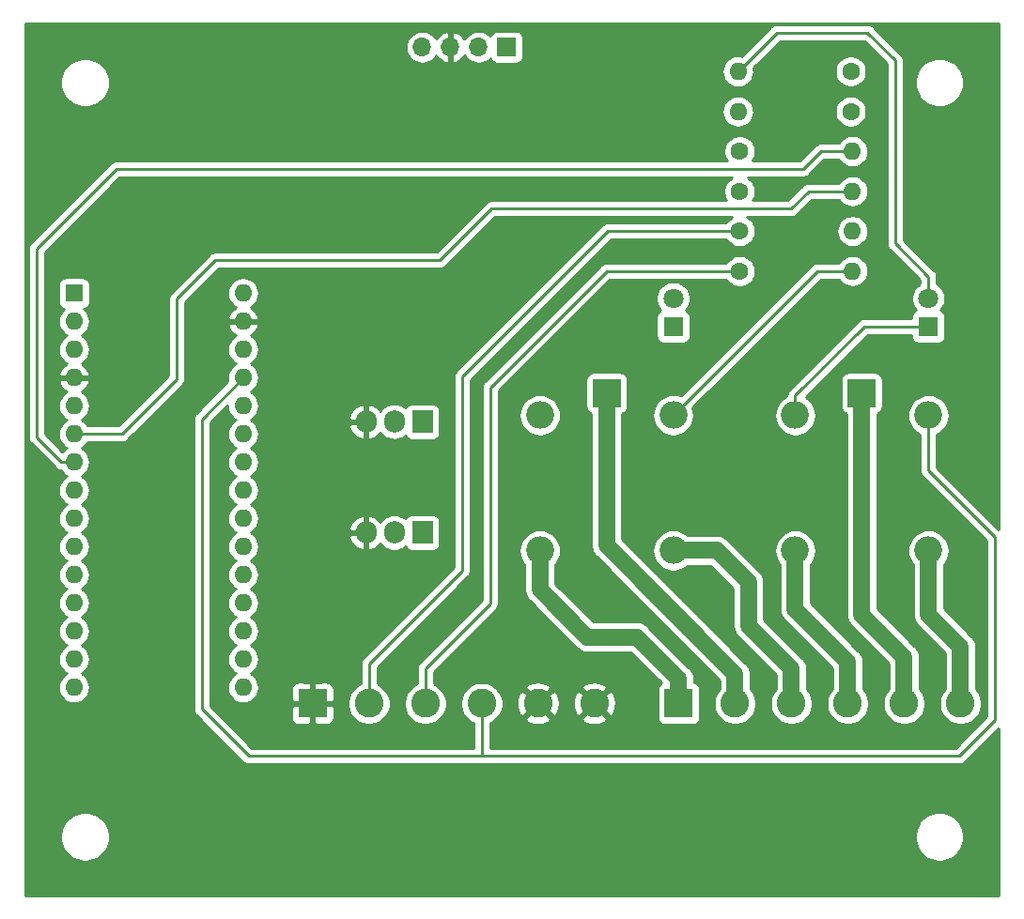
<source format=gtl>
G04 #@! TF.GenerationSoftware,KiCad,Pcbnew,5.1.4*
G04 #@! TF.CreationDate,2019-11-04T19:33:23+01:00*
G04 #@! TF.ProjectId,fan-controller,66616e2d-636f-46e7-9472-6f6c6c65722e,1.0*
G04 #@! TF.SameCoordinates,Original*
G04 #@! TF.FileFunction,Copper,L1,Top*
G04 #@! TF.FilePolarity,Positive*
%FSLAX46Y46*%
G04 Gerber Fmt 4.6, Leading zero omitted, Abs format (unit mm)*
G04 Created by KiCad (PCBNEW 5.1.4) date 2019-11-04 19:33:23*
%MOMM*%
%LPD*%
G04 APERTURE LIST*
%ADD10R,2.500000X2.500000*%
%ADD11O,2.500000X2.500000*%
%ADD12R,2.600000X2.600000*%
%ADD13C,2.600000*%
%ADD14R,1.600000X1.600000*%
%ADD15O,1.600000X1.600000*%
%ADD16R,1.800000X1.800000*%
%ADD17C,1.800000*%
%ADD18C,1.600000*%
%ADD19R,1.700000X1.700000*%
%ADD20O,1.700000X1.700000*%
%ADD21O,1.905000X2.000000*%
%ADD22R,1.905000X2.000000*%
%ADD23C,0.250000*%
%ADD24C,1.500000*%
%ADD25C,0.254000*%
G04 APERTURE END LIST*
D10*
X143000000Y-97000000D03*
D11*
X137000000Y-99000000D03*
X137000000Y-111200000D03*
X149000000Y-111200000D03*
X149000000Y-99000000D03*
D12*
X149500000Y-125000000D03*
D13*
X154580000Y-125000000D03*
X159660000Y-125000000D03*
X164740000Y-125000000D03*
X169820000Y-125000000D03*
X174900000Y-125000000D03*
D14*
X95000000Y-88000000D03*
D15*
X110240000Y-121020000D03*
X95000000Y-90540000D03*
X110240000Y-118480000D03*
X95000000Y-93080000D03*
X110240000Y-115940000D03*
X95000000Y-95620000D03*
X110240000Y-113400000D03*
X95000000Y-98160000D03*
X110240000Y-110860000D03*
X95000000Y-100700000D03*
X110240000Y-108320000D03*
X95000000Y-103240000D03*
X110240000Y-105780000D03*
X95000000Y-105780000D03*
X110240000Y-103240000D03*
X95000000Y-108320000D03*
X110240000Y-100700000D03*
X95000000Y-110860000D03*
X110240000Y-98160000D03*
X95000000Y-113400000D03*
X110240000Y-95620000D03*
X95000000Y-115940000D03*
X110240000Y-93080000D03*
X95000000Y-118480000D03*
X110240000Y-90540000D03*
X95000000Y-121020000D03*
X110240000Y-88000000D03*
X95000000Y-123560000D03*
X110240000Y-123560000D03*
D16*
X149000000Y-91000000D03*
D17*
X149000000Y-88460000D03*
D13*
X141900000Y-125000000D03*
X136820000Y-125000000D03*
X131740000Y-125000000D03*
X126660000Y-125000000D03*
X121580000Y-125000000D03*
D12*
X116500000Y-125000000D03*
D15*
X165160000Y-86000000D03*
D18*
X155000000Y-86000000D03*
X155000000Y-82400000D03*
D15*
X165160000Y-82400000D03*
D18*
X165000000Y-71600000D03*
D15*
X154840000Y-71600000D03*
D19*
X134000000Y-65800000D03*
D20*
X131460000Y-65800000D03*
X128920000Y-65800000D03*
X126380000Y-65800000D03*
D16*
X172000000Y-91000000D03*
D17*
X172000000Y-88460000D03*
D10*
X166000000Y-97000000D03*
D11*
X160000000Y-99000000D03*
X160000000Y-111200000D03*
X172000000Y-111200000D03*
X172000000Y-99000000D03*
D21*
X121320000Y-109600000D03*
X123860000Y-109600000D03*
D22*
X126400000Y-109600000D03*
X126400000Y-99600000D03*
D21*
X123860000Y-99600000D03*
X121320000Y-99600000D03*
D15*
X154840000Y-68000000D03*
D18*
X165000000Y-68000000D03*
X155000000Y-75200000D03*
D15*
X165160000Y-75200000D03*
D18*
X155000000Y-78800000D03*
D15*
X165160000Y-78800000D03*
D23*
X155650000Y-82400000D02*
X155600000Y-82400000D01*
X143100000Y-82400000D02*
X155000000Y-82400000D01*
X130000000Y-95500000D02*
X143100000Y-82400000D01*
X130000000Y-113000000D02*
X130000000Y-95500000D01*
X121580000Y-125000000D02*
X121580000Y-121420000D01*
X121580000Y-121420000D02*
X130000000Y-113000000D01*
X155600000Y-85900000D02*
X155450000Y-85750000D01*
X126660000Y-121840000D02*
X126660000Y-125000000D01*
X132500000Y-116000000D02*
X126660000Y-121840000D01*
X132500000Y-96500000D02*
X132500000Y-116000000D01*
X155000000Y-86000000D02*
X143000000Y-86000000D01*
X143000000Y-86000000D02*
X132500000Y-96500000D01*
X110750000Y-129750000D02*
X106500000Y-125500000D01*
X106500000Y-99360000D02*
X110240000Y-95620000D01*
X106500000Y-125500000D02*
X106500000Y-99360000D01*
X162000000Y-86000000D02*
X165160000Y-86000000D01*
X149000000Y-99000000D02*
X162000000Y-86000000D01*
X128828477Y-129750000D02*
X128750000Y-129750000D01*
X128750000Y-129750000D02*
X110750000Y-129750000D01*
X131740000Y-129740000D02*
X131750000Y-129750000D01*
X131740000Y-125000000D02*
X131740000Y-129740000D01*
X131750000Y-129750000D02*
X128750000Y-129750000D01*
X174750000Y-129750000D02*
X131750000Y-129750000D01*
X178000000Y-126500000D02*
X174750000Y-129750000D01*
X178000000Y-110000000D02*
X178000000Y-126500000D01*
X172000000Y-99000000D02*
X172000000Y-104000000D01*
X172000000Y-104000000D02*
X178000000Y-110000000D01*
X158340000Y-64500000D02*
X154840000Y-68000000D01*
X166500000Y-64500000D02*
X158340000Y-64500000D01*
X169000000Y-67000000D02*
X166500000Y-64500000D01*
X169000000Y-83500000D02*
X169000000Y-67000000D01*
X172000000Y-88460000D02*
X172000000Y-86500000D01*
X172000000Y-86500000D02*
X169000000Y-83500000D01*
D24*
X160000000Y-116500000D02*
X160000000Y-111200000D01*
X164740000Y-125000000D02*
X164740000Y-121240000D01*
X164740000Y-121240000D02*
X160000000Y-116500000D01*
X174900000Y-125000000D02*
X174900000Y-119900000D01*
X174900000Y-119900000D02*
X172000000Y-117000000D01*
X172000000Y-117000000D02*
X172000000Y-111200000D01*
X166000000Y-117000000D02*
X166000000Y-97000000D01*
X169820000Y-125000000D02*
X169820000Y-120820000D01*
X169820000Y-120820000D02*
X166000000Y-117000000D01*
X143000000Y-98500000D02*
X143000000Y-97000000D01*
X143000000Y-110750000D02*
X143000000Y-98500000D01*
X154580000Y-125000000D02*
X154580000Y-122330000D01*
X154580000Y-122330000D02*
X143000000Y-110750000D01*
X137000000Y-114750000D02*
X137000000Y-111200000D01*
X141250000Y-119000000D02*
X137000000Y-114750000D01*
X145750000Y-119000000D02*
X141250000Y-119000000D01*
X149500000Y-125000000D02*
X149500000Y-122750000D01*
X149500000Y-122750000D02*
X145750000Y-119000000D01*
X152950000Y-111200000D02*
X149000000Y-111200000D01*
X155800000Y-114050000D02*
X152950000Y-111200000D01*
X155800000Y-118000000D02*
X155800000Y-114050000D01*
X159660000Y-125000000D02*
X159660000Y-121860000D01*
X159660000Y-121860000D02*
X155800000Y-118000000D01*
D23*
X104250000Y-95750000D02*
X99300000Y-100700000D01*
X161200000Y-78800000D02*
X159632501Y-80367499D01*
X99300000Y-100700000D02*
X95000000Y-100700000D01*
X104250000Y-88500000D02*
X104250000Y-95750000D01*
X165160000Y-78800000D02*
X161200000Y-78800000D01*
X159632501Y-80367499D02*
X132632501Y-80367499D01*
X128000000Y-85000000D02*
X107750000Y-85000000D01*
X132632501Y-80367499D02*
X128000000Y-85000000D01*
X107750000Y-85000000D02*
X104250000Y-88500000D01*
X162300000Y-75200000D02*
X165160000Y-75200000D01*
X93868630Y-103240000D02*
X91600000Y-100971370D01*
X95000000Y-103240000D02*
X93868630Y-103240000D01*
X91600000Y-100971370D02*
X91600000Y-84000000D01*
X91600000Y-84000000D02*
X98800000Y-76800000D01*
X98800000Y-76800000D02*
X160700000Y-76800000D01*
X160700000Y-76800000D02*
X162300000Y-75200000D01*
X170850000Y-91000000D02*
X172000000Y-91000000D01*
X166232234Y-91000000D02*
X170850000Y-91000000D01*
X160000000Y-97232234D02*
X166232234Y-91000000D01*
X160000000Y-99000000D02*
X160000000Y-97232234D01*
D25*
G36*
X178340001Y-109265198D02*
G01*
X172760000Y-103685199D01*
X172760000Y-100731150D01*
X173052317Y-100574903D01*
X173339345Y-100339345D01*
X173574903Y-100052317D01*
X173749939Y-99724848D01*
X173857725Y-99369524D01*
X173894120Y-99000000D01*
X173857725Y-98630476D01*
X173749939Y-98275152D01*
X173574903Y-97947683D01*
X173339345Y-97660655D01*
X173052317Y-97425097D01*
X172724848Y-97250061D01*
X172369524Y-97142275D01*
X172092597Y-97115000D01*
X171907403Y-97115000D01*
X171630476Y-97142275D01*
X171275152Y-97250061D01*
X170947683Y-97425097D01*
X170660655Y-97660655D01*
X170425097Y-97947683D01*
X170250061Y-98275152D01*
X170142275Y-98630476D01*
X170105880Y-99000000D01*
X170142275Y-99369524D01*
X170250061Y-99724848D01*
X170425097Y-100052317D01*
X170660655Y-100339345D01*
X170947683Y-100574903D01*
X171240000Y-100731150D01*
X171240001Y-103962668D01*
X171236324Y-104000000D01*
X171250998Y-104148985D01*
X171294454Y-104292246D01*
X171365026Y-104424276D01*
X171384347Y-104447818D01*
X171460000Y-104540001D01*
X171488998Y-104563799D01*
X177240000Y-110314803D01*
X177240001Y-126185197D01*
X174435199Y-128990000D01*
X132500000Y-128990000D01*
X132500000Y-126779627D01*
X132656566Y-126714775D01*
X132973491Y-126503013D01*
X133127280Y-126349224D01*
X135650381Y-126349224D01*
X135782317Y-126644312D01*
X136123045Y-126815159D01*
X136490557Y-126916250D01*
X136870729Y-126943701D01*
X137248951Y-126896457D01*
X137610690Y-126776333D01*
X137857683Y-126644312D01*
X137989619Y-126349224D01*
X140730381Y-126349224D01*
X140862317Y-126644312D01*
X141203045Y-126815159D01*
X141570557Y-126916250D01*
X141950729Y-126943701D01*
X142328951Y-126896457D01*
X142690690Y-126776333D01*
X142937683Y-126644312D01*
X143069619Y-126349224D01*
X141900000Y-125179605D01*
X140730381Y-126349224D01*
X137989619Y-126349224D01*
X136820000Y-125179605D01*
X135650381Y-126349224D01*
X133127280Y-126349224D01*
X133243013Y-126233491D01*
X133454775Y-125916566D01*
X133600639Y-125564419D01*
X133675000Y-125190581D01*
X133675000Y-125050729D01*
X134876299Y-125050729D01*
X134923543Y-125428951D01*
X135043667Y-125790690D01*
X135175688Y-126037683D01*
X135470776Y-126169619D01*
X136640395Y-125000000D01*
X136999605Y-125000000D01*
X138169224Y-126169619D01*
X138464312Y-126037683D01*
X138635159Y-125696955D01*
X138736250Y-125329443D01*
X138756375Y-125050729D01*
X139956299Y-125050729D01*
X140003543Y-125428951D01*
X140123667Y-125790690D01*
X140255688Y-126037683D01*
X140550776Y-126169619D01*
X141720395Y-125000000D01*
X142079605Y-125000000D01*
X143249224Y-126169619D01*
X143544312Y-126037683D01*
X143715159Y-125696955D01*
X143816250Y-125329443D01*
X143843701Y-124949271D01*
X143796457Y-124571049D01*
X143676333Y-124209310D01*
X143544312Y-123962317D01*
X143249224Y-123830381D01*
X142079605Y-125000000D01*
X141720395Y-125000000D01*
X140550776Y-123830381D01*
X140255688Y-123962317D01*
X140084841Y-124303045D01*
X139983750Y-124670557D01*
X139956299Y-125050729D01*
X138756375Y-125050729D01*
X138763701Y-124949271D01*
X138716457Y-124571049D01*
X138596333Y-124209310D01*
X138464312Y-123962317D01*
X138169224Y-123830381D01*
X136999605Y-125000000D01*
X136640395Y-125000000D01*
X135470776Y-123830381D01*
X135175688Y-123962317D01*
X135004841Y-124303045D01*
X134903750Y-124670557D01*
X134876299Y-125050729D01*
X133675000Y-125050729D01*
X133675000Y-124809419D01*
X133600639Y-124435581D01*
X133454775Y-124083434D01*
X133243013Y-123766509D01*
X133127280Y-123650776D01*
X135650381Y-123650776D01*
X136820000Y-124820395D01*
X137989619Y-123650776D01*
X140730381Y-123650776D01*
X141900000Y-124820395D01*
X143069619Y-123650776D01*
X142937683Y-123355688D01*
X142596955Y-123184841D01*
X142229443Y-123083750D01*
X141849271Y-123056299D01*
X141471049Y-123103543D01*
X141109310Y-123223667D01*
X140862317Y-123355688D01*
X140730381Y-123650776D01*
X137989619Y-123650776D01*
X137857683Y-123355688D01*
X137516955Y-123184841D01*
X137149443Y-123083750D01*
X136769271Y-123056299D01*
X136391049Y-123103543D01*
X136029310Y-123223667D01*
X135782317Y-123355688D01*
X135650381Y-123650776D01*
X133127280Y-123650776D01*
X132973491Y-123496987D01*
X132656566Y-123285225D01*
X132304419Y-123139361D01*
X131930581Y-123065000D01*
X131549419Y-123065000D01*
X131175581Y-123139361D01*
X130823434Y-123285225D01*
X130506509Y-123496987D01*
X130236987Y-123766509D01*
X130025225Y-124083434D01*
X129879361Y-124435581D01*
X129805000Y-124809419D01*
X129805000Y-125190581D01*
X129879361Y-125564419D01*
X130025225Y-125916566D01*
X130236987Y-126233491D01*
X130506509Y-126503013D01*
X130823434Y-126714775D01*
X130980000Y-126779627D01*
X130980001Y-128990000D01*
X111064802Y-128990000D01*
X108374802Y-126300000D01*
X114561928Y-126300000D01*
X114574188Y-126424482D01*
X114610498Y-126544180D01*
X114669463Y-126654494D01*
X114748815Y-126751185D01*
X114845506Y-126830537D01*
X114955820Y-126889502D01*
X115075518Y-126925812D01*
X115200000Y-126938072D01*
X116214250Y-126935000D01*
X116373000Y-126776250D01*
X116373000Y-125127000D01*
X116627000Y-125127000D01*
X116627000Y-126776250D01*
X116785750Y-126935000D01*
X117800000Y-126938072D01*
X117924482Y-126925812D01*
X118044180Y-126889502D01*
X118154494Y-126830537D01*
X118251185Y-126751185D01*
X118330537Y-126654494D01*
X118389502Y-126544180D01*
X118425812Y-126424482D01*
X118438072Y-126300000D01*
X118435000Y-125285750D01*
X118276250Y-125127000D01*
X116627000Y-125127000D01*
X116373000Y-125127000D01*
X114723750Y-125127000D01*
X114565000Y-125285750D01*
X114561928Y-126300000D01*
X108374802Y-126300000D01*
X107260000Y-125185199D01*
X107260000Y-99674801D01*
X108800598Y-98134204D01*
X108798057Y-98160000D01*
X108825764Y-98441309D01*
X108907818Y-98711808D01*
X109041068Y-98961101D01*
X109220392Y-99179608D01*
X109438899Y-99358932D01*
X109571858Y-99430000D01*
X109438899Y-99501068D01*
X109220392Y-99680392D01*
X109041068Y-99898899D01*
X108907818Y-100148192D01*
X108825764Y-100418691D01*
X108798057Y-100700000D01*
X108825764Y-100981309D01*
X108907818Y-101251808D01*
X109041068Y-101501101D01*
X109220392Y-101719608D01*
X109438899Y-101898932D01*
X109571858Y-101970000D01*
X109438899Y-102041068D01*
X109220392Y-102220392D01*
X109041068Y-102438899D01*
X108907818Y-102688192D01*
X108825764Y-102958691D01*
X108798057Y-103240000D01*
X108825764Y-103521309D01*
X108907818Y-103791808D01*
X109041068Y-104041101D01*
X109220392Y-104259608D01*
X109438899Y-104438932D01*
X109571858Y-104510000D01*
X109438899Y-104581068D01*
X109220392Y-104760392D01*
X109041068Y-104978899D01*
X108907818Y-105228192D01*
X108825764Y-105498691D01*
X108798057Y-105780000D01*
X108825764Y-106061309D01*
X108907818Y-106331808D01*
X109041068Y-106581101D01*
X109220392Y-106799608D01*
X109438899Y-106978932D01*
X109571858Y-107050000D01*
X109438899Y-107121068D01*
X109220392Y-107300392D01*
X109041068Y-107518899D01*
X108907818Y-107768192D01*
X108825764Y-108038691D01*
X108798057Y-108320000D01*
X108825764Y-108601309D01*
X108907818Y-108871808D01*
X109041068Y-109121101D01*
X109220392Y-109339608D01*
X109438899Y-109518932D01*
X109571858Y-109590000D01*
X109438899Y-109661068D01*
X109220392Y-109840392D01*
X109041068Y-110058899D01*
X108907818Y-110308192D01*
X108825764Y-110578691D01*
X108798057Y-110860000D01*
X108825764Y-111141309D01*
X108907818Y-111411808D01*
X109041068Y-111661101D01*
X109220392Y-111879608D01*
X109438899Y-112058932D01*
X109571858Y-112130000D01*
X109438899Y-112201068D01*
X109220392Y-112380392D01*
X109041068Y-112598899D01*
X108907818Y-112848192D01*
X108825764Y-113118691D01*
X108798057Y-113400000D01*
X108825764Y-113681309D01*
X108907818Y-113951808D01*
X109041068Y-114201101D01*
X109220392Y-114419608D01*
X109438899Y-114598932D01*
X109571858Y-114670000D01*
X109438899Y-114741068D01*
X109220392Y-114920392D01*
X109041068Y-115138899D01*
X108907818Y-115388192D01*
X108825764Y-115658691D01*
X108798057Y-115940000D01*
X108825764Y-116221309D01*
X108907818Y-116491808D01*
X109041068Y-116741101D01*
X109220392Y-116959608D01*
X109438899Y-117138932D01*
X109571858Y-117210000D01*
X109438899Y-117281068D01*
X109220392Y-117460392D01*
X109041068Y-117678899D01*
X108907818Y-117928192D01*
X108825764Y-118198691D01*
X108798057Y-118480000D01*
X108825764Y-118761309D01*
X108907818Y-119031808D01*
X109041068Y-119281101D01*
X109220392Y-119499608D01*
X109438899Y-119678932D01*
X109571858Y-119750000D01*
X109438899Y-119821068D01*
X109220392Y-120000392D01*
X109041068Y-120218899D01*
X108907818Y-120468192D01*
X108825764Y-120738691D01*
X108798057Y-121020000D01*
X108825764Y-121301309D01*
X108907818Y-121571808D01*
X109041068Y-121821101D01*
X109220392Y-122039608D01*
X109438899Y-122218932D01*
X109571858Y-122290000D01*
X109438899Y-122361068D01*
X109220392Y-122540392D01*
X109041068Y-122758899D01*
X108907818Y-123008192D01*
X108825764Y-123278691D01*
X108798057Y-123560000D01*
X108825764Y-123841309D01*
X108907818Y-124111808D01*
X109041068Y-124361101D01*
X109220392Y-124579608D01*
X109438899Y-124758932D01*
X109688192Y-124892182D01*
X109958691Y-124974236D01*
X110169508Y-124995000D01*
X110310492Y-124995000D01*
X110521309Y-124974236D01*
X110791808Y-124892182D01*
X111041101Y-124758932D01*
X111259608Y-124579608D01*
X111438932Y-124361101D01*
X111572182Y-124111808D01*
X111654236Y-123841309D01*
X111668153Y-123700000D01*
X114561928Y-123700000D01*
X114565000Y-124714250D01*
X114723750Y-124873000D01*
X116373000Y-124873000D01*
X116373000Y-123223750D01*
X116627000Y-123223750D01*
X116627000Y-124873000D01*
X118276250Y-124873000D01*
X118435000Y-124714250D01*
X118438072Y-123700000D01*
X118425812Y-123575518D01*
X118389502Y-123455820D01*
X118330537Y-123345506D01*
X118251185Y-123248815D01*
X118154494Y-123169463D01*
X118044180Y-123110498D01*
X117924482Y-123074188D01*
X117800000Y-123061928D01*
X116785750Y-123065000D01*
X116627000Y-123223750D01*
X116373000Y-123223750D01*
X116214250Y-123065000D01*
X115200000Y-123061928D01*
X115075518Y-123074188D01*
X114955820Y-123110498D01*
X114845506Y-123169463D01*
X114748815Y-123248815D01*
X114669463Y-123345506D01*
X114610498Y-123455820D01*
X114574188Y-123575518D01*
X114561928Y-123700000D01*
X111668153Y-123700000D01*
X111681943Y-123560000D01*
X111654236Y-123278691D01*
X111572182Y-123008192D01*
X111438932Y-122758899D01*
X111259608Y-122540392D01*
X111041101Y-122361068D01*
X110908142Y-122290000D01*
X111041101Y-122218932D01*
X111259608Y-122039608D01*
X111438932Y-121821101D01*
X111572182Y-121571808D01*
X111654236Y-121301309D01*
X111681943Y-121020000D01*
X111654236Y-120738691D01*
X111572182Y-120468192D01*
X111438932Y-120218899D01*
X111259608Y-120000392D01*
X111041101Y-119821068D01*
X110908142Y-119750000D01*
X111041101Y-119678932D01*
X111259608Y-119499608D01*
X111438932Y-119281101D01*
X111572182Y-119031808D01*
X111654236Y-118761309D01*
X111681943Y-118480000D01*
X111654236Y-118198691D01*
X111572182Y-117928192D01*
X111438932Y-117678899D01*
X111259608Y-117460392D01*
X111041101Y-117281068D01*
X110908142Y-117210000D01*
X111041101Y-117138932D01*
X111259608Y-116959608D01*
X111438932Y-116741101D01*
X111572182Y-116491808D01*
X111654236Y-116221309D01*
X111681943Y-115940000D01*
X111654236Y-115658691D01*
X111572182Y-115388192D01*
X111438932Y-115138899D01*
X111259608Y-114920392D01*
X111041101Y-114741068D01*
X110908142Y-114670000D01*
X111041101Y-114598932D01*
X111259608Y-114419608D01*
X111438932Y-114201101D01*
X111572182Y-113951808D01*
X111654236Y-113681309D01*
X111681943Y-113400000D01*
X111654236Y-113118691D01*
X111572182Y-112848192D01*
X111438932Y-112598899D01*
X111259608Y-112380392D01*
X111041101Y-112201068D01*
X110908142Y-112130000D01*
X111041101Y-112058932D01*
X111259608Y-111879608D01*
X111438932Y-111661101D01*
X111572182Y-111411808D01*
X111654236Y-111141309D01*
X111681943Y-110860000D01*
X111654236Y-110578691D01*
X111572182Y-110308192D01*
X111438932Y-110058899D01*
X111369145Y-109973863D01*
X119767622Y-109973863D01*
X119861121Y-110270446D01*
X120010684Y-110543089D01*
X120210563Y-110781315D01*
X120453077Y-110975969D01*
X120728906Y-111119571D01*
X120947020Y-111190563D01*
X121193000Y-111070594D01*
X121193000Y-109727000D01*
X119894430Y-109727000D01*
X119767622Y-109973863D01*
X111369145Y-109973863D01*
X111259608Y-109840392D01*
X111041101Y-109661068D01*
X110908142Y-109590000D01*
X111041101Y-109518932D01*
X111259608Y-109339608D01*
X111352731Y-109226137D01*
X119767622Y-109226137D01*
X119894430Y-109473000D01*
X121193000Y-109473000D01*
X121193000Y-108129406D01*
X121447000Y-108129406D01*
X121447000Y-109473000D01*
X121467000Y-109473000D01*
X121467000Y-109727000D01*
X121447000Y-109727000D01*
X121447000Y-111070594D01*
X121692980Y-111190563D01*
X121911094Y-111119571D01*
X122186923Y-110975969D01*
X122429437Y-110781315D01*
X122584838Y-110596100D01*
X122732037Y-110775463D01*
X122973765Y-110973845D01*
X123249551Y-111121255D01*
X123548796Y-111212030D01*
X123860000Y-111242681D01*
X124171203Y-111212030D01*
X124470448Y-111121255D01*
X124746234Y-110973845D01*
X124872095Y-110870553D01*
X124916963Y-110954494D01*
X124996315Y-111051185D01*
X125093006Y-111130537D01*
X125203320Y-111189502D01*
X125323018Y-111225812D01*
X125447500Y-111238072D01*
X127352500Y-111238072D01*
X127476982Y-111225812D01*
X127596680Y-111189502D01*
X127706994Y-111130537D01*
X127803685Y-111051185D01*
X127883037Y-110954494D01*
X127942002Y-110844180D01*
X127978312Y-110724482D01*
X127990572Y-110600000D01*
X127990572Y-108600000D01*
X127978312Y-108475518D01*
X127942002Y-108355820D01*
X127883037Y-108245506D01*
X127803685Y-108148815D01*
X127706994Y-108069463D01*
X127596680Y-108010498D01*
X127476982Y-107974188D01*
X127352500Y-107961928D01*
X125447500Y-107961928D01*
X125323018Y-107974188D01*
X125203320Y-108010498D01*
X125093006Y-108069463D01*
X124996315Y-108148815D01*
X124916963Y-108245506D01*
X124872095Y-108329446D01*
X124746235Y-108226155D01*
X124470449Y-108078745D01*
X124171204Y-107987970D01*
X123860000Y-107957319D01*
X123548797Y-107987970D01*
X123249552Y-108078745D01*
X122973766Y-108226155D01*
X122732037Y-108424537D01*
X122584837Y-108603899D01*
X122429437Y-108418685D01*
X122186923Y-108224031D01*
X121911094Y-108080429D01*
X121692980Y-108009437D01*
X121447000Y-108129406D01*
X121193000Y-108129406D01*
X120947020Y-108009437D01*
X120728906Y-108080429D01*
X120453077Y-108224031D01*
X120210563Y-108418685D01*
X120010684Y-108656911D01*
X119861121Y-108929554D01*
X119767622Y-109226137D01*
X111352731Y-109226137D01*
X111438932Y-109121101D01*
X111572182Y-108871808D01*
X111654236Y-108601309D01*
X111681943Y-108320000D01*
X111654236Y-108038691D01*
X111572182Y-107768192D01*
X111438932Y-107518899D01*
X111259608Y-107300392D01*
X111041101Y-107121068D01*
X110908142Y-107050000D01*
X111041101Y-106978932D01*
X111259608Y-106799608D01*
X111438932Y-106581101D01*
X111572182Y-106331808D01*
X111654236Y-106061309D01*
X111681943Y-105780000D01*
X111654236Y-105498691D01*
X111572182Y-105228192D01*
X111438932Y-104978899D01*
X111259608Y-104760392D01*
X111041101Y-104581068D01*
X110908142Y-104510000D01*
X111041101Y-104438932D01*
X111259608Y-104259608D01*
X111438932Y-104041101D01*
X111572182Y-103791808D01*
X111654236Y-103521309D01*
X111681943Y-103240000D01*
X111654236Y-102958691D01*
X111572182Y-102688192D01*
X111438932Y-102438899D01*
X111259608Y-102220392D01*
X111041101Y-102041068D01*
X110908142Y-101970000D01*
X111041101Y-101898932D01*
X111259608Y-101719608D01*
X111438932Y-101501101D01*
X111572182Y-101251808D01*
X111654236Y-100981309D01*
X111681943Y-100700000D01*
X111654236Y-100418691D01*
X111572182Y-100148192D01*
X111479002Y-99973863D01*
X119767622Y-99973863D01*
X119861121Y-100270446D01*
X120010684Y-100543089D01*
X120210563Y-100781315D01*
X120453077Y-100975969D01*
X120728906Y-101119571D01*
X120947020Y-101190563D01*
X121193000Y-101070594D01*
X121193000Y-99727000D01*
X119894430Y-99727000D01*
X119767622Y-99973863D01*
X111479002Y-99973863D01*
X111438932Y-99898899D01*
X111259608Y-99680392D01*
X111041101Y-99501068D01*
X110908142Y-99430000D01*
X111041101Y-99358932D01*
X111202912Y-99226137D01*
X119767622Y-99226137D01*
X119894430Y-99473000D01*
X121193000Y-99473000D01*
X121193000Y-98129406D01*
X121447000Y-98129406D01*
X121447000Y-99473000D01*
X121467000Y-99473000D01*
X121467000Y-99727000D01*
X121447000Y-99727000D01*
X121447000Y-101070594D01*
X121692980Y-101190563D01*
X121911094Y-101119571D01*
X122186923Y-100975969D01*
X122429437Y-100781315D01*
X122584838Y-100596100D01*
X122732037Y-100775463D01*
X122973765Y-100973845D01*
X123249551Y-101121255D01*
X123548796Y-101212030D01*
X123860000Y-101242681D01*
X124171203Y-101212030D01*
X124470448Y-101121255D01*
X124746234Y-100973845D01*
X124872095Y-100870553D01*
X124916963Y-100954494D01*
X124996315Y-101051185D01*
X125093006Y-101130537D01*
X125203320Y-101189502D01*
X125323018Y-101225812D01*
X125447500Y-101238072D01*
X127352500Y-101238072D01*
X127476982Y-101225812D01*
X127596680Y-101189502D01*
X127706994Y-101130537D01*
X127803685Y-101051185D01*
X127883037Y-100954494D01*
X127942002Y-100844180D01*
X127978312Y-100724482D01*
X127990572Y-100600000D01*
X127990572Y-98600000D01*
X127978312Y-98475518D01*
X127942002Y-98355820D01*
X127883037Y-98245506D01*
X127803685Y-98148815D01*
X127706994Y-98069463D01*
X127596680Y-98010498D01*
X127476982Y-97974188D01*
X127352500Y-97961928D01*
X125447500Y-97961928D01*
X125323018Y-97974188D01*
X125203320Y-98010498D01*
X125093006Y-98069463D01*
X124996315Y-98148815D01*
X124916963Y-98245506D01*
X124872095Y-98329446D01*
X124746235Y-98226155D01*
X124470449Y-98078745D01*
X124171204Y-97987970D01*
X123860000Y-97957319D01*
X123548797Y-97987970D01*
X123249552Y-98078745D01*
X122973766Y-98226155D01*
X122732037Y-98424537D01*
X122584837Y-98603899D01*
X122429437Y-98418685D01*
X122186923Y-98224031D01*
X121911094Y-98080429D01*
X121692980Y-98009437D01*
X121447000Y-98129406D01*
X121193000Y-98129406D01*
X120947020Y-98009437D01*
X120728906Y-98080429D01*
X120453077Y-98224031D01*
X120210563Y-98418685D01*
X120010684Y-98656911D01*
X119861121Y-98929554D01*
X119767622Y-99226137D01*
X111202912Y-99226137D01*
X111259608Y-99179608D01*
X111438932Y-98961101D01*
X111572182Y-98711808D01*
X111654236Y-98441309D01*
X111681943Y-98160000D01*
X111654236Y-97878691D01*
X111572182Y-97608192D01*
X111438932Y-97358899D01*
X111259608Y-97140392D01*
X111041101Y-96961068D01*
X110908142Y-96890000D01*
X111041101Y-96818932D01*
X111259608Y-96639608D01*
X111438932Y-96421101D01*
X111572182Y-96171808D01*
X111654236Y-95901309D01*
X111681943Y-95620000D01*
X111654236Y-95338691D01*
X111572182Y-95068192D01*
X111438932Y-94818899D01*
X111259608Y-94600392D01*
X111041101Y-94421068D01*
X110908142Y-94350000D01*
X111041101Y-94278932D01*
X111259608Y-94099608D01*
X111438932Y-93881101D01*
X111572182Y-93631808D01*
X111654236Y-93361309D01*
X111681943Y-93080000D01*
X111654236Y-92798691D01*
X111572182Y-92528192D01*
X111438932Y-92278899D01*
X111259608Y-92060392D01*
X111041101Y-91881068D01*
X110903318Y-91807421D01*
X111095131Y-91692385D01*
X111303519Y-91503414D01*
X111471037Y-91277420D01*
X111591246Y-91023087D01*
X111631904Y-90889039D01*
X111509915Y-90667000D01*
X110367000Y-90667000D01*
X110367000Y-90687000D01*
X110113000Y-90687000D01*
X110113000Y-90667000D01*
X108970085Y-90667000D01*
X108848096Y-90889039D01*
X108888754Y-91023087D01*
X109008963Y-91277420D01*
X109176481Y-91503414D01*
X109384869Y-91692385D01*
X109576682Y-91807421D01*
X109438899Y-91881068D01*
X109220392Y-92060392D01*
X109041068Y-92278899D01*
X108907818Y-92528192D01*
X108825764Y-92798691D01*
X108798057Y-93080000D01*
X108825764Y-93361309D01*
X108907818Y-93631808D01*
X109041068Y-93881101D01*
X109220392Y-94099608D01*
X109438899Y-94278932D01*
X109571858Y-94350000D01*
X109438899Y-94421068D01*
X109220392Y-94600392D01*
X109041068Y-94818899D01*
X108907818Y-95068192D01*
X108825764Y-95338691D01*
X108798057Y-95620000D01*
X108825764Y-95901309D01*
X108839292Y-95945906D01*
X105988998Y-98796201D01*
X105960000Y-98819999D01*
X105936202Y-98848997D01*
X105936201Y-98848998D01*
X105865026Y-98935724D01*
X105794454Y-99067754D01*
X105769814Y-99148985D01*
X105750998Y-99211014D01*
X105748015Y-99241297D01*
X105736324Y-99360000D01*
X105740001Y-99397333D01*
X105740000Y-125462678D01*
X105736324Y-125500000D01*
X105740000Y-125537322D01*
X105740000Y-125537332D01*
X105750997Y-125648985D01*
X105777491Y-125736324D01*
X105794454Y-125792246D01*
X105865026Y-125924276D01*
X105904871Y-125972826D01*
X105959999Y-126040001D01*
X105989003Y-126063804D01*
X110186201Y-130261003D01*
X110209999Y-130290001D01*
X110325724Y-130384974D01*
X110457753Y-130455546D01*
X110601014Y-130499003D01*
X110712667Y-130510000D01*
X110712675Y-130510000D01*
X110750000Y-130513676D01*
X110787325Y-130510000D01*
X131712677Y-130510000D01*
X131749999Y-130513676D01*
X131787322Y-130510000D01*
X174712678Y-130510000D01*
X174750000Y-130513676D01*
X174787322Y-130510000D01*
X174787333Y-130510000D01*
X174898986Y-130499003D01*
X175042247Y-130455546D01*
X175174276Y-130384974D01*
X175290001Y-130290001D01*
X175313804Y-130260997D01*
X178340001Y-127234801D01*
X178340001Y-142340000D01*
X90660000Y-142340000D01*
X90660000Y-136779872D01*
X93765000Y-136779872D01*
X93765000Y-137220128D01*
X93850890Y-137651925D01*
X94019369Y-138058669D01*
X94263962Y-138424729D01*
X94575271Y-138736038D01*
X94941331Y-138980631D01*
X95348075Y-139149110D01*
X95779872Y-139235000D01*
X96220128Y-139235000D01*
X96651925Y-139149110D01*
X97058669Y-138980631D01*
X97424729Y-138736038D01*
X97736038Y-138424729D01*
X97980631Y-138058669D01*
X98149110Y-137651925D01*
X98235000Y-137220128D01*
X98235000Y-136779872D01*
X170765000Y-136779872D01*
X170765000Y-137220128D01*
X170850890Y-137651925D01*
X171019369Y-138058669D01*
X171263962Y-138424729D01*
X171575271Y-138736038D01*
X171941331Y-138980631D01*
X172348075Y-139149110D01*
X172779872Y-139235000D01*
X173220128Y-139235000D01*
X173651925Y-139149110D01*
X174058669Y-138980631D01*
X174424729Y-138736038D01*
X174736038Y-138424729D01*
X174980631Y-138058669D01*
X175149110Y-137651925D01*
X175235000Y-137220128D01*
X175235000Y-136779872D01*
X175149110Y-136348075D01*
X174980631Y-135941331D01*
X174736038Y-135575271D01*
X174424729Y-135263962D01*
X174058669Y-135019369D01*
X173651925Y-134850890D01*
X173220128Y-134765000D01*
X172779872Y-134765000D01*
X172348075Y-134850890D01*
X171941331Y-135019369D01*
X171575271Y-135263962D01*
X171263962Y-135575271D01*
X171019369Y-135941331D01*
X170850890Y-136348075D01*
X170765000Y-136779872D01*
X98235000Y-136779872D01*
X98149110Y-136348075D01*
X97980631Y-135941331D01*
X97736038Y-135575271D01*
X97424729Y-135263962D01*
X97058669Y-135019369D01*
X96651925Y-134850890D01*
X96220128Y-134765000D01*
X95779872Y-134765000D01*
X95348075Y-134850890D01*
X94941331Y-135019369D01*
X94575271Y-135263962D01*
X94263962Y-135575271D01*
X94019369Y-135941331D01*
X93850890Y-136348075D01*
X93765000Y-136779872D01*
X90660000Y-136779872D01*
X90660000Y-84000000D01*
X90836324Y-84000000D01*
X90840001Y-84037333D01*
X90840000Y-100934048D01*
X90836324Y-100971370D01*
X90840000Y-101008692D01*
X90840000Y-101008702D01*
X90850997Y-101120355D01*
X90887291Y-101240001D01*
X90894454Y-101263616D01*
X90965026Y-101395646D01*
X90973151Y-101405546D01*
X91059999Y-101511371D01*
X91089003Y-101535174D01*
X93304831Y-103751003D01*
X93328629Y-103780001D01*
X93444354Y-103874974D01*
X93576383Y-103945546D01*
X93719644Y-103989003D01*
X93776198Y-103994573D01*
X93801068Y-104041101D01*
X93980392Y-104259608D01*
X94198899Y-104438932D01*
X94331858Y-104510000D01*
X94198899Y-104581068D01*
X93980392Y-104760392D01*
X93801068Y-104978899D01*
X93667818Y-105228192D01*
X93585764Y-105498691D01*
X93558057Y-105780000D01*
X93585764Y-106061309D01*
X93667818Y-106331808D01*
X93801068Y-106581101D01*
X93980392Y-106799608D01*
X94198899Y-106978932D01*
X94331858Y-107050000D01*
X94198899Y-107121068D01*
X93980392Y-107300392D01*
X93801068Y-107518899D01*
X93667818Y-107768192D01*
X93585764Y-108038691D01*
X93558057Y-108320000D01*
X93585764Y-108601309D01*
X93667818Y-108871808D01*
X93801068Y-109121101D01*
X93980392Y-109339608D01*
X94198899Y-109518932D01*
X94331858Y-109590000D01*
X94198899Y-109661068D01*
X93980392Y-109840392D01*
X93801068Y-110058899D01*
X93667818Y-110308192D01*
X93585764Y-110578691D01*
X93558057Y-110860000D01*
X93585764Y-111141309D01*
X93667818Y-111411808D01*
X93801068Y-111661101D01*
X93980392Y-111879608D01*
X94198899Y-112058932D01*
X94331858Y-112130000D01*
X94198899Y-112201068D01*
X93980392Y-112380392D01*
X93801068Y-112598899D01*
X93667818Y-112848192D01*
X93585764Y-113118691D01*
X93558057Y-113400000D01*
X93585764Y-113681309D01*
X93667818Y-113951808D01*
X93801068Y-114201101D01*
X93980392Y-114419608D01*
X94198899Y-114598932D01*
X94331858Y-114670000D01*
X94198899Y-114741068D01*
X93980392Y-114920392D01*
X93801068Y-115138899D01*
X93667818Y-115388192D01*
X93585764Y-115658691D01*
X93558057Y-115940000D01*
X93585764Y-116221309D01*
X93667818Y-116491808D01*
X93801068Y-116741101D01*
X93980392Y-116959608D01*
X94198899Y-117138932D01*
X94331858Y-117210000D01*
X94198899Y-117281068D01*
X93980392Y-117460392D01*
X93801068Y-117678899D01*
X93667818Y-117928192D01*
X93585764Y-118198691D01*
X93558057Y-118480000D01*
X93585764Y-118761309D01*
X93667818Y-119031808D01*
X93801068Y-119281101D01*
X93980392Y-119499608D01*
X94198899Y-119678932D01*
X94331858Y-119750000D01*
X94198899Y-119821068D01*
X93980392Y-120000392D01*
X93801068Y-120218899D01*
X93667818Y-120468192D01*
X93585764Y-120738691D01*
X93558057Y-121020000D01*
X93585764Y-121301309D01*
X93667818Y-121571808D01*
X93801068Y-121821101D01*
X93980392Y-122039608D01*
X94198899Y-122218932D01*
X94331858Y-122290000D01*
X94198899Y-122361068D01*
X93980392Y-122540392D01*
X93801068Y-122758899D01*
X93667818Y-123008192D01*
X93585764Y-123278691D01*
X93558057Y-123560000D01*
X93585764Y-123841309D01*
X93667818Y-124111808D01*
X93801068Y-124361101D01*
X93980392Y-124579608D01*
X94198899Y-124758932D01*
X94448192Y-124892182D01*
X94718691Y-124974236D01*
X94929508Y-124995000D01*
X95070492Y-124995000D01*
X95281309Y-124974236D01*
X95551808Y-124892182D01*
X95801101Y-124758932D01*
X96019608Y-124579608D01*
X96198932Y-124361101D01*
X96332182Y-124111808D01*
X96414236Y-123841309D01*
X96441943Y-123560000D01*
X96414236Y-123278691D01*
X96332182Y-123008192D01*
X96198932Y-122758899D01*
X96019608Y-122540392D01*
X95801101Y-122361068D01*
X95668142Y-122290000D01*
X95801101Y-122218932D01*
X96019608Y-122039608D01*
X96198932Y-121821101D01*
X96332182Y-121571808D01*
X96414236Y-121301309D01*
X96441943Y-121020000D01*
X96414236Y-120738691D01*
X96332182Y-120468192D01*
X96198932Y-120218899D01*
X96019608Y-120000392D01*
X95801101Y-119821068D01*
X95668142Y-119750000D01*
X95801101Y-119678932D01*
X96019608Y-119499608D01*
X96198932Y-119281101D01*
X96332182Y-119031808D01*
X96414236Y-118761309D01*
X96441943Y-118480000D01*
X96414236Y-118198691D01*
X96332182Y-117928192D01*
X96198932Y-117678899D01*
X96019608Y-117460392D01*
X95801101Y-117281068D01*
X95668142Y-117210000D01*
X95801101Y-117138932D01*
X96019608Y-116959608D01*
X96198932Y-116741101D01*
X96332182Y-116491808D01*
X96414236Y-116221309D01*
X96441943Y-115940000D01*
X96414236Y-115658691D01*
X96332182Y-115388192D01*
X96198932Y-115138899D01*
X96019608Y-114920392D01*
X95801101Y-114741068D01*
X95668142Y-114670000D01*
X95801101Y-114598932D01*
X96019608Y-114419608D01*
X96198932Y-114201101D01*
X96332182Y-113951808D01*
X96414236Y-113681309D01*
X96441943Y-113400000D01*
X96414236Y-113118691D01*
X96332182Y-112848192D01*
X96198932Y-112598899D01*
X96019608Y-112380392D01*
X95801101Y-112201068D01*
X95668142Y-112130000D01*
X95801101Y-112058932D01*
X96019608Y-111879608D01*
X96198932Y-111661101D01*
X96332182Y-111411808D01*
X96414236Y-111141309D01*
X96441943Y-110860000D01*
X96414236Y-110578691D01*
X96332182Y-110308192D01*
X96198932Y-110058899D01*
X96019608Y-109840392D01*
X95801101Y-109661068D01*
X95668142Y-109590000D01*
X95801101Y-109518932D01*
X96019608Y-109339608D01*
X96198932Y-109121101D01*
X96332182Y-108871808D01*
X96414236Y-108601309D01*
X96441943Y-108320000D01*
X96414236Y-108038691D01*
X96332182Y-107768192D01*
X96198932Y-107518899D01*
X96019608Y-107300392D01*
X95801101Y-107121068D01*
X95668142Y-107050000D01*
X95801101Y-106978932D01*
X96019608Y-106799608D01*
X96198932Y-106581101D01*
X96332182Y-106331808D01*
X96414236Y-106061309D01*
X96441943Y-105780000D01*
X96414236Y-105498691D01*
X96332182Y-105228192D01*
X96198932Y-104978899D01*
X96019608Y-104760392D01*
X95801101Y-104581068D01*
X95668142Y-104510000D01*
X95801101Y-104438932D01*
X96019608Y-104259608D01*
X96198932Y-104041101D01*
X96332182Y-103791808D01*
X96414236Y-103521309D01*
X96441943Y-103240000D01*
X96414236Y-102958691D01*
X96332182Y-102688192D01*
X96198932Y-102438899D01*
X96019608Y-102220392D01*
X95801101Y-102041068D01*
X95668142Y-101970000D01*
X95801101Y-101898932D01*
X96019608Y-101719608D01*
X96198932Y-101501101D01*
X96220901Y-101460000D01*
X99262678Y-101460000D01*
X99300000Y-101463676D01*
X99337322Y-101460000D01*
X99337333Y-101460000D01*
X99448986Y-101449003D01*
X99592247Y-101405546D01*
X99724276Y-101334974D01*
X99840001Y-101240001D01*
X99863804Y-101210997D01*
X104761003Y-96313799D01*
X104790001Y-96290001D01*
X104841859Y-96226812D01*
X104884974Y-96174277D01*
X104955546Y-96042247D01*
X104963532Y-96015919D01*
X104999003Y-95898986D01*
X105010000Y-95787333D01*
X105010000Y-95787324D01*
X105013676Y-95750001D01*
X105010000Y-95712678D01*
X105010000Y-88814801D01*
X105824801Y-88000000D01*
X108798057Y-88000000D01*
X108825764Y-88281309D01*
X108907818Y-88551808D01*
X109041068Y-88801101D01*
X109220392Y-89019608D01*
X109438899Y-89198932D01*
X109576682Y-89272579D01*
X109384869Y-89387615D01*
X109176481Y-89576586D01*
X109008963Y-89802580D01*
X108888754Y-90056913D01*
X108848096Y-90190961D01*
X108970085Y-90413000D01*
X110113000Y-90413000D01*
X110113000Y-90393000D01*
X110367000Y-90393000D01*
X110367000Y-90413000D01*
X111509915Y-90413000D01*
X111631904Y-90190961D01*
X111591246Y-90056913D01*
X111471037Y-89802580D01*
X111303519Y-89576586D01*
X111095131Y-89387615D01*
X110903318Y-89272579D01*
X111041101Y-89198932D01*
X111259608Y-89019608D01*
X111438932Y-88801101D01*
X111572182Y-88551808D01*
X111654236Y-88281309D01*
X111681943Y-88000000D01*
X111654236Y-87718691D01*
X111572182Y-87448192D01*
X111438932Y-87198899D01*
X111259608Y-86980392D01*
X111041101Y-86801068D01*
X110791808Y-86667818D01*
X110521309Y-86585764D01*
X110310492Y-86565000D01*
X110169508Y-86565000D01*
X109958691Y-86585764D01*
X109688192Y-86667818D01*
X109438899Y-86801068D01*
X109220392Y-86980392D01*
X109041068Y-87198899D01*
X108907818Y-87448192D01*
X108825764Y-87718691D01*
X108798057Y-88000000D01*
X105824801Y-88000000D01*
X108064803Y-85760000D01*
X127962678Y-85760000D01*
X128000000Y-85763676D01*
X128037322Y-85760000D01*
X128037333Y-85760000D01*
X128148986Y-85749003D01*
X128292247Y-85705546D01*
X128424276Y-85634974D01*
X128540001Y-85540001D01*
X128563804Y-85510997D01*
X132947303Y-81127499D01*
X154322255Y-81127499D01*
X154320273Y-81128320D01*
X154085241Y-81285363D01*
X153885363Y-81485241D01*
X153781957Y-81640000D01*
X143137325Y-81640000D01*
X143100000Y-81636324D01*
X143062675Y-81640000D01*
X143062667Y-81640000D01*
X142951014Y-81650997D01*
X142807753Y-81694454D01*
X142675724Y-81765026D01*
X142559999Y-81859999D01*
X142536201Y-81888997D01*
X129488998Y-94936201D01*
X129460000Y-94959999D01*
X129436202Y-94988997D01*
X129436201Y-94988998D01*
X129365026Y-95075724D01*
X129294454Y-95207754D01*
X129250998Y-95351015D01*
X129236324Y-95500000D01*
X129240001Y-95537333D01*
X129240000Y-112685198D01*
X121068998Y-120856201D01*
X121040000Y-120879999D01*
X121016202Y-120908997D01*
X121016201Y-120908998D01*
X120945026Y-120995724D01*
X120874454Y-121127754D01*
X120830998Y-121271015D01*
X120816324Y-121420000D01*
X120820001Y-121457332D01*
X120820000Y-123220373D01*
X120663434Y-123285225D01*
X120346509Y-123496987D01*
X120076987Y-123766509D01*
X119865225Y-124083434D01*
X119719361Y-124435581D01*
X119645000Y-124809419D01*
X119645000Y-125190581D01*
X119719361Y-125564419D01*
X119865225Y-125916566D01*
X120076987Y-126233491D01*
X120346509Y-126503013D01*
X120663434Y-126714775D01*
X121015581Y-126860639D01*
X121389419Y-126935000D01*
X121770581Y-126935000D01*
X122144419Y-126860639D01*
X122496566Y-126714775D01*
X122813491Y-126503013D01*
X123083013Y-126233491D01*
X123294775Y-125916566D01*
X123440639Y-125564419D01*
X123515000Y-125190581D01*
X123515000Y-124809419D01*
X124725000Y-124809419D01*
X124725000Y-125190581D01*
X124799361Y-125564419D01*
X124945225Y-125916566D01*
X125156987Y-126233491D01*
X125426509Y-126503013D01*
X125743434Y-126714775D01*
X126095581Y-126860639D01*
X126469419Y-126935000D01*
X126850581Y-126935000D01*
X127224419Y-126860639D01*
X127576566Y-126714775D01*
X127893491Y-126503013D01*
X128163013Y-126233491D01*
X128374775Y-125916566D01*
X128520639Y-125564419D01*
X128595000Y-125190581D01*
X128595000Y-124809419D01*
X128520639Y-124435581D01*
X128374775Y-124083434D01*
X128163013Y-123766509D01*
X127893491Y-123496987D01*
X127576566Y-123285225D01*
X127420000Y-123220373D01*
X127420000Y-122154801D01*
X133011003Y-116563799D01*
X133040001Y-116540001D01*
X133134974Y-116424276D01*
X133205546Y-116292247D01*
X133249003Y-116148986D01*
X133260000Y-116037333D01*
X133260000Y-116037324D01*
X133263676Y-116000001D01*
X133260000Y-115962678D01*
X133260000Y-111200000D01*
X135105880Y-111200000D01*
X135142275Y-111569524D01*
X135250061Y-111924848D01*
X135425097Y-112252317D01*
X135615001Y-112483715D01*
X135615000Y-114681971D01*
X135608300Y-114750000D01*
X135615000Y-114818029D01*
X135615000Y-114818036D01*
X135616671Y-114835000D01*
X135635040Y-115021507D01*
X135669480Y-115135040D01*
X135714236Y-115282580D01*
X135838959Y-115515919D01*
X135842844Y-115523188D01*
X135954049Y-115658691D01*
X136015919Y-115734080D01*
X136068765Y-115777450D01*
X140222550Y-119931236D01*
X140265919Y-119984081D01*
X140318764Y-120027450D01*
X140318766Y-120027452D01*
X140386260Y-120082843D01*
X140476812Y-120157157D01*
X140717419Y-120285764D01*
X140978493Y-120364960D01*
X141181963Y-120385000D01*
X141181971Y-120385000D01*
X141250000Y-120391700D01*
X141318029Y-120385000D01*
X145176315Y-120385000D01*
X147920625Y-123129311D01*
X147845506Y-123169463D01*
X147748815Y-123248815D01*
X147669463Y-123345506D01*
X147610498Y-123455820D01*
X147574188Y-123575518D01*
X147561928Y-123700000D01*
X147561928Y-126300000D01*
X147574188Y-126424482D01*
X147610498Y-126544180D01*
X147669463Y-126654494D01*
X147748815Y-126751185D01*
X147845506Y-126830537D01*
X147955820Y-126889502D01*
X148075518Y-126925812D01*
X148200000Y-126938072D01*
X150800000Y-126938072D01*
X150924482Y-126925812D01*
X151044180Y-126889502D01*
X151154494Y-126830537D01*
X151251185Y-126751185D01*
X151330537Y-126654494D01*
X151389502Y-126544180D01*
X151425812Y-126424482D01*
X151438072Y-126300000D01*
X151438072Y-123700000D01*
X151425812Y-123575518D01*
X151389502Y-123455820D01*
X151330537Y-123345506D01*
X151251185Y-123248815D01*
X151154494Y-123169463D01*
X151044180Y-123110498D01*
X150924482Y-123074188D01*
X150885000Y-123070299D01*
X150885000Y-122818029D01*
X150891700Y-122750000D01*
X150885000Y-122681971D01*
X150885000Y-122681963D01*
X150864960Y-122478493D01*
X150785764Y-122217419D01*
X150657157Y-121976812D01*
X150550994Y-121847452D01*
X150527452Y-121818766D01*
X150527450Y-121818764D01*
X150484081Y-121765919D01*
X150431236Y-121722550D01*
X146777454Y-118068769D01*
X146734081Y-118015919D01*
X146523188Y-117842843D01*
X146282581Y-117714236D01*
X146021507Y-117635040D01*
X145818037Y-117615000D01*
X145818029Y-117615000D01*
X145750000Y-117608300D01*
X145681971Y-117615000D01*
X141823686Y-117615000D01*
X138385000Y-114176315D01*
X138385000Y-112483714D01*
X138574903Y-112252317D01*
X138749939Y-111924848D01*
X138857725Y-111569524D01*
X138894120Y-111200000D01*
X138857725Y-110830476D01*
X138749939Y-110475152D01*
X138574903Y-110147683D01*
X138339345Y-109860655D01*
X138052317Y-109625097D01*
X137724848Y-109450061D01*
X137369524Y-109342275D01*
X137092597Y-109315000D01*
X136907403Y-109315000D01*
X136630476Y-109342275D01*
X136275152Y-109450061D01*
X135947683Y-109625097D01*
X135660655Y-109860655D01*
X135425097Y-110147683D01*
X135250061Y-110475152D01*
X135142275Y-110830476D01*
X135105880Y-111200000D01*
X133260000Y-111200000D01*
X133260000Y-99000000D01*
X135105880Y-99000000D01*
X135142275Y-99369524D01*
X135250061Y-99724848D01*
X135425097Y-100052317D01*
X135660655Y-100339345D01*
X135947683Y-100574903D01*
X136275152Y-100749939D01*
X136630476Y-100857725D01*
X136907403Y-100885000D01*
X137092597Y-100885000D01*
X137369524Y-100857725D01*
X137724848Y-100749939D01*
X138052317Y-100574903D01*
X138339345Y-100339345D01*
X138574903Y-100052317D01*
X138749939Y-99724848D01*
X138857725Y-99369524D01*
X138894120Y-99000000D01*
X138857725Y-98630476D01*
X138749939Y-98275152D01*
X138574903Y-97947683D01*
X138339345Y-97660655D01*
X138052317Y-97425097D01*
X137724848Y-97250061D01*
X137369524Y-97142275D01*
X137092597Y-97115000D01*
X136907403Y-97115000D01*
X136630476Y-97142275D01*
X136275152Y-97250061D01*
X135947683Y-97425097D01*
X135660655Y-97660655D01*
X135425097Y-97947683D01*
X135250061Y-98275152D01*
X135142275Y-98630476D01*
X135105880Y-99000000D01*
X133260000Y-99000000D01*
X133260000Y-96814801D01*
X134324801Y-95750000D01*
X141111928Y-95750000D01*
X141111928Y-98250000D01*
X141124188Y-98374482D01*
X141160498Y-98494180D01*
X141219463Y-98604494D01*
X141298815Y-98701185D01*
X141395506Y-98780537D01*
X141505820Y-98839502D01*
X141615001Y-98872622D01*
X141615000Y-110681971D01*
X141608300Y-110750000D01*
X141615000Y-110818029D01*
X141615000Y-110818036D01*
X141625879Y-110928493D01*
X141635040Y-111021507D01*
X141668114Y-111130537D01*
X141714236Y-111282580D01*
X141842843Y-111523187D01*
X142015919Y-111734080D01*
X142068765Y-111777450D01*
X153195001Y-122903687D01*
X153195001Y-123648495D01*
X153076987Y-123766509D01*
X152865225Y-124083434D01*
X152719361Y-124435581D01*
X152645000Y-124809419D01*
X152645000Y-125190581D01*
X152719361Y-125564419D01*
X152865225Y-125916566D01*
X153076987Y-126233491D01*
X153346509Y-126503013D01*
X153663434Y-126714775D01*
X154015581Y-126860639D01*
X154389419Y-126935000D01*
X154770581Y-126935000D01*
X155144419Y-126860639D01*
X155496566Y-126714775D01*
X155813491Y-126503013D01*
X156083013Y-126233491D01*
X156294775Y-125916566D01*
X156440639Y-125564419D01*
X156515000Y-125190581D01*
X156515000Y-124809419D01*
X156440639Y-124435581D01*
X156294775Y-124083434D01*
X156083013Y-123766509D01*
X155965000Y-123648496D01*
X155965000Y-122398028D01*
X155971700Y-122329999D01*
X155965000Y-122261970D01*
X155965000Y-122261963D01*
X155944960Y-122058493D01*
X155939232Y-122039608D01*
X155865764Y-121797419D01*
X155756416Y-121592843D01*
X155737157Y-121556812D01*
X155624878Y-121420000D01*
X155607452Y-121398766D01*
X155607450Y-121398764D01*
X155564081Y-121345919D01*
X155511236Y-121302550D01*
X145408686Y-111200000D01*
X147105880Y-111200000D01*
X147142275Y-111569524D01*
X147250061Y-111924848D01*
X147425097Y-112252317D01*
X147660655Y-112539345D01*
X147947683Y-112774903D01*
X148275152Y-112949939D01*
X148630476Y-113057725D01*
X148907403Y-113085000D01*
X149092597Y-113085000D01*
X149369524Y-113057725D01*
X149724848Y-112949939D01*
X150052317Y-112774903D01*
X150283714Y-112585000D01*
X152376315Y-112585000D01*
X154415001Y-114623687D01*
X154415000Y-117931971D01*
X154408300Y-118000000D01*
X154415000Y-118068029D01*
X154415000Y-118068036D01*
X154435040Y-118271506D01*
X154514236Y-118532580D01*
X154636495Y-118761309D01*
X154642844Y-118773188D01*
X154759981Y-118915919D01*
X154815919Y-118984080D01*
X154868765Y-119027450D01*
X158275001Y-122433687D01*
X158275000Y-123648496D01*
X158156987Y-123766509D01*
X157945225Y-124083434D01*
X157799361Y-124435581D01*
X157725000Y-124809419D01*
X157725000Y-125190581D01*
X157799361Y-125564419D01*
X157945225Y-125916566D01*
X158156987Y-126233491D01*
X158426509Y-126503013D01*
X158743434Y-126714775D01*
X159095581Y-126860639D01*
X159469419Y-126935000D01*
X159850581Y-126935000D01*
X160224419Y-126860639D01*
X160576566Y-126714775D01*
X160893491Y-126503013D01*
X161163013Y-126233491D01*
X161374775Y-125916566D01*
X161520639Y-125564419D01*
X161595000Y-125190581D01*
X161595000Y-124809419D01*
X161520639Y-124435581D01*
X161374775Y-124083434D01*
X161163013Y-123766509D01*
X161045000Y-123648496D01*
X161045000Y-121928026D01*
X161051700Y-121859999D01*
X161045000Y-121791972D01*
X161045000Y-121791963D01*
X161024960Y-121588493D01*
X160945764Y-121327419D01*
X160817157Y-121086812D01*
X160717221Y-120965040D01*
X160687452Y-120928766D01*
X160687450Y-120928764D01*
X160644081Y-120875919D01*
X160591236Y-120832550D01*
X157185000Y-117426315D01*
X157185000Y-114118029D01*
X157191700Y-114050000D01*
X157185000Y-113981971D01*
X157185000Y-113981963D01*
X157164960Y-113778493D01*
X157085764Y-113517419D01*
X156957157Y-113276812D01*
X156827452Y-113118766D01*
X156827450Y-113118764D01*
X156784081Y-113065919D01*
X156731236Y-113022550D01*
X154908686Y-111200000D01*
X158105880Y-111200000D01*
X158142275Y-111569524D01*
X158250061Y-111924848D01*
X158425097Y-112252317D01*
X158615001Y-112483715D01*
X158615000Y-116431971D01*
X158608300Y-116500000D01*
X158615000Y-116568029D01*
X158615000Y-116568036D01*
X158635040Y-116771506D01*
X158714236Y-117032580D01*
X158842843Y-117273187D01*
X159015919Y-117484080D01*
X159068765Y-117527450D01*
X163355001Y-121813687D01*
X163355000Y-123648496D01*
X163236987Y-123766509D01*
X163025225Y-124083434D01*
X162879361Y-124435581D01*
X162805000Y-124809419D01*
X162805000Y-125190581D01*
X162879361Y-125564419D01*
X163025225Y-125916566D01*
X163236987Y-126233491D01*
X163506509Y-126503013D01*
X163823434Y-126714775D01*
X164175581Y-126860639D01*
X164549419Y-126935000D01*
X164930581Y-126935000D01*
X165304419Y-126860639D01*
X165656566Y-126714775D01*
X165973491Y-126503013D01*
X166243013Y-126233491D01*
X166454775Y-125916566D01*
X166600639Y-125564419D01*
X166675000Y-125190581D01*
X166675000Y-124809419D01*
X166600639Y-124435581D01*
X166454775Y-124083434D01*
X166243013Y-123766509D01*
X166125000Y-123648496D01*
X166125000Y-121308026D01*
X166131700Y-121239999D01*
X166125000Y-121171972D01*
X166125000Y-121171963D01*
X166104960Y-120968493D01*
X166025764Y-120707419D01*
X165897157Y-120466812D01*
X165835514Y-120391700D01*
X165767452Y-120308766D01*
X165767450Y-120308764D01*
X165724081Y-120255919D01*
X165671236Y-120212550D01*
X161385000Y-115926315D01*
X161385000Y-112483714D01*
X161574903Y-112252317D01*
X161749939Y-111924848D01*
X161857725Y-111569524D01*
X161894120Y-111200000D01*
X161857725Y-110830476D01*
X161749939Y-110475152D01*
X161574903Y-110147683D01*
X161339345Y-109860655D01*
X161052317Y-109625097D01*
X160724848Y-109450061D01*
X160369524Y-109342275D01*
X160092597Y-109315000D01*
X159907403Y-109315000D01*
X159630476Y-109342275D01*
X159275152Y-109450061D01*
X158947683Y-109625097D01*
X158660655Y-109860655D01*
X158425097Y-110147683D01*
X158250061Y-110475152D01*
X158142275Y-110830476D01*
X158105880Y-111200000D01*
X154908686Y-111200000D01*
X153977454Y-110268769D01*
X153934081Y-110215919D01*
X153723188Y-110042843D01*
X153482581Y-109914236D01*
X153221507Y-109835040D01*
X153018037Y-109815000D01*
X153018029Y-109815000D01*
X152950000Y-109808300D01*
X152881971Y-109815000D01*
X150283714Y-109815000D01*
X150052317Y-109625097D01*
X149724848Y-109450061D01*
X149369524Y-109342275D01*
X149092597Y-109315000D01*
X148907403Y-109315000D01*
X148630476Y-109342275D01*
X148275152Y-109450061D01*
X147947683Y-109625097D01*
X147660655Y-109860655D01*
X147425097Y-110147683D01*
X147250061Y-110475152D01*
X147142275Y-110830476D01*
X147105880Y-111200000D01*
X145408686Y-111200000D01*
X144385000Y-110176315D01*
X144385000Y-99000000D01*
X147105880Y-99000000D01*
X147142275Y-99369524D01*
X147250061Y-99724848D01*
X147425097Y-100052317D01*
X147660655Y-100339345D01*
X147947683Y-100574903D01*
X148275152Y-100749939D01*
X148630476Y-100857725D01*
X148907403Y-100885000D01*
X149092597Y-100885000D01*
X149369524Y-100857725D01*
X149724848Y-100749939D01*
X150052317Y-100574903D01*
X150339345Y-100339345D01*
X150574903Y-100052317D01*
X150749939Y-99724848D01*
X150857725Y-99369524D01*
X150894120Y-99000000D01*
X150857725Y-98630476D01*
X150761509Y-98313292D01*
X162314802Y-86760000D01*
X163939099Y-86760000D01*
X163961068Y-86801101D01*
X164140392Y-87019608D01*
X164358899Y-87198932D01*
X164608192Y-87332182D01*
X164878691Y-87414236D01*
X165089508Y-87435000D01*
X165230492Y-87435000D01*
X165441309Y-87414236D01*
X165711808Y-87332182D01*
X165961101Y-87198932D01*
X166179608Y-87019608D01*
X166358932Y-86801101D01*
X166492182Y-86551808D01*
X166574236Y-86281309D01*
X166601943Y-86000000D01*
X166574236Y-85718691D01*
X166492182Y-85448192D01*
X166358932Y-85198899D01*
X166179608Y-84980392D01*
X165961101Y-84801068D01*
X165711808Y-84667818D01*
X165441309Y-84585764D01*
X165230492Y-84565000D01*
X165089508Y-84565000D01*
X164878691Y-84585764D01*
X164608192Y-84667818D01*
X164358899Y-84801068D01*
X164140392Y-84980392D01*
X163961068Y-85198899D01*
X163939099Y-85240000D01*
X162037322Y-85240000D01*
X161999999Y-85236324D01*
X161962676Y-85240000D01*
X161962667Y-85240000D01*
X161851014Y-85250997D01*
X161707753Y-85294454D01*
X161575724Y-85365026D01*
X161459999Y-85459999D01*
X161436201Y-85488997D01*
X149686708Y-97238491D01*
X149369524Y-97142275D01*
X149092597Y-97115000D01*
X148907403Y-97115000D01*
X148630476Y-97142275D01*
X148275152Y-97250061D01*
X147947683Y-97425097D01*
X147660655Y-97660655D01*
X147425097Y-97947683D01*
X147250061Y-98275152D01*
X147142275Y-98630476D01*
X147105880Y-99000000D01*
X144385000Y-99000000D01*
X144385000Y-98872621D01*
X144494180Y-98839502D01*
X144604494Y-98780537D01*
X144701185Y-98701185D01*
X144780537Y-98604494D01*
X144839502Y-98494180D01*
X144875812Y-98374482D01*
X144888072Y-98250000D01*
X144888072Y-95750000D01*
X144875812Y-95625518D01*
X144839502Y-95505820D01*
X144780537Y-95395506D01*
X144701185Y-95298815D01*
X144604494Y-95219463D01*
X144494180Y-95160498D01*
X144374482Y-95124188D01*
X144250000Y-95111928D01*
X141750000Y-95111928D01*
X141625518Y-95124188D01*
X141505820Y-95160498D01*
X141395506Y-95219463D01*
X141298815Y-95298815D01*
X141219463Y-95395506D01*
X141160498Y-95505820D01*
X141124188Y-95625518D01*
X141111928Y-95750000D01*
X134324801Y-95750000D01*
X139974802Y-90100000D01*
X147461928Y-90100000D01*
X147461928Y-91900000D01*
X147474188Y-92024482D01*
X147510498Y-92144180D01*
X147569463Y-92254494D01*
X147648815Y-92351185D01*
X147745506Y-92430537D01*
X147855820Y-92489502D01*
X147975518Y-92525812D01*
X148100000Y-92538072D01*
X149900000Y-92538072D01*
X150024482Y-92525812D01*
X150144180Y-92489502D01*
X150254494Y-92430537D01*
X150351185Y-92351185D01*
X150430537Y-92254494D01*
X150489502Y-92144180D01*
X150525812Y-92024482D01*
X150538072Y-91900000D01*
X150538072Y-90100000D01*
X150525812Y-89975518D01*
X150489502Y-89855820D01*
X150430537Y-89745506D01*
X150351185Y-89648815D01*
X150254494Y-89569463D01*
X150144180Y-89510498D01*
X150125873Y-89504944D01*
X150192312Y-89438505D01*
X150360299Y-89187095D01*
X150476011Y-88907743D01*
X150535000Y-88611184D01*
X150535000Y-88308816D01*
X150476011Y-88012257D01*
X150360299Y-87732905D01*
X150192312Y-87481495D01*
X149978505Y-87267688D01*
X149727095Y-87099701D01*
X149447743Y-86983989D01*
X149151184Y-86925000D01*
X148848816Y-86925000D01*
X148552257Y-86983989D01*
X148272905Y-87099701D01*
X148021495Y-87267688D01*
X147807688Y-87481495D01*
X147639701Y-87732905D01*
X147523989Y-88012257D01*
X147465000Y-88308816D01*
X147465000Y-88611184D01*
X147523989Y-88907743D01*
X147639701Y-89187095D01*
X147807688Y-89438505D01*
X147874127Y-89504944D01*
X147855820Y-89510498D01*
X147745506Y-89569463D01*
X147648815Y-89648815D01*
X147569463Y-89745506D01*
X147510498Y-89855820D01*
X147474188Y-89975518D01*
X147461928Y-90100000D01*
X139974802Y-90100000D01*
X143314803Y-86760000D01*
X153781957Y-86760000D01*
X153885363Y-86914759D01*
X154085241Y-87114637D01*
X154320273Y-87271680D01*
X154581426Y-87379853D01*
X154858665Y-87435000D01*
X155141335Y-87435000D01*
X155418574Y-87379853D01*
X155679727Y-87271680D01*
X155914759Y-87114637D01*
X156114637Y-86914759D01*
X156271680Y-86679727D01*
X156379853Y-86418574D01*
X156435000Y-86141335D01*
X156435000Y-85858665D01*
X156379853Y-85581426D01*
X156271680Y-85320273D01*
X156114637Y-85085241D01*
X155914759Y-84885363D01*
X155679727Y-84728320D01*
X155418574Y-84620147D01*
X155141335Y-84565000D01*
X154858665Y-84565000D01*
X154581426Y-84620147D01*
X154320273Y-84728320D01*
X154085241Y-84885363D01*
X153885363Y-85085241D01*
X153781957Y-85240000D01*
X143037322Y-85240000D01*
X142999999Y-85236324D01*
X142962676Y-85240000D01*
X142962667Y-85240000D01*
X142851014Y-85250997D01*
X142707753Y-85294454D01*
X142575724Y-85365026D01*
X142575722Y-85365027D01*
X142575723Y-85365027D01*
X142488996Y-85436201D01*
X142488992Y-85436205D01*
X142459999Y-85459999D01*
X142436205Y-85488992D01*
X131989003Y-95936196D01*
X131959999Y-95959999D01*
X131914107Y-96015919D01*
X131865026Y-96075724D01*
X131812348Y-96174277D01*
X131794454Y-96207754D01*
X131750997Y-96351015D01*
X131740000Y-96462668D01*
X131740000Y-96462678D01*
X131736324Y-96500000D01*
X131740000Y-96537322D01*
X131740001Y-115685197D01*
X126149003Y-121276196D01*
X126119999Y-121299999D01*
X126072154Y-121358299D01*
X126025026Y-121415724D01*
X125999096Y-121464236D01*
X125954454Y-121547754D01*
X125910997Y-121691015D01*
X125900000Y-121802668D01*
X125900000Y-121802678D01*
X125896324Y-121840000D01*
X125900000Y-121877323D01*
X125900000Y-123220373D01*
X125743434Y-123285225D01*
X125426509Y-123496987D01*
X125156987Y-123766509D01*
X124945225Y-124083434D01*
X124799361Y-124435581D01*
X124725000Y-124809419D01*
X123515000Y-124809419D01*
X123440639Y-124435581D01*
X123294775Y-124083434D01*
X123083013Y-123766509D01*
X122813491Y-123496987D01*
X122496566Y-123285225D01*
X122340000Y-123220373D01*
X122340000Y-121734801D01*
X130511004Y-113563798D01*
X130540001Y-113540001D01*
X130634974Y-113424276D01*
X130705546Y-113292247D01*
X130749003Y-113148986D01*
X130760000Y-113037333D01*
X130760000Y-113037324D01*
X130763676Y-113000001D01*
X130760000Y-112962678D01*
X130760000Y-95814801D01*
X143414802Y-83160000D01*
X153781957Y-83160000D01*
X153885363Y-83314759D01*
X154085241Y-83514637D01*
X154320273Y-83671680D01*
X154581426Y-83779853D01*
X154858665Y-83835000D01*
X155141335Y-83835000D01*
X155418574Y-83779853D01*
X155679727Y-83671680D01*
X155914759Y-83514637D01*
X156114637Y-83314759D01*
X156271680Y-83079727D01*
X156379853Y-82818574D01*
X156435000Y-82541335D01*
X156435000Y-82400000D01*
X163718057Y-82400000D01*
X163745764Y-82681309D01*
X163827818Y-82951808D01*
X163961068Y-83201101D01*
X164140392Y-83419608D01*
X164358899Y-83598932D01*
X164608192Y-83732182D01*
X164878691Y-83814236D01*
X165089508Y-83835000D01*
X165230492Y-83835000D01*
X165441309Y-83814236D01*
X165711808Y-83732182D01*
X165961101Y-83598932D01*
X166179608Y-83419608D01*
X166358932Y-83201101D01*
X166492182Y-82951808D01*
X166574236Y-82681309D01*
X166601943Y-82400000D01*
X166574236Y-82118691D01*
X166492182Y-81848192D01*
X166358932Y-81598899D01*
X166179608Y-81380392D01*
X165961101Y-81201068D01*
X165711808Y-81067818D01*
X165441309Y-80985764D01*
X165230492Y-80965000D01*
X165089508Y-80965000D01*
X164878691Y-80985764D01*
X164608192Y-81067818D01*
X164358899Y-81201068D01*
X164140392Y-81380392D01*
X163961068Y-81598899D01*
X163827818Y-81848192D01*
X163745764Y-82118691D01*
X163718057Y-82400000D01*
X156435000Y-82400000D01*
X156435000Y-82258665D01*
X156379853Y-81981426D01*
X156271680Y-81720273D01*
X156114637Y-81485241D01*
X155914759Y-81285363D01*
X155679727Y-81128320D01*
X155677745Y-81127499D01*
X159595179Y-81127499D01*
X159632501Y-81131175D01*
X159669823Y-81127499D01*
X159669834Y-81127499D01*
X159781487Y-81116502D01*
X159924748Y-81073045D01*
X160056777Y-81002473D01*
X160172502Y-80907500D01*
X160196305Y-80878496D01*
X161514802Y-79560000D01*
X163939099Y-79560000D01*
X163961068Y-79601101D01*
X164140392Y-79819608D01*
X164358899Y-79998932D01*
X164608192Y-80132182D01*
X164878691Y-80214236D01*
X165089508Y-80235000D01*
X165230492Y-80235000D01*
X165441309Y-80214236D01*
X165711808Y-80132182D01*
X165961101Y-79998932D01*
X166179608Y-79819608D01*
X166358932Y-79601101D01*
X166492182Y-79351808D01*
X166574236Y-79081309D01*
X166601943Y-78800000D01*
X166574236Y-78518691D01*
X166492182Y-78248192D01*
X166358932Y-77998899D01*
X166179608Y-77780392D01*
X165961101Y-77601068D01*
X165711808Y-77467818D01*
X165441309Y-77385764D01*
X165230492Y-77365000D01*
X165089508Y-77365000D01*
X164878691Y-77385764D01*
X164608192Y-77467818D01*
X164358899Y-77601068D01*
X164140392Y-77780392D01*
X163961068Y-77998899D01*
X163939099Y-78040000D01*
X161237322Y-78040000D01*
X161199999Y-78036324D01*
X161162676Y-78040000D01*
X161162667Y-78040000D01*
X161051014Y-78050997D01*
X160907753Y-78094454D01*
X160775724Y-78165026D01*
X160659999Y-78259999D01*
X160636201Y-78288997D01*
X159317700Y-79607499D01*
X156186306Y-79607499D01*
X156271680Y-79479727D01*
X156379853Y-79218574D01*
X156435000Y-78941335D01*
X156435000Y-78658665D01*
X156379853Y-78381426D01*
X156271680Y-78120273D01*
X156114637Y-77885241D01*
X155914759Y-77685363D01*
X155727140Y-77560000D01*
X160662678Y-77560000D01*
X160700000Y-77563676D01*
X160737322Y-77560000D01*
X160737333Y-77560000D01*
X160848986Y-77549003D01*
X160992247Y-77505546D01*
X161124276Y-77434974D01*
X161240001Y-77340001D01*
X161263804Y-77310997D01*
X162614802Y-75960000D01*
X163939099Y-75960000D01*
X163961068Y-76001101D01*
X164140392Y-76219608D01*
X164358899Y-76398932D01*
X164608192Y-76532182D01*
X164878691Y-76614236D01*
X165089508Y-76635000D01*
X165230492Y-76635000D01*
X165441309Y-76614236D01*
X165711808Y-76532182D01*
X165961101Y-76398932D01*
X166179608Y-76219608D01*
X166358932Y-76001101D01*
X166492182Y-75751808D01*
X166574236Y-75481309D01*
X166601943Y-75200000D01*
X166574236Y-74918691D01*
X166492182Y-74648192D01*
X166358932Y-74398899D01*
X166179608Y-74180392D01*
X165961101Y-74001068D01*
X165711808Y-73867818D01*
X165441309Y-73785764D01*
X165230492Y-73765000D01*
X165089508Y-73765000D01*
X164878691Y-73785764D01*
X164608192Y-73867818D01*
X164358899Y-74001068D01*
X164140392Y-74180392D01*
X163961068Y-74398899D01*
X163939099Y-74440000D01*
X162337325Y-74440000D01*
X162300000Y-74436324D01*
X162262675Y-74440000D01*
X162262667Y-74440000D01*
X162151014Y-74450997D01*
X162007753Y-74494454D01*
X161875724Y-74565026D01*
X161759999Y-74659999D01*
X161736201Y-74688997D01*
X160385199Y-76040000D01*
X156164589Y-76040000D01*
X156271680Y-75879727D01*
X156379853Y-75618574D01*
X156435000Y-75341335D01*
X156435000Y-75058665D01*
X156379853Y-74781426D01*
X156271680Y-74520273D01*
X156114637Y-74285241D01*
X155914759Y-74085363D01*
X155679727Y-73928320D01*
X155418574Y-73820147D01*
X155141335Y-73765000D01*
X154858665Y-73765000D01*
X154581426Y-73820147D01*
X154320273Y-73928320D01*
X154085241Y-74085363D01*
X153885363Y-74285241D01*
X153728320Y-74520273D01*
X153620147Y-74781426D01*
X153565000Y-75058665D01*
X153565000Y-75341335D01*
X153620147Y-75618574D01*
X153728320Y-75879727D01*
X153835411Y-76040000D01*
X98837325Y-76040000D01*
X98800000Y-76036324D01*
X98762675Y-76040000D01*
X98762667Y-76040000D01*
X98651014Y-76050997D01*
X98507753Y-76094454D01*
X98375724Y-76165026D01*
X98259999Y-76259999D01*
X98236201Y-76288997D01*
X91088998Y-83436201D01*
X91060000Y-83459999D01*
X91036202Y-83488997D01*
X91036201Y-83488998D01*
X90965026Y-83575724D01*
X90894454Y-83707754D01*
X90850998Y-83851015D01*
X90836324Y-84000000D01*
X90660000Y-84000000D01*
X90660000Y-71600000D01*
X153398057Y-71600000D01*
X153425764Y-71881309D01*
X153507818Y-72151808D01*
X153641068Y-72401101D01*
X153820392Y-72619608D01*
X154038899Y-72798932D01*
X154288192Y-72932182D01*
X154558691Y-73014236D01*
X154769508Y-73035000D01*
X154910492Y-73035000D01*
X155121309Y-73014236D01*
X155391808Y-72932182D01*
X155641101Y-72798932D01*
X155859608Y-72619608D01*
X156038932Y-72401101D01*
X156172182Y-72151808D01*
X156254236Y-71881309D01*
X156281943Y-71600000D01*
X156268023Y-71458665D01*
X163565000Y-71458665D01*
X163565000Y-71741335D01*
X163620147Y-72018574D01*
X163728320Y-72279727D01*
X163885363Y-72514759D01*
X164085241Y-72714637D01*
X164320273Y-72871680D01*
X164581426Y-72979853D01*
X164858665Y-73035000D01*
X165141335Y-73035000D01*
X165418574Y-72979853D01*
X165679727Y-72871680D01*
X165914759Y-72714637D01*
X166114637Y-72514759D01*
X166271680Y-72279727D01*
X166379853Y-72018574D01*
X166435000Y-71741335D01*
X166435000Y-71458665D01*
X166379853Y-71181426D01*
X166271680Y-70920273D01*
X166114637Y-70685241D01*
X165914759Y-70485363D01*
X165679727Y-70328320D01*
X165418574Y-70220147D01*
X165141335Y-70165000D01*
X164858665Y-70165000D01*
X164581426Y-70220147D01*
X164320273Y-70328320D01*
X164085241Y-70485363D01*
X163885363Y-70685241D01*
X163728320Y-70920273D01*
X163620147Y-71181426D01*
X163565000Y-71458665D01*
X156268023Y-71458665D01*
X156254236Y-71318691D01*
X156172182Y-71048192D01*
X156038932Y-70798899D01*
X155859608Y-70580392D01*
X155641101Y-70401068D01*
X155391808Y-70267818D01*
X155121309Y-70185764D01*
X154910492Y-70165000D01*
X154769508Y-70165000D01*
X154558691Y-70185764D01*
X154288192Y-70267818D01*
X154038899Y-70401068D01*
X153820392Y-70580392D01*
X153641068Y-70798899D01*
X153507818Y-71048192D01*
X153425764Y-71318691D01*
X153398057Y-71600000D01*
X90660000Y-71600000D01*
X90660000Y-68779872D01*
X93765000Y-68779872D01*
X93765000Y-69220128D01*
X93850890Y-69651925D01*
X94019369Y-70058669D01*
X94263962Y-70424729D01*
X94575271Y-70736038D01*
X94941331Y-70980631D01*
X95348075Y-71149110D01*
X95779872Y-71235000D01*
X96220128Y-71235000D01*
X96651925Y-71149110D01*
X97058669Y-70980631D01*
X97424729Y-70736038D01*
X97736038Y-70424729D01*
X97980631Y-70058669D01*
X98149110Y-69651925D01*
X98235000Y-69220128D01*
X98235000Y-68779872D01*
X98149110Y-68348075D01*
X98004933Y-68000000D01*
X153398057Y-68000000D01*
X153425764Y-68281309D01*
X153507818Y-68551808D01*
X153641068Y-68801101D01*
X153820392Y-69019608D01*
X154038899Y-69198932D01*
X154288192Y-69332182D01*
X154558691Y-69414236D01*
X154769508Y-69435000D01*
X154910492Y-69435000D01*
X155121309Y-69414236D01*
X155391808Y-69332182D01*
X155641101Y-69198932D01*
X155859608Y-69019608D01*
X156038932Y-68801101D01*
X156172182Y-68551808D01*
X156254236Y-68281309D01*
X156281943Y-68000000D01*
X156268023Y-67858665D01*
X163565000Y-67858665D01*
X163565000Y-68141335D01*
X163620147Y-68418574D01*
X163728320Y-68679727D01*
X163885363Y-68914759D01*
X164085241Y-69114637D01*
X164320273Y-69271680D01*
X164581426Y-69379853D01*
X164858665Y-69435000D01*
X165141335Y-69435000D01*
X165418574Y-69379853D01*
X165679727Y-69271680D01*
X165914759Y-69114637D01*
X166114637Y-68914759D01*
X166271680Y-68679727D01*
X166379853Y-68418574D01*
X166435000Y-68141335D01*
X166435000Y-67858665D01*
X166379853Y-67581426D01*
X166271680Y-67320273D01*
X166114637Y-67085241D01*
X165914759Y-66885363D01*
X165679727Y-66728320D01*
X165418574Y-66620147D01*
X165141335Y-66565000D01*
X164858665Y-66565000D01*
X164581426Y-66620147D01*
X164320273Y-66728320D01*
X164085241Y-66885363D01*
X163885363Y-67085241D01*
X163728320Y-67320273D01*
X163620147Y-67581426D01*
X163565000Y-67858665D01*
X156268023Y-67858665D01*
X156254236Y-67718691D01*
X156240708Y-67674094D01*
X158654803Y-65260000D01*
X166185199Y-65260000D01*
X168240001Y-67314803D01*
X168240000Y-83462678D01*
X168236324Y-83500000D01*
X168240000Y-83537322D01*
X168240000Y-83537332D01*
X168250997Y-83648985D01*
X168290695Y-83779853D01*
X168294454Y-83792246D01*
X168365026Y-83924276D01*
X168396533Y-83962667D01*
X168459999Y-84040001D01*
X168489003Y-84063804D01*
X171240001Y-86814803D01*
X171240001Y-87121687D01*
X171021495Y-87267688D01*
X170807688Y-87481495D01*
X170639701Y-87732905D01*
X170523989Y-88012257D01*
X170465000Y-88308816D01*
X170465000Y-88611184D01*
X170523989Y-88907743D01*
X170639701Y-89187095D01*
X170807688Y-89438505D01*
X170874127Y-89504944D01*
X170855820Y-89510498D01*
X170745506Y-89569463D01*
X170648815Y-89648815D01*
X170569463Y-89745506D01*
X170510498Y-89855820D01*
X170474188Y-89975518D01*
X170461928Y-90100000D01*
X170461928Y-90240000D01*
X166269557Y-90240000D01*
X166232234Y-90236324D01*
X166194911Y-90240000D01*
X166194901Y-90240000D01*
X166083248Y-90250997D01*
X165939987Y-90294454D01*
X165807958Y-90365026D01*
X165692233Y-90459999D01*
X165668435Y-90488997D01*
X159488998Y-96668435D01*
X159460000Y-96692233D01*
X159436202Y-96721231D01*
X159436201Y-96721232D01*
X159365026Y-96807958D01*
X159294454Y-96939988D01*
X159250998Y-97083249D01*
X159236324Y-97232234D01*
X159239934Y-97268885D01*
X158947683Y-97425097D01*
X158660655Y-97660655D01*
X158425097Y-97947683D01*
X158250061Y-98275152D01*
X158142275Y-98630476D01*
X158105880Y-99000000D01*
X158142275Y-99369524D01*
X158250061Y-99724848D01*
X158425097Y-100052317D01*
X158660655Y-100339345D01*
X158947683Y-100574903D01*
X159275152Y-100749939D01*
X159630476Y-100857725D01*
X159907403Y-100885000D01*
X160092597Y-100885000D01*
X160369524Y-100857725D01*
X160724848Y-100749939D01*
X161052317Y-100574903D01*
X161339345Y-100339345D01*
X161574903Y-100052317D01*
X161749939Y-99724848D01*
X161857725Y-99369524D01*
X161894120Y-99000000D01*
X161857725Y-98630476D01*
X161749939Y-98275152D01*
X161574903Y-97947683D01*
X161339345Y-97660655D01*
X161052317Y-97425097D01*
X160941286Y-97365749D01*
X162557035Y-95750000D01*
X164111928Y-95750000D01*
X164111928Y-98250000D01*
X164124188Y-98374482D01*
X164160498Y-98494180D01*
X164219463Y-98604494D01*
X164298815Y-98701185D01*
X164395506Y-98780537D01*
X164505820Y-98839502D01*
X164615001Y-98872622D01*
X164615000Y-116931971D01*
X164608300Y-117000000D01*
X164615000Y-117068029D01*
X164615000Y-117068036D01*
X164621983Y-117138932D01*
X164635040Y-117271507D01*
X164683493Y-117431233D01*
X164714236Y-117532580D01*
X164758291Y-117615000D01*
X164842844Y-117773188D01*
X164970053Y-117928192D01*
X165015919Y-117984080D01*
X165068765Y-118027450D01*
X168435001Y-121393687D01*
X168435000Y-123648496D01*
X168316987Y-123766509D01*
X168105225Y-124083434D01*
X167959361Y-124435581D01*
X167885000Y-124809419D01*
X167885000Y-125190581D01*
X167959361Y-125564419D01*
X168105225Y-125916566D01*
X168316987Y-126233491D01*
X168586509Y-126503013D01*
X168903434Y-126714775D01*
X169255581Y-126860639D01*
X169629419Y-126935000D01*
X170010581Y-126935000D01*
X170384419Y-126860639D01*
X170736566Y-126714775D01*
X171053491Y-126503013D01*
X171323013Y-126233491D01*
X171534775Y-125916566D01*
X171680639Y-125564419D01*
X171755000Y-125190581D01*
X171755000Y-124809419D01*
X171680639Y-124435581D01*
X171534775Y-124083434D01*
X171323013Y-123766509D01*
X171205000Y-123648496D01*
X171205000Y-120888029D01*
X171211700Y-120820000D01*
X171205000Y-120751971D01*
X171205000Y-120751963D01*
X171184960Y-120548493D01*
X171105764Y-120287419D01*
X170977157Y-120046812D01*
X170901182Y-119954236D01*
X170847452Y-119888766D01*
X170847450Y-119888764D01*
X170804081Y-119835919D01*
X170751236Y-119792550D01*
X167385000Y-116426315D01*
X167385000Y-111200000D01*
X170105880Y-111200000D01*
X170142275Y-111569524D01*
X170250061Y-111924848D01*
X170425097Y-112252317D01*
X170615001Y-112483715D01*
X170615000Y-116931971D01*
X170608300Y-117000000D01*
X170615000Y-117068029D01*
X170615000Y-117068036D01*
X170621983Y-117138932D01*
X170635040Y-117271507D01*
X170683493Y-117431233D01*
X170714236Y-117532580D01*
X170758291Y-117615000D01*
X170842844Y-117773188D01*
X170970053Y-117928192D01*
X171015919Y-117984080D01*
X171068765Y-118027450D01*
X173515001Y-120473687D01*
X173515000Y-123648496D01*
X173396987Y-123766509D01*
X173185225Y-124083434D01*
X173039361Y-124435581D01*
X172965000Y-124809419D01*
X172965000Y-125190581D01*
X173039361Y-125564419D01*
X173185225Y-125916566D01*
X173396987Y-126233491D01*
X173666509Y-126503013D01*
X173983434Y-126714775D01*
X174335581Y-126860639D01*
X174709419Y-126935000D01*
X175090581Y-126935000D01*
X175464419Y-126860639D01*
X175816566Y-126714775D01*
X176133491Y-126503013D01*
X176403013Y-126233491D01*
X176614775Y-125916566D01*
X176760639Y-125564419D01*
X176835000Y-125190581D01*
X176835000Y-124809419D01*
X176760639Y-124435581D01*
X176614775Y-124083434D01*
X176403013Y-123766509D01*
X176285000Y-123648496D01*
X176285000Y-119968026D01*
X176291700Y-119899999D01*
X176285000Y-119831972D01*
X176285000Y-119831963D01*
X176264960Y-119628493D01*
X176185764Y-119367419D01*
X176057157Y-119126812D01*
X175953085Y-119000000D01*
X175927452Y-118968766D01*
X175927450Y-118968764D01*
X175884081Y-118915919D01*
X175831236Y-118872550D01*
X173385000Y-116426315D01*
X173385000Y-112483714D01*
X173574903Y-112252317D01*
X173749939Y-111924848D01*
X173857725Y-111569524D01*
X173894120Y-111200000D01*
X173857725Y-110830476D01*
X173749939Y-110475152D01*
X173574903Y-110147683D01*
X173339345Y-109860655D01*
X173052317Y-109625097D01*
X172724848Y-109450061D01*
X172369524Y-109342275D01*
X172092597Y-109315000D01*
X171907403Y-109315000D01*
X171630476Y-109342275D01*
X171275152Y-109450061D01*
X170947683Y-109625097D01*
X170660655Y-109860655D01*
X170425097Y-110147683D01*
X170250061Y-110475152D01*
X170142275Y-110830476D01*
X170105880Y-111200000D01*
X167385000Y-111200000D01*
X167385000Y-98872621D01*
X167494180Y-98839502D01*
X167604494Y-98780537D01*
X167701185Y-98701185D01*
X167780537Y-98604494D01*
X167839502Y-98494180D01*
X167875812Y-98374482D01*
X167888072Y-98250000D01*
X167888072Y-95750000D01*
X167875812Y-95625518D01*
X167839502Y-95505820D01*
X167780537Y-95395506D01*
X167701185Y-95298815D01*
X167604494Y-95219463D01*
X167494180Y-95160498D01*
X167374482Y-95124188D01*
X167250000Y-95111928D01*
X164750000Y-95111928D01*
X164625518Y-95124188D01*
X164505820Y-95160498D01*
X164395506Y-95219463D01*
X164298815Y-95298815D01*
X164219463Y-95395506D01*
X164160498Y-95505820D01*
X164124188Y-95625518D01*
X164111928Y-95750000D01*
X162557035Y-95750000D01*
X166547036Y-91760000D01*
X170461928Y-91760000D01*
X170461928Y-91900000D01*
X170474188Y-92024482D01*
X170510498Y-92144180D01*
X170569463Y-92254494D01*
X170648815Y-92351185D01*
X170745506Y-92430537D01*
X170855820Y-92489502D01*
X170975518Y-92525812D01*
X171100000Y-92538072D01*
X172900000Y-92538072D01*
X173024482Y-92525812D01*
X173144180Y-92489502D01*
X173254494Y-92430537D01*
X173351185Y-92351185D01*
X173430537Y-92254494D01*
X173489502Y-92144180D01*
X173525812Y-92024482D01*
X173538072Y-91900000D01*
X173538072Y-90100000D01*
X173525812Y-89975518D01*
X173489502Y-89855820D01*
X173430537Y-89745506D01*
X173351185Y-89648815D01*
X173254494Y-89569463D01*
X173144180Y-89510498D01*
X173125873Y-89504944D01*
X173192312Y-89438505D01*
X173360299Y-89187095D01*
X173476011Y-88907743D01*
X173535000Y-88611184D01*
X173535000Y-88308816D01*
X173476011Y-88012257D01*
X173360299Y-87732905D01*
X173192312Y-87481495D01*
X172978505Y-87267688D01*
X172760000Y-87121687D01*
X172760000Y-86537325D01*
X172763676Y-86500000D01*
X172760000Y-86462675D01*
X172760000Y-86462667D01*
X172749003Y-86351014D01*
X172705546Y-86207753D01*
X172634974Y-86075724D01*
X172540001Y-85959999D01*
X172511003Y-85936201D01*
X169760000Y-83185199D01*
X169760000Y-68779872D01*
X170765000Y-68779872D01*
X170765000Y-69220128D01*
X170850890Y-69651925D01*
X171019369Y-70058669D01*
X171263962Y-70424729D01*
X171575271Y-70736038D01*
X171941331Y-70980631D01*
X172348075Y-71149110D01*
X172779872Y-71235000D01*
X173220128Y-71235000D01*
X173651925Y-71149110D01*
X174058669Y-70980631D01*
X174424729Y-70736038D01*
X174736038Y-70424729D01*
X174980631Y-70058669D01*
X175149110Y-69651925D01*
X175235000Y-69220128D01*
X175235000Y-68779872D01*
X175149110Y-68348075D01*
X174980631Y-67941331D01*
X174736038Y-67575271D01*
X174424729Y-67263962D01*
X174058669Y-67019369D01*
X173651925Y-66850890D01*
X173220128Y-66765000D01*
X172779872Y-66765000D01*
X172348075Y-66850890D01*
X171941331Y-67019369D01*
X171575271Y-67263962D01*
X171263962Y-67575271D01*
X171019369Y-67941331D01*
X170850890Y-68348075D01*
X170765000Y-68779872D01*
X169760000Y-68779872D01*
X169760000Y-67037323D01*
X169763676Y-67000000D01*
X169760000Y-66962677D01*
X169760000Y-66962667D01*
X169749003Y-66851014D01*
X169705546Y-66707753D01*
X169640341Y-66585764D01*
X169634974Y-66575723D01*
X169563799Y-66488997D01*
X169540001Y-66459999D01*
X169511003Y-66436201D01*
X167063804Y-63989003D01*
X167040001Y-63959999D01*
X166924276Y-63865026D01*
X166792247Y-63794454D01*
X166648986Y-63750997D01*
X166537333Y-63740000D01*
X166537322Y-63740000D01*
X166500000Y-63736324D01*
X166462678Y-63740000D01*
X158377322Y-63740000D01*
X158339999Y-63736324D01*
X158302676Y-63740000D01*
X158302667Y-63740000D01*
X158191014Y-63750997D01*
X158047753Y-63794454D01*
X157915724Y-63865026D01*
X157915722Y-63865027D01*
X157915723Y-63865027D01*
X157828996Y-63936201D01*
X157828992Y-63936205D01*
X157799999Y-63959999D01*
X157776205Y-63988992D01*
X155165906Y-66599292D01*
X155121309Y-66585764D01*
X154910492Y-66565000D01*
X154769508Y-66565000D01*
X154558691Y-66585764D01*
X154288192Y-66667818D01*
X154038899Y-66801068D01*
X153820392Y-66980392D01*
X153641068Y-67198899D01*
X153507818Y-67448192D01*
X153425764Y-67718691D01*
X153398057Y-68000000D01*
X98004933Y-68000000D01*
X97980631Y-67941331D01*
X97736038Y-67575271D01*
X97424729Y-67263962D01*
X97058669Y-67019369D01*
X96651925Y-66850890D01*
X96220128Y-66765000D01*
X95779872Y-66765000D01*
X95348075Y-66850890D01*
X94941331Y-67019369D01*
X94575271Y-67263962D01*
X94263962Y-67575271D01*
X94019369Y-67941331D01*
X93850890Y-68348075D01*
X93765000Y-68779872D01*
X90660000Y-68779872D01*
X90660000Y-65800000D01*
X124887815Y-65800000D01*
X124916487Y-66091111D01*
X125001401Y-66371034D01*
X125139294Y-66629014D01*
X125324866Y-66855134D01*
X125550986Y-67040706D01*
X125808966Y-67178599D01*
X126088889Y-67263513D01*
X126307050Y-67285000D01*
X126452950Y-67285000D01*
X126671111Y-67263513D01*
X126951034Y-67178599D01*
X127209014Y-67040706D01*
X127435134Y-66855134D01*
X127620706Y-66629014D01*
X127655201Y-66564477D01*
X127724822Y-66681355D01*
X127919731Y-66897588D01*
X128153080Y-67071641D01*
X128415901Y-67196825D01*
X128563110Y-67241476D01*
X128793000Y-67120155D01*
X128793000Y-65927000D01*
X128773000Y-65927000D01*
X128773000Y-65673000D01*
X128793000Y-65673000D01*
X128793000Y-64479845D01*
X129047000Y-64479845D01*
X129047000Y-65673000D01*
X129067000Y-65673000D01*
X129067000Y-65927000D01*
X129047000Y-65927000D01*
X129047000Y-67120155D01*
X129276890Y-67241476D01*
X129424099Y-67196825D01*
X129686920Y-67071641D01*
X129920269Y-66897588D01*
X130115178Y-66681355D01*
X130184799Y-66564477D01*
X130219294Y-66629014D01*
X130404866Y-66855134D01*
X130630986Y-67040706D01*
X130888966Y-67178599D01*
X131168889Y-67263513D01*
X131387050Y-67285000D01*
X131532950Y-67285000D01*
X131751111Y-67263513D01*
X132031034Y-67178599D01*
X132289014Y-67040706D01*
X132515134Y-66855134D01*
X132539607Y-66825313D01*
X132560498Y-66894180D01*
X132619463Y-67004494D01*
X132698815Y-67101185D01*
X132795506Y-67180537D01*
X132905820Y-67239502D01*
X133025518Y-67275812D01*
X133150000Y-67288072D01*
X134850000Y-67288072D01*
X134974482Y-67275812D01*
X135094180Y-67239502D01*
X135204494Y-67180537D01*
X135301185Y-67101185D01*
X135380537Y-67004494D01*
X135439502Y-66894180D01*
X135475812Y-66774482D01*
X135488072Y-66650000D01*
X135488072Y-64950000D01*
X135475812Y-64825518D01*
X135439502Y-64705820D01*
X135380537Y-64595506D01*
X135301185Y-64498815D01*
X135204494Y-64419463D01*
X135094180Y-64360498D01*
X134974482Y-64324188D01*
X134850000Y-64311928D01*
X133150000Y-64311928D01*
X133025518Y-64324188D01*
X132905820Y-64360498D01*
X132795506Y-64419463D01*
X132698815Y-64498815D01*
X132619463Y-64595506D01*
X132560498Y-64705820D01*
X132539607Y-64774687D01*
X132515134Y-64744866D01*
X132289014Y-64559294D01*
X132031034Y-64421401D01*
X131751111Y-64336487D01*
X131532950Y-64315000D01*
X131387050Y-64315000D01*
X131168889Y-64336487D01*
X130888966Y-64421401D01*
X130630986Y-64559294D01*
X130404866Y-64744866D01*
X130219294Y-64970986D01*
X130184799Y-65035523D01*
X130115178Y-64918645D01*
X129920269Y-64702412D01*
X129686920Y-64528359D01*
X129424099Y-64403175D01*
X129276890Y-64358524D01*
X129047000Y-64479845D01*
X128793000Y-64479845D01*
X128563110Y-64358524D01*
X128415901Y-64403175D01*
X128153080Y-64528359D01*
X127919731Y-64702412D01*
X127724822Y-64918645D01*
X127655201Y-65035523D01*
X127620706Y-64970986D01*
X127435134Y-64744866D01*
X127209014Y-64559294D01*
X126951034Y-64421401D01*
X126671111Y-64336487D01*
X126452950Y-64315000D01*
X126307050Y-64315000D01*
X126088889Y-64336487D01*
X125808966Y-64421401D01*
X125550986Y-64559294D01*
X125324866Y-64744866D01*
X125139294Y-64970986D01*
X125001401Y-65228966D01*
X124916487Y-65508889D01*
X124887815Y-65800000D01*
X90660000Y-65800000D01*
X90660000Y-63660000D01*
X178340000Y-63660000D01*
X178340001Y-109265198D01*
X178340001Y-109265198D01*
G37*
X178340001Y-109265198D02*
X172760000Y-103685199D01*
X172760000Y-100731150D01*
X173052317Y-100574903D01*
X173339345Y-100339345D01*
X173574903Y-100052317D01*
X173749939Y-99724848D01*
X173857725Y-99369524D01*
X173894120Y-99000000D01*
X173857725Y-98630476D01*
X173749939Y-98275152D01*
X173574903Y-97947683D01*
X173339345Y-97660655D01*
X173052317Y-97425097D01*
X172724848Y-97250061D01*
X172369524Y-97142275D01*
X172092597Y-97115000D01*
X171907403Y-97115000D01*
X171630476Y-97142275D01*
X171275152Y-97250061D01*
X170947683Y-97425097D01*
X170660655Y-97660655D01*
X170425097Y-97947683D01*
X170250061Y-98275152D01*
X170142275Y-98630476D01*
X170105880Y-99000000D01*
X170142275Y-99369524D01*
X170250061Y-99724848D01*
X170425097Y-100052317D01*
X170660655Y-100339345D01*
X170947683Y-100574903D01*
X171240000Y-100731150D01*
X171240001Y-103962668D01*
X171236324Y-104000000D01*
X171250998Y-104148985D01*
X171294454Y-104292246D01*
X171365026Y-104424276D01*
X171384347Y-104447818D01*
X171460000Y-104540001D01*
X171488998Y-104563799D01*
X177240000Y-110314803D01*
X177240001Y-126185197D01*
X174435199Y-128990000D01*
X132500000Y-128990000D01*
X132500000Y-126779627D01*
X132656566Y-126714775D01*
X132973491Y-126503013D01*
X133127280Y-126349224D01*
X135650381Y-126349224D01*
X135782317Y-126644312D01*
X136123045Y-126815159D01*
X136490557Y-126916250D01*
X136870729Y-126943701D01*
X137248951Y-126896457D01*
X137610690Y-126776333D01*
X137857683Y-126644312D01*
X137989619Y-126349224D01*
X140730381Y-126349224D01*
X140862317Y-126644312D01*
X141203045Y-126815159D01*
X141570557Y-126916250D01*
X141950729Y-126943701D01*
X142328951Y-126896457D01*
X142690690Y-126776333D01*
X142937683Y-126644312D01*
X143069619Y-126349224D01*
X141900000Y-125179605D01*
X140730381Y-126349224D01*
X137989619Y-126349224D01*
X136820000Y-125179605D01*
X135650381Y-126349224D01*
X133127280Y-126349224D01*
X133243013Y-126233491D01*
X133454775Y-125916566D01*
X133600639Y-125564419D01*
X133675000Y-125190581D01*
X133675000Y-125050729D01*
X134876299Y-125050729D01*
X134923543Y-125428951D01*
X135043667Y-125790690D01*
X135175688Y-126037683D01*
X135470776Y-126169619D01*
X136640395Y-125000000D01*
X136999605Y-125000000D01*
X138169224Y-126169619D01*
X138464312Y-126037683D01*
X138635159Y-125696955D01*
X138736250Y-125329443D01*
X138756375Y-125050729D01*
X139956299Y-125050729D01*
X140003543Y-125428951D01*
X140123667Y-125790690D01*
X140255688Y-126037683D01*
X140550776Y-126169619D01*
X141720395Y-125000000D01*
X142079605Y-125000000D01*
X143249224Y-126169619D01*
X143544312Y-126037683D01*
X143715159Y-125696955D01*
X143816250Y-125329443D01*
X143843701Y-124949271D01*
X143796457Y-124571049D01*
X143676333Y-124209310D01*
X143544312Y-123962317D01*
X143249224Y-123830381D01*
X142079605Y-125000000D01*
X141720395Y-125000000D01*
X140550776Y-123830381D01*
X140255688Y-123962317D01*
X140084841Y-124303045D01*
X139983750Y-124670557D01*
X139956299Y-125050729D01*
X138756375Y-125050729D01*
X138763701Y-124949271D01*
X138716457Y-124571049D01*
X138596333Y-124209310D01*
X138464312Y-123962317D01*
X138169224Y-123830381D01*
X136999605Y-125000000D01*
X136640395Y-125000000D01*
X135470776Y-123830381D01*
X135175688Y-123962317D01*
X135004841Y-124303045D01*
X134903750Y-124670557D01*
X134876299Y-125050729D01*
X133675000Y-125050729D01*
X133675000Y-124809419D01*
X133600639Y-124435581D01*
X133454775Y-124083434D01*
X133243013Y-123766509D01*
X133127280Y-123650776D01*
X135650381Y-123650776D01*
X136820000Y-124820395D01*
X137989619Y-123650776D01*
X140730381Y-123650776D01*
X141900000Y-124820395D01*
X143069619Y-123650776D01*
X142937683Y-123355688D01*
X142596955Y-123184841D01*
X142229443Y-123083750D01*
X141849271Y-123056299D01*
X141471049Y-123103543D01*
X141109310Y-123223667D01*
X140862317Y-123355688D01*
X140730381Y-123650776D01*
X137989619Y-123650776D01*
X137857683Y-123355688D01*
X137516955Y-123184841D01*
X137149443Y-123083750D01*
X136769271Y-123056299D01*
X136391049Y-123103543D01*
X136029310Y-123223667D01*
X135782317Y-123355688D01*
X135650381Y-123650776D01*
X133127280Y-123650776D01*
X132973491Y-123496987D01*
X132656566Y-123285225D01*
X132304419Y-123139361D01*
X131930581Y-123065000D01*
X131549419Y-123065000D01*
X131175581Y-123139361D01*
X130823434Y-123285225D01*
X130506509Y-123496987D01*
X130236987Y-123766509D01*
X130025225Y-124083434D01*
X129879361Y-124435581D01*
X129805000Y-124809419D01*
X129805000Y-125190581D01*
X129879361Y-125564419D01*
X130025225Y-125916566D01*
X130236987Y-126233491D01*
X130506509Y-126503013D01*
X130823434Y-126714775D01*
X130980000Y-126779627D01*
X130980001Y-128990000D01*
X111064802Y-128990000D01*
X108374802Y-126300000D01*
X114561928Y-126300000D01*
X114574188Y-126424482D01*
X114610498Y-126544180D01*
X114669463Y-126654494D01*
X114748815Y-126751185D01*
X114845506Y-126830537D01*
X114955820Y-126889502D01*
X115075518Y-126925812D01*
X115200000Y-126938072D01*
X116214250Y-126935000D01*
X116373000Y-126776250D01*
X116373000Y-125127000D01*
X116627000Y-125127000D01*
X116627000Y-126776250D01*
X116785750Y-126935000D01*
X117800000Y-126938072D01*
X117924482Y-126925812D01*
X118044180Y-126889502D01*
X118154494Y-126830537D01*
X118251185Y-126751185D01*
X118330537Y-126654494D01*
X118389502Y-126544180D01*
X118425812Y-126424482D01*
X118438072Y-126300000D01*
X118435000Y-125285750D01*
X118276250Y-125127000D01*
X116627000Y-125127000D01*
X116373000Y-125127000D01*
X114723750Y-125127000D01*
X114565000Y-125285750D01*
X114561928Y-126300000D01*
X108374802Y-126300000D01*
X107260000Y-125185199D01*
X107260000Y-99674801D01*
X108800598Y-98134204D01*
X108798057Y-98160000D01*
X108825764Y-98441309D01*
X108907818Y-98711808D01*
X109041068Y-98961101D01*
X109220392Y-99179608D01*
X109438899Y-99358932D01*
X109571858Y-99430000D01*
X109438899Y-99501068D01*
X109220392Y-99680392D01*
X109041068Y-99898899D01*
X108907818Y-100148192D01*
X108825764Y-100418691D01*
X108798057Y-100700000D01*
X108825764Y-100981309D01*
X108907818Y-101251808D01*
X109041068Y-101501101D01*
X109220392Y-101719608D01*
X109438899Y-101898932D01*
X109571858Y-101970000D01*
X109438899Y-102041068D01*
X109220392Y-102220392D01*
X109041068Y-102438899D01*
X108907818Y-102688192D01*
X108825764Y-102958691D01*
X108798057Y-103240000D01*
X108825764Y-103521309D01*
X108907818Y-103791808D01*
X109041068Y-104041101D01*
X109220392Y-104259608D01*
X109438899Y-104438932D01*
X109571858Y-104510000D01*
X109438899Y-104581068D01*
X109220392Y-104760392D01*
X109041068Y-104978899D01*
X108907818Y-105228192D01*
X108825764Y-105498691D01*
X108798057Y-105780000D01*
X108825764Y-106061309D01*
X108907818Y-106331808D01*
X109041068Y-106581101D01*
X109220392Y-106799608D01*
X109438899Y-106978932D01*
X109571858Y-107050000D01*
X109438899Y-107121068D01*
X109220392Y-107300392D01*
X109041068Y-107518899D01*
X108907818Y-107768192D01*
X108825764Y-108038691D01*
X108798057Y-108320000D01*
X108825764Y-108601309D01*
X108907818Y-108871808D01*
X109041068Y-109121101D01*
X109220392Y-109339608D01*
X109438899Y-109518932D01*
X109571858Y-109590000D01*
X109438899Y-109661068D01*
X109220392Y-109840392D01*
X109041068Y-110058899D01*
X108907818Y-110308192D01*
X108825764Y-110578691D01*
X108798057Y-110860000D01*
X108825764Y-111141309D01*
X108907818Y-111411808D01*
X109041068Y-111661101D01*
X109220392Y-111879608D01*
X109438899Y-112058932D01*
X109571858Y-112130000D01*
X109438899Y-112201068D01*
X109220392Y-112380392D01*
X109041068Y-112598899D01*
X108907818Y-112848192D01*
X108825764Y-113118691D01*
X108798057Y-113400000D01*
X108825764Y-113681309D01*
X108907818Y-113951808D01*
X109041068Y-114201101D01*
X109220392Y-114419608D01*
X109438899Y-114598932D01*
X109571858Y-114670000D01*
X109438899Y-114741068D01*
X109220392Y-114920392D01*
X109041068Y-115138899D01*
X108907818Y-115388192D01*
X108825764Y-115658691D01*
X108798057Y-115940000D01*
X108825764Y-116221309D01*
X108907818Y-116491808D01*
X109041068Y-116741101D01*
X109220392Y-116959608D01*
X109438899Y-117138932D01*
X109571858Y-117210000D01*
X109438899Y-117281068D01*
X109220392Y-117460392D01*
X109041068Y-117678899D01*
X108907818Y-117928192D01*
X108825764Y-118198691D01*
X108798057Y-118480000D01*
X108825764Y-118761309D01*
X108907818Y-119031808D01*
X109041068Y-119281101D01*
X109220392Y-119499608D01*
X109438899Y-119678932D01*
X109571858Y-119750000D01*
X109438899Y-119821068D01*
X109220392Y-120000392D01*
X109041068Y-120218899D01*
X108907818Y-120468192D01*
X108825764Y-120738691D01*
X108798057Y-121020000D01*
X108825764Y-121301309D01*
X108907818Y-121571808D01*
X109041068Y-121821101D01*
X109220392Y-122039608D01*
X109438899Y-122218932D01*
X109571858Y-122290000D01*
X109438899Y-122361068D01*
X109220392Y-122540392D01*
X109041068Y-122758899D01*
X108907818Y-123008192D01*
X108825764Y-123278691D01*
X108798057Y-123560000D01*
X108825764Y-123841309D01*
X108907818Y-124111808D01*
X109041068Y-124361101D01*
X109220392Y-124579608D01*
X109438899Y-124758932D01*
X109688192Y-124892182D01*
X109958691Y-124974236D01*
X110169508Y-124995000D01*
X110310492Y-124995000D01*
X110521309Y-124974236D01*
X110791808Y-124892182D01*
X111041101Y-124758932D01*
X111259608Y-124579608D01*
X111438932Y-124361101D01*
X111572182Y-124111808D01*
X111654236Y-123841309D01*
X111668153Y-123700000D01*
X114561928Y-123700000D01*
X114565000Y-124714250D01*
X114723750Y-124873000D01*
X116373000Y-124873000D01*
X116373000Y-123223750D01*
X116627000Y-123223750D01*
X116627000Y-124873000D01*
X118276250Y-124873000D01*
X118435000Y-124714250D01*
X118438072Y-123700000D01*
X118425812Y-123575518D01*
X118389502Y-123455820D01*
X118330537Y-123345506D01*
X118251185Y-123248815D01*
X118154494Y-123169463D01*
X118044180Y-123110498D01*
X117924482Y-123074188D01*
X117800000Y-123061928D01*
X116785750Y-123065000D01*
X116627000Y-123223750D01*
X116373000Y-123223750D01*
X116214250Y-123065000D01*
X115200000Y-123061928D01*
X115075518Y-123074188D01*
X114955820Y-123110498D01*
X114845506Y-123169463D01*
X114748815Y-123248815D01*
X114669463Y-123345506D01*
X114610498Y-123455820D01*
X114574188Y-123575518D01*
X114561928Y-123700000D01*
X111668153Y-123700000D01*
X111681943Y-123560000D01*
X111654236Y-123278691D01*
X111572182Y-123008192D01*
X111438932Y-122758899D01*
X111259608Y-122540392D01*
X111041101Y-122361068D01*
X110908142Y-122290000D01*
X111041101Y-122218932D01*
X111259608Y-122039608D01*
X111438932Y-121821101D01*
X111572182Y-121571808D01*
X111654236Y-121301309D01*
X111681943Y-121020000D01*
X111654236Y-120738691D01*
X111572182Y-120468192D01*
X111438932Y-120218899D01*
X111259608Y-120000392D01*
X111041101Y-119821068D01*
X110908142Y-119750000D01*
X111041101Y-119678932D01*
X111259608Y-119499608D01*
X111438932Y-119281101D01*
X111572182Y-119031808D01*
X111654236Y-118761309D01*
X111681943Y-118480000D01*
X111654236Y-118198691D01*
X111572182Y-117928192D01*
X111438932Y-117678899D01*
X111259608Y-117460392D01*
X111041101Y-117281068D01*
X110908142Y-117210000D01*
X111041101Y-117138932D01*
X111259608Y-116959608D01*
X111438932Y-116741101D01*
X111572182Y-116491808D01*
X111654236Y-116221309D01*
X111681943Y-115940000D01*
X111654236Y-115658691D01*
X111572182Y-115388192D01*
X111438932Y-115138899D01*
X111259608Y-114920392D01*
X111041101Y-114741068D01*
X110908142Y-114670000D01*
X111041101Y-114598932D01*
X111259608Y-114419608D01*
X111438932Y-114201101D01*
X111572182Y-113951808D01*
X111654236Y-113681309D01*
X111681943Y-113400000D01*
X111654236Y-113118691D01*
X111572182Y-112848192D01*
X111438932Y-112598899D01*
X111259608Y-112380392D01*
X111041101Y-112201068D01*
X110908142Y-112130000D01*
X111041101Y-112058932D01*
X111259608Y-111879608D01*
X111438932Y-111661101D01*
X111572182Y-111411808D01*
X111654236Y-111141309D01*
X111681943Y-110860000D01*
X111654236Y-110578691D01*
X111572182Y-110308192D01*
X111438932Y-110058899D01*
X111369145Y-109973863D01*
X119767622Y-109973863D01*
X119861121Y-110270446D01*
X120010684Y-110543089D01*
X120210563Y-110781315D01*
X120453077Y-110975969D01*
X120728906Y-111119571D01*
X120947020Y-111190563D01*
X121193000Y-111070594D01*
X121193000Y-109727000D01*
X119894430Y-109727000D01*
X119767622Y-109973863D01*
X111369145Y-109973863D01*
X111259608Y-109840392D01*
X111041101Y-109661068D01*
X110908142Y-109590000D01*
X111041101Y-109518932D01*
X111259608Y-109339608D01*
X111352731Y-109226137D01*
X119767622Y-109226137D01*
X119894430Y-109473000D01*
X121193000Y-109473000D01*
X121193000Y-108129406D01*
X121447000Y-108129406D01*
X121447000Y-109473000D01*
X121467000Y-109473000D01*
X121467000Y-109727000D01*
X121447000Y-109727000D01*
X121447000Y-111070594D01*
X121692980Y-111190563D01*
X121911094Y-111119571D01*
X122186923Y-110975969D01*
X122429437Y-110781315D01*
X122584838Y-110596100D01*
X122732037Y-110775463D01*
X122973765Y-110973845D01*
X123249551Y-111121255D01*
X123548796Y-111212030D01*
X123860000Y-111242681D01*
X124171203Y-111212030D01*
X124470448Y-111121255D01*
X124746234Y-110973845D01*
X124872095Y-110870553D01*
X124916963Y-110954494D01*
X124996315Y-111051185D01*
X125093006Y-111130537D01*
X125203320Y-111189502D01*
X125323018Y-111225812D01*
X125447500Y-111238072D01*
X127352500Y-111238072D01*
X127476982Y-111225812D01*
X127596680Y-111189502D01*
X127706994Y-111130537D01*
X127803685Y-111051185D01*
X127883037Y-110954494D01*
X127942002Y-110844180D01*
X127978312Y-110724482D01*
X127990572Y-110600000D01*
X127990572Y-108600000D01*
X127978312Y-108475518D01*
X127942002Y-108355820D01*
X127883037Y-108245506D01*
X127803685Y-108148815D01*
X127706994Y-108069463D01*
X127596680Y-108010498D01*
X127476982Y-107974188D01*
X127352500Y-107961928D01*
X125447500Y-107961928D01*
X125323018Y-107974188D01*
X125203320Y-108010498D01*
X125093006Y-108069463D01*
X124996315Y-108148815D01*
X124916963Y-108245506D01*
X124872095Y-108329446D01*
X124746235Y-108226155D01*
X124470449Y-108078745D01*
X124171204Y-107987970D01*
X123860000Y-107957319D01*
X123548797Y-107987970D01*
X123249552Y-108078745D01*
X122973766Y-108226155D01*
X122732037Y-108424537D01*
X122584837Y-108603899D01*
X122429437Y-108418685D01*
X122186923Y-108224031D01*
X121911094Y-108080429D01*
X121692980Y-108009437D01*
X121447000Y-108129406D01*
X121193000Y-108129406D01*
X120947020Y-108009437D01*
X120728906Y-108080429D01*
X120453077Y-108224031D01*
X120210563Y-108418685D01*
X120010684Y-108656911D01*
X119861121Y-108929554D01*
X119767622Y-109226137D01*
X111352731Y-109226137D01*
X111438932Y-109121101D01*
X111572182Y-108871808D01*
X111654236Y-108601309D01*
X111681943Y-108320000D01*
X111654236Y-108038691D01*
X111572182Y-107768192D01*
X111438932Y-107518899D01*
X111259608Y-107300392D01*
X111041101Y-107121068D01*
X110908142Y-107050000D01*
X111041101Y-106978932D01*
X111259608Y-106799608D01*
X111438932Y-106581101D01*
X111572182Y-106331808D01*
X111654236Y-106061309D01*
X111681943Y-105780000D01*
X111654236Y-105498691D01*
X111572182Y-105228192D01*
X111438932Y-104978899D01*
X111259608Y-104760392D01*
X111041101Y-104581068D01*
X110908142Y-104510000D01*
X111041101Y-104438932D01*
X111259608Y-104259608D01*
X111438932Y-104041101D01*
X111572182Y-103791808D01*
X111654236Y-103521309D01*
X111681943Y-103240000D01*
X111654236Y-102958691D01*
X111572182Y-102688192D01*
X111438932Y-102438899D01*
X111259608Y-102220392D01*
X111041101Y-102041068D01*
X110908142Y-101970000D01*
X111041101Y-101898932D01*
X111259608Y-101719608D01*
X111438932Y-101501101D01*
X111572182Y-101251808D01*
X111654236Y-100981309D01*
X111681943Y-100700000D01*
X111654236Y-100418691D01*
X111572182Y-100148192D01*
X111479002Y-99973863D01*
X119767622Y-99973863D01*
X119861121Y-100270446D01*
X120010684Y-100543089D01*
X120210563Y-100781315D01*
X120453077Y-100975969D01*
X120728906Y-101119571D01*
X120947020Y-101190563D01*
X121193000Y-101070594D01*
X121193000Y-99727000D01*
X119894430Y-99727000D01*
X119767622Y-99973863D01*
X111479002Y-99973863D01*
X111438932Y-99898899D01*
X111259608Y-99680392D01*
X111041101Y-99501068D01*
X110908142Y-99430000D01*
X111041101Y-99358932D01*
X111202912Y-99226137D01*
X119767622Y-99226137D01*
X119894430Y-99473000D01*
X121193000Y-99473000D01*
X121193000Y-98129406D01*
X121447000Y-98129406D01*
X121447000Y-99473000D01*
X121467000Y-99473000D01*
X121467000Y-99727000D01*
X121447000Y-99727000D01*
X121447000Y-101070594D01*
X121692980Y-101190563D01*
X121911094Y-101119571D01*
X122186923Y-100975969D01*
X122429437Y-100781315D01*
X122584838Y-100596100D01*
X122732037Y-100775463D01*
X122973765Y-100973845D01*
X123249551Y-101121255D01*
X123548796Y-101212030D01*
X123860000Y-101242681D01*
X124171203Y-101212030D01*
X124470448Y-101121255D01*
X124746234Y-100973845D01*
X124872095Y-100870553D01*
X124916963Y-100954494D01*
X124996315Y-101051185D01*
X125093006Y-101130537D01*
X125203320Y-101189502D01*
X125323018Y-101225812D01*
X125447500Y-101238072D01*
X127352500Y-101238072D01*
X127476982Y-101225812D01*
X127596680Y-101189502D01*
X127706994Y-101130537D01*
X127803685Y-101051185D01*
X127883037Y-100954494D01*
X127942002Y-100844180D01*
X127978312Y-100724482D01*
X127990572Y-100600000D01*
X127990572Y-98600000D01*
X127978312Y-98475518D01*
X127942002Y-98355820D01*
X127883037Y-98245506D01*
X127803685Y-98148815D01*
X127706994Y-98069463D01*
X127596680Y-98010498D01*
X127476982Y-97974188D01*
X127352500Y-97961928D01*
X125447500Y-97961928D01*
X125323018Y-97974188D01*
X125203320Y-98010498D01*
X125093006Y-98069463D01*
X124996315Y-98148815D01*
X124916963Y-98245506D01*
X124872095Y-98329446D01*
X124746235Y-98226155D01*
X124470449Y-98078745D01*
X124171204Y-97987970D01*
X123860000Y-97957319D01*
X123548797Y-97987970D01*
X123249552Y-98078745D01*
X122973766Y-98226155D01*
X122732037Y-98424537D01*
X122584837Y-98603899D01*
X122429437Y-98418685D01*
X122186923Y-98224031D01*
X121911094Y-98080429D01*
X121692980Y-98009437D01*
X121447000Y-98129406D01*
X121193000Y-98129406D01*
X120947020Y-98009437D01*
X120728906Y-98080429D01*
X120453077Y-98224031D01*
X120210563Y-98418685D01*
X120010684Y-98656911D01*
X119861121Y-98929554D01*
X119767622Y-99226137D01*
X111202912Y-99226137D01*
X111259608Y-99179608D01*
X111438932Y-98961101D01*
X111572182Y-98711808D01*
X111654236Y-98441309D01*
X111681943Y-98160000D01*
X111654236Y-97878691D01*
X111572182Y-97608192D01*
X111438932Y-97358899D01*
X111259608Y-97140392D01*
X111041101Y-96961068D01*
X110908142Y-96890000D01*
X111041101Y-96818932D01*
X111259608Y-96639608D01*
X111438932Y-96421101D01*
X111572182Y-96171808D01*
X111654236Y-95901309D01*
X111681943Y-95620000D01*
X111654236Y-95338691D01*
X111572182Y-95068192D01*
X111438932Y-94818899D01*
X111259608Y-94600392D01*
X111041101Y-94421068D01*
X110908142Y-94350000D01*
X111041101Y-94278932D01*
X111259608Y-94099608D01*
X111438932Y-93881101D01*
X111572182Y-93631808D01*
X111654236Y-93361309D01*
X111681943Y-93080000D01*
X111654236Y-92798691D01*
X111572182Y-92528192D01*
X111438932Y-92278899D01*
X111259608Y-92060392D01*
X111041101Y-91881068D01*
X110903318Y-91807421D01*
X111095131Y-91692385D01*
X111303519Y-91503414D01*
X111471037Y-91277420D01*
X111591246Y-91023087D01*
X111631904Y-90889039D01*
X111509915Y-90667000D01*
X110367000Y-90667000D01*
X110367000Y-90687000D01*
X110113000Y-90687000D01*
X110113000Y-90667000D01*
X108970085Y-90667000D01*
X108848096Y-90889039D01*
X108888754Y-91023087D01*
X109008963Y-91277420D01*
X109176481Y-91503414D01*
X109384869Y-91692385D01*
X109576682Y-91807421D01*
X109438899Y-91881068D01*
X109220392Y-92060392D01*
X109041068Y-92278899D01*
X108907818Y-92528192D01*
X108825764Y-92798691D01*
X108798057Y-93080000D01*
X108825764Y-93361309D01*
X108907818Y-93631808D01*
X109041068Y-93881101D01*
X109220392Y-94099608D01*
X109438899Y-94278932D01*
X109571858Y-94350000D01*
X109438899Y-94421068D01*
X109220392Y-94600392D01*
X109041068Y-94818899D01*
X108907818Y-95068192D01*
X108825764Y-95338691D01*
X108798057Y-95620000D01*
X108825764Y-95901309D01*
X108839292Y-95945906D01*
X105988998Y-98796201D01*
X105960000Y-98819999D01*
X105936202Y-98848997D01*
X105936201Y-98848998D01*
X105865026Y-98935724D01*
X105794454Y-99067754D01*
X105769814Y-99148985D01*
X105750998Y-99211014D01*
X105748015Y-99241297D01*
X105736324Y-99360000D01*
X105740001Y-99397333D01*
X105740000Y-125462678D01*
X105736324Y-125500000D01*
X105740000Y-125537322D01*
X105740000Y-125537332D01*
X105750997Y-125648985D01*
X105777491Y-125736324D01*
X105794454Y-125792246D01*
X105865026Y-125924276D01*
X105904871Y-125972826D01*
X105959999Y-126040001D01*
X105989003Y-126063804D01*
X110186201Y-130261003D01*
X110209999Y-130290001D01*
X110325724Y-130384974D01*
X110457753Y-130455546D01*
X110601014Y-130499003D01*
X110712667Y-130510000D01*
X110712675Y-130510000D01*
X110750000Y-130513676D01*
X110787325Y-130510000D01*
X131712677Y-130510000D01*
X131749999Y-130513676D01*
X131787322Y-130510000D01*
X174712678Y-130510000D01*
X174750000Y-130513676D01*
X174787322Y-130510000D01*
X174787333Y-130510000D01*
X174898986Y-130499003D01*
X175042247Y-130455546D01*
X175174276Y-130384974D01*
X175290001Y-130290001D01*
X175313804Y-130260997D01*
X178340001Y-127234801D01*
X178340001Y-142340000D01*
X90660000Y-142340000D01*
X90660000Y-136779872D01*
X93765000Y-136779872D01*
X93765000Y-137220128D01*
X93850890Y-137651925D01*
X94019369Y-138058669D01*
X94263962Y-138424729D01*
X94575271Y-138736038D01*
X94941331Y-138980631D01*
X95348075Y-139149110D01*
X95779872Y-139235000D01*
X96220128Y-139235000D01*
X96651925Y-139149110D01*
X97058669Y-138980631D01*
X97424729Y-138736038D01*
X97736038Y-138424729D01*
X97980631Y-138058669D01*
X98149110Y-137651925D01*
X98235000Y-137220128D01*
X98235000Y-136779872D01*
X170765000Y-136779872D01*
X170765000Y-137220128D01*
X170850890Y-137651925D01*
X171019369Y-138058669D01*
X171263962Y-138424729D01*
X171575271Y-138736038D01*
X171941331Y-138980631D01*
X172348075Y-139149110D01*
X172779872Y-139235000D01*
X173220128Y-139235000D01*
X173651925Y-139149110D01*
X174058669Y-138980631D01*
X174424729Y-138736038D01*
X174736038Y-138424729D01*
X174980631Y-138058669D01*
X175149110Y-137651925D01*
X175235000Y-137220128D01*
X175235000Y-136779872D01*
X175149110Y-136348075D01*
X174980631Y-135941331D01*
X174736038Y-135575271D01*
X174424729Y-135263962D01*
X174058669Y-135019369D01*
X173651925Y-134850890D01*
X173220128Y-134765000D01*
X172779872Y-134765000D01*
X172348075Y-134850890D01*
X171941331Y-135019369D01*
X171575271Y-135263962D01*
X171263962Y-135575271D01*
X171019369Y-135941331D01*
X170850890Y-136348075D01*
X170765000Y-136779872D01*
X98235000Y-136779872D01*
X98149110Y-136348075D01*
X97980631Y-135941331D01*
X97736038Y-135575271D01*
X97424729Y-135263962D01*
X97058669Y-135019369D01*
X96651925Y-134850890D01*
X96220128Y-134765000D01*
X95779872Y-134765000D01*
X95348075Y-134850890D01*
X94941331Y-135019369D01*
X94575271Y-135263962D01*
X94263962Y-135575271D01*
X94019369Y-135941331D01*
X93850890Y-136348075D01*
X93765000Y-136779872D01*
X90660000Y-136779872D01*
X90660000Y-84000000D01*
X90836324Y-84000000D01*
X90840001Y-84037333D01*
X90840000Y-100934048D01*
X90836324Y-100971370D01*
X90840000Y-101008692D01*
X90840000Y-101008702D01*
X90850997Y-101120355D01*
X90887291Y-101240001D01*
X90894454Y-101263616D01*
X90965026Y-101395646D01*
X90973151Y-101405546D01*
X91059999Y-101511371D01*
X91089003Y-101535174D01*
X93304831Y-103751003D01*
X93328629Y-103780001D01*
X93444354Y-103874974D01*
X93576383Y-103945546D01*
X93719644Y-103989003D01*
X93776198Y-103994573D01*
X93801068Y-104041101D01*
X93980392Y-104259608D01*
X94198899Y-104438932D01*
X94331858Y-104510000D01*
X94198899Y-104581068D01*
X93980392Y-104760392D01*
X93801068Y-104978899D01*
X93667818Y-105228192D01*
X93585764Y-105498691D01*
X93558057Y-105780000D01*
X93585764Y-106061309D01*
X93667818Y-106331808D01*
X93801068Y-106581101D01*
X93980392Y-106799608D01*
X94198899Y-106978932D01*
X94331858Y-107050000D01*
X94198899Y-107121068D01*
X93980392Y-107300392D01*
X93801068Y-107518899D01*
X93667818Y-107768192D01*
X93585764Y-108038691D01*
X93558057Y-108320000D01*
X93585764Y-108601309D01*
X93667818Y-108871808D01*
X93801068Y-109121101D01*
X93980392Y-109339608D01*
X94198899Y-109518932D01*
X94331858Y-109590000D01*
X94198899Y-109661068D01*
X93980392Y-109840392D01*
X93801068Y-110058899D01*
X93667818Y-110308192D01*
X93585764Y-110578691D01*
X93558057Y-110860000D01*
X93585764Y-111141309D01*
X93667818Y-111411808D01*
X93801068Y-111661101D01*
X93980392Y-111879608D01*
X94198899Y-112058932D01*
X94331858Y-112130000D01*
X94198899Y-112201068D01*
X93980392Y-112380392D01*
X93801068Y-112598899D01*
X93667818Y-112848192D01*
X93585764Y-113118691D01*
X93558057Y-113400000D01*
X93585764Y-113681309D01*
X93667818Y-113951808D01*
X93801068Y-114201101D01*
X93980392Y-114419608D01*
X94198899Y-114598932D01*
X94331858Y-114670000D01*
X94198899Y-114741068D01*
X93980392Y-114920392D01*
X93801068Y-115138899D01*
X93667818Y-115388192D01*
X93585764Y-115658691D01*
X93558057Y-115940000D01*
X93585764Y-116221309D01*
X93667818Y-116491808D01*
X93801068Y-116741101D01*
X93980392Y-116959608D01*
X94198899Y-117138932D01*
X94331858Y-117210000D01*
X94198899Y-117281068D01*
X93980392Y-117460392D01*
X93801068Y-117678899D01*
X93667818Y-117928192D01*
X93585764Y-118198691D01*
X93558057Y-118480000D01*
X93585764Y-118761309D01*
X93667818Y-119031808D01*
X93801068Y-119281101D01*
X93980392Y-119499608D01*
X94198899Y-119678932D01*
X94331858Y-119750000D01*
X94198899Y-119821068D01*
X93980392Y-120000392D01*
X93801068Y-120218899D01*
X93667818Y-120468192D01*
X93585764Y-120738691D01*
X93558057Y-121020000D01*
X93585764Y-121301309D01*
X93667818Y-121571808D01*
X93801068Y-121821101D01*
X93980392Y-122039608D01*
X94198899Y-122218932D01*
X94331858Y-122290000D01*
X94198899Y-122361068D01*
X93980392Y-122540392D01*
X93801068Y-122758899D01*
X93667818Y-123008192D01*
X93585764Y-123278691D01*
X93558057Y-123560000D01*
X93585764Y-123841309D01*
X93667818Y-124111808D01*
X93801068Y-124361101D01*
X93980392Y-124579608D01*
X94198899Y-124758932D01*
X94448192Y-124892182D01*
X94718691Y-124974236D01*
X94929508Y-124995000D01*
X95070492Y-124995000D01*
X95281309Y-124974236D01*
X95551808Y-124892182D01*
X95801101Y-124758932D01*
X96019608Y-124579608D01*
X96198932Y-124361101D01*
X96332182Y-124111808D01*
X96414236Y-123841309D01*
X96441943Y-123560000D01*
X96414236Y-123278691D01*
X96332182Y-123008192D01*
X96198932Y-122758899D01*
X96019608Y-122540392D01*
X95801101Y-122361068D01*
X95668142Y-122290000D01*
X95801101Y-122218932D01*
X96019608Y-122039608D01*
X96198932Y-121821101D01*
X96332182Y-121571808D01*
X96414236Y-121301309D01*
X96441943Y-121020000D01*
X96414236Y-120738691D01*
X96332182Y-120468192D01*
X96198932Y-120218899D01*
X96019608Y-120000392D01*
X95801101Y-119821068D01*
X95668142Y-119750000D01*
X95801101Y-119678932D01*
X96019608Y-119499608D01*
X96198932Y-119281101D01*
X96332182Y-119031808D01*
X96414236Y-118761309D01*
X96441943Y-118480000D01*
X96414236Y-118198691D01*
X96332182Y-117928192D01*
X96198932Y-117678899D01*
X96019608Y-117460392D01*
X95801101Y-117281068D01*
X95668142Y-117210000D01*
X95801101Y-117138932D01*
X96019608Y-116959608D01*
X96198932Y-116741101D01*
X96332182Y-116491808D01*
X96414236Y-116221309D01*
X96441943Y-115940000D01*
X96414236Y-115658691D01*
X96332182Y-115388192D01*
X96198932Y-115138899D01*
X96019608Y-114920392D01*
X95801101Y-114741068D01*
X95668142Y-114670000D01*
X95801101Y-114598932D01*
X96019608Y-114419608D01*
X96198932Y-114201101D01*
X96332182Y-113951808D01*
X96414236Y-113681309D01*
X96441943Y-113400000D01*
X96414236Y-113118691D01*
X96332182Y-112848192D01*
X96198932Y-112598899D01*
X96019608Y-112380392D01*
X95801101Y-112201068D01*
X95668142Y-112130000D01*
X95801101Y-112058932D01*
X96019608Y-111879608D01*
X96198932Y-111661101D01*
X96332182Y-111411808D01*
X96414236Y-111141309D01*
X96441943Y-110860000D01*
X96414236Y-110578691D01*
X96332182Y-110308192D01*
X96198932Y-110058899D01*
X96019608Y-109840392D01*
X95801101Y-109661068D01*
X95668142Y-109590000D01*
X95801101Y-109518932D01*
X96019608Y-109339608D01*
X96198932Y-109121101D01*
X96332182Y-108871808D01*
X96414236Y-108601309D01*
X96441943Y-108320000D01*
X96414236Y-108038691D01*
X96332182Y-107768192D01*
X96198932Y-107518899D01*
X96019608Y-107300392D01*
X95801101Y-107121068D01*
X95668142Y-107050000D01*
X95801101Y-106978932D01*
X96019608Y-106799608D01*
X96198932Y-106581101D01*
X96332182Y-106331808D01*
X96414236Y-106061309D01*
X96441943Y-105780000D01*
X96414236Y-105498691D01*
X96332182Y-105228192D01*
X96198932Y-104978899D01*
X96019608Y-104760392D01*
X95801101Y-104581068D01*
X95668142Y-104510000D01*
X95801101Y-104438932D01*
X96019608Y-104259608D01*
X96198932Y-104041101D01*
X96332182Y-103791808D01*
X96414236Y-103521309D01*
X96441943Y-103240000D01*
X96414236Y-102958691D01*
X96332182Y-102688192D01*
X96198932Y-102438899D01*
X96019608Y-102220392D01*
X95801101Y-102041068D01*
X95668142Y-101970000D01*
X95801101Y-101898932D01*
X96019608Y-101719608D01*
X96198932Y-101501101D01*
X96220901Y-101460000D01*
X99262678Y-101460000D01*
X99300000Y-101463676D01*
X99337322Y-101460000D01*
X99337333Y-101460000D01*
X99448986Y-101449003D01*
X99592247Y-101405546D01*
X99724276Y-101334974D01*
X99840001Y-101240001D01*
X99863804Y-101210997D01*
X104761003Y-96313799D01*
X104790001Y-96290001D01*
X104841859Y-96226812D01*
X104884974Y-96174277D01*
X104955546Y-96042247D01*
X104963532Y-96015919D01*
X104999003Y-95898986D01*
X105010000Y-95787333D01*
X105010000Y-95787324D01*
X105013676Y-95750001D01*
X105010000Y-95712678D01*
X105010000Y-88814801D01*
X105824801Y-88000000D01*
X108798057Y-88000000D01*
X108825764Y-88281309D01*
X108907818Y-88551808D01*
X109041068Y-88801101D01*
X109220392Y-89019608D01*
X109438899Y-89198932D01*
X109576682Y-89272579D01*
X109384869Y-89387615D01*
X109176481Y-89576586D01*
X109008963Y-89802580D01*
X108888754Y-90056913D01*
X108848096Y-90190961D01*
X108970085Y-90413000D01*
X110113000Y-90413000D01*
X110113000Y-90393000D01*
X110367000Y-90393000D01*
X110367000Y-90413000D01*
X111509915Y-90413000D01*
X111631904Y-90190961D01*
X111591246Y-90056913D01*
X111471037Y-89802580D01*
X111303519Y-89576586D01*
X111095131Y-89387615D01*
X110903318Y-89272579D01*
X111041101Y-89198932D01*
X111259608Y-89019608D01*
X111438932Y-88801101D01*
X111572182Y-88551808D01*
X111654236Y-88281309D01*
X111681943Y-88000000D01*
X111654236Y-87718691D01*
X111572182Y-87448192D01*
X111438932Y-87198899D01*
X111259608Y-86980392D01*
X111041101Y-86801068D01*
X110791808Y-86667818D01*
X110521309Y-86585764D01*
X110310492Y-86565000D01*
X110169508Y-86565000D01*
X109958691Y-86585764D01*
X109688192Y-86667818D01*
X109438899Y-86801068D01*
X109220392Y-86980392D01*
X109041068Y-87198899D01*
X108907818Y-87448192D01*
X108825764Y-87718691D01*
X108798057Y-88000000D01*
X105824801Y-88000000D01*
X108064803Y-85760000D01*
X127962678Y-85760000D01*
X128000000Y-85763676D01*
X128037322Y-85760000D01*
X128037333Y-85760000D01*
X128148986Y-85749003D01*
X128292247Y-85705546D01*
X128424276Y-85634974D01*
X128540001Y-85540001D01*
X128563804Y-85510997D01*
X132947303Y-81127499D01*
X154322255Y-81127499D01*
X154320273Y-81128320D01*
X154085241Y-81285363D01*
X153885363Y-81485241D01*
X153781957Y-81640000D01*
X143137325Y-81640000D01*
X143100000Y-81636324D01*
X143062675Y-81640000D01*
X143062667Y-81640000D01*
X142951014Y-81650997D01*
X142807753Y-81694454D01*
X142675724Y-81765026D01*
X142559999Y-81859999D01*
X142536201Y-81888997D01*
X129488998Y-94936201D01*
X129460000Y-94959999D01*
X129436202Y-94988997D01*
X129436201Y-94988998D01*
X129365026Y-95075724D01*
X129294454Y-95207754D01*
X129250998Y-95351015D01*
X129236324Y-95500000D01*
X129240001Y-95537333D01*
X129240000Y-112685198D01*
X121068998Y-120856201D01*
X121040000Y-120879999D01*
X121016202Y-120908997D01*
X121016201Y-120908998D01*
X120945026Y-120995724D01*
X120874454Y-121127754D01*
X120830998Y-121271015D01*
X120816324Y-121420000D01*
X120820001Y-121457332D01*
X120820000Y-123220373D01*
X120663434Y-123285225D01*
X120346509Y-123496987D01*
X120076987Y-123766509D01*
X119865225Y-124083434D01*
X119719361Y-124435581D01*
X119645000Y-124809419D01*
X119645000Y-125190581D01*
X119719361Y-125564419D01*
X119865225Y-125916566D01*
X120076987Y-126233491D01*
X120346509Y-126503013D01*
X120663434Y-126714775D01*
X121015581Y-126860639D01*
X121389419Y-126935000D01*
X121770581Y-126935000D01*
X122144419Y-126860639D01*
X122496566Y-126714775D01*
X122813491Y-126503013D01*
X123083013Y-126233491D01*
X123294775Y-125916566D01*
X123440639Y-125564419D01*
X123515000Y-125190581D01*
X123515000Y-124809419D01*
X124725000Y-124809419D01*
X124725000Y-125190581D01*
X124799361Y-125564419D01*
X124945225Y-125916566D01*
X125156987Y-126233491D01*
X125426509Y-126503013D01*
X125743434Y-126714775D01*
X126095581Y-126860639D01*
X126469419Y-126935000D01*
X126850581Y-126935000D01*
X127224419Y-126860639D01*
X127576566Y-126714775D01*
X127893491Y-126503013D01*
X128163013Y-126233491D01*
X128374775Y-125916566D01*
X128520639Y-125564419D01*
X128595000Y-125190581D01*
X128595000Y-124809419D01*
X128520639Y-124435581D01*
X128374775Y-124083434D01*
X128163013Y-123766509D01*
X127893491Y-123496987D01*
X127576566Y-123285225D01*
X127420000Y-123220373D01*
X127420000Y-122154801D01*
X133011003Y-116563799D01*
X133040001Y-116540001D01*
X133134974Y-116424276D01*
X133205546Y-116292247D01*
X133249003Y-116148986D01*
X133260000Y-116037333D01*
X133260000Y-116037324D01*
X133263676Y-116000001D01*
X133260000Y-115962678D01*
X133260000Y-111200000D01*
X135105880Y-111200000D01*
X135142275Y-111569524D01*
X135250061Y-111924848D01*
X135425097Y-112252317D01*
X135615001Y-112483715D01*
X135615000Y-114681971D01*
X135608300Y-114750000D01*
X135615000Y-114818029D01*
X135615000Y-114818036D01*
X135616671Y-114835000D01*
X135635040Y-115021507D01*
X135669480Y-115135040D01*
X135714236Y-115282580D01*
X135838959Y-115515919D01*
X135842844Y-115523188D01*
X135954049Y-115658691D01*
X136015919Y-115734080D01*
X136068765Y-115777450D01*
X140222550Y-119931236D01*
X140265919Y-119984081D01*
X140318764Y-120027450D01*
X140318766Y-120027452D01*
X140386260Y-120082843D01*
X140476812Y-120157157D01*
X140717419Y-120285764D01*
X140978493Y-120364960D01*
X141181963Y-120385000D01*
X141181971Y-120385000D01*
X141250000Y-120391700D01*
X141318029Y-120385000D01*
X145176315Y-120385000D01*
X147920625Y-123129311D01*
X147845506Y-123169463D01*
X147748815Y-123248815D01*
X147669463Y-123345506D01*
X147610498Y-123455820D01*
X147574188Y-123575518D01*
X147561928Y-123700000D01*
X147561928Y-126300000D01*
X147574188Y-126424482D01*
X147610498Y-126544180D01*
X147669463Y-126654494D01*
X147748815Y-126751185D01*
X147845506Y-126830537D01*
X147955820Y-126889502D01*
X148075518Y-126925812D01*
X148200000Y-126938072D01*
X150800000Y-126938072D01*
X150924482Y-126925812D01*
X151044180Y-126889502D01*
X151154494Y-126830537D01*
X151251185Y-126751185D01*
X151330537Y-126654494D01*
X151389502Y-126544180D01*
X151425812Y-126424482D01*
X151438072Y-126300000D01*
X151438072Y-123700000D01*
X151425812Y-123575518D01*
X151389502Y-123455820D01*
X151330537Y-123345506D01*
X151251185Y-123248815D01*
X151154494Y-123169463D01*
X151044180Y-123110498D01*
X150924482Y-123074188D01*
X150885000Y-123070299D01*
X150885000Y-122818029D01*
X150891700Y-122750000D01*
X150885000Y-122681971D01*
X150885000Y-122681963D01*
X150864960Y-122478493D01*
X150785764Y-122217419D01*
X150657157Y-121976812D01*
X150550994Y-121847452D01*
X150527452Y-121818766D01*
X150527450Y-121818764D01*
X150484081Y-121765919D01*
X150431236Y-121722550D01*
X146777454Y-118068769D01*
X146734081Y-118015919D01*
X146523188Y-117842843D01*
X146282581Y-117714236D01*
X146021507Y-117635040D01*
X145818037Y-117615000D01*
X145818029Y-117615000D01*
X145750000Y-117608300D01*
X145681971Y-117615000D01*
X141823686Y-117615000D01*
X138385000Y-114176315D01*
X138385000Y-112483714D01*
X138574903Y-112252317D01*
X138749939Y-111924848D01*
X138857725Y-111569524D01*
X138894120Y-111200000D01*
X138857725Y-110830476D01*
X138749939Y-110475152D01*
X138574903Y-110147683D01*
X138339345Y-109860655D01*
X138052317Y-109625097D01*
X137724848Y-109450061D01*
X137369524Y-109342275D01*
X137092597Y-109315000D01*
X136907403Y-109315000D01*
X136630476Y-109342275D01*
X136275152Y-109450061D01*
X135947683Y-109625097D01*
X135660655Y-109860655D01*
X135425097Y-110147683D01*
X135250061Y-110475152D01*
X135142275Y-110830476D01*
X135105880Y-111200000D01*
X133260000Y-111200000D01*
X133260000Y-99000000D01*
X135105880Y-99000000D01*
X135142275Y-99369524D01*
X135250061Y-99724848D01*
X135425097Y-100052317D01*
X135660655Y-100339345D01*
X135947683Y-100574903D01*
X136275152Y-100749939D01*
X136630476Y-100857725D01*
X136907403Y-100885000D01*
X137092597Y-100885000D01*
X137369524Y-100857725D01*
X137724848Y-100749939D01*
X138052317Y-100574903D01*
X138339345Y-100339345D01*
X138574903Y-100052317D01*
X138749939Y-99724848D01*
X138857725Y-99369524D01*
X138894120Y-99000000D01*
X138857725Y-98630476D01*
X138749939Y-98275152D01*
X138574903Y-97947683D01*
X138339345Y-97660655D01*
X138052317Y-97425097D01*
X137724848Y-97250061D01*
X137369524Y-97142275D01*
X137092597Y-97115000D01*
X136907403Y-97115000D01*
X136630476Y-97142275D01*
X136275152Y-97250061D01*
X135947683Y-97425097D01*
X135660655Y-97660655D01*
X135425097Y-97947683D01*
X135250061Y-98275152D01*
X135142275Y-98630476D01*
X135105880Y-99000000D01*
X133260000Y-99000000D01*
X133260000Y-96814801D01*
X134324801Y-95750000D01*
X141111928Y-95750000D01*
X141111928Y-98250000D01*
X141124188Y-98374482D01*
X141160498Y-98494180D01*
X141219463Y-98604494D01*
X141298815Y-98701185D01*
X141395506Y-98780537D01*
X141505820Y-98839502D01*
X141615001Y-98872622D01*
X141615000Y-110681971D01*
X141608300Y-110750000D01*
X141615000Y-110818029D01*
X141615000Y-110818036D01*
X141625879Y-110928493D01*
X141635040Y-111021507D01*
X141668114Y-111130537D01*
X141714236Y-111282580D01*
X141842843Y-111523187D01*
X142015919Y-111734080D01*
X142068765Y-111777450D01*
X153195001Y-122903687D01*
X153195001Y-123648495D01*
X153076987Y-123766509D01*
X152865225Y-124083434D01*
X152719361Y-124435581D01*
X152645000Y-124809419D01*
X152645000Y-125190581D01*
X152719361Y-125564419D01*
X152865225Y-125916566D01*
X153076987Y-126233491D01*
X153346509Y-126503013D01*
X153663434Y-126714775D01*
X154015581Y-126860639D01*
X154389419Y-126935000D01*
X154770581Y-126935000D01*
X155144419Y-126860639D01*
X155496566Y-126714775D01*
X155813491Y-126503013D01*
X156083013Y-126233491D01*
X156294775Y-125916566D01*
X156440639Y-125564419D01*
X156515000Y-125190581D01*
X156515000Y-124809419D01*
X156440639Y-124435581D01*
X156294775Y-124083434D01*
X156083013Y-123766509D01*
X155965000Y-123648496D01*
X155965000Y-122398028D01*
X155971700Y-122329999D01*
X155965000Y-122261970D01*
X155965000Y-122261963D01*
X155944960Y-122058493D01*
X155939232Y-122039608D01*
X155865764Y-121797419D01*
X155756416Y-121592843D01*
X155737157Y-121556812D01*
X155624878Y-121420000D01*
X155607452Y-121398766D01*
X155607450Y-121398764D01*
X155564081Y-121345919D01*
X155511236Y-121302550D01*
X145408686Y-111200000D01*
X147105880Y-111200000D01*
X147142275Y-111569524D01*
X147250061Y-111924848D01*
X147425097Y-112252317D01*
X147660655Y-112539345D01*
X147947683Y-112774903D01*
X148275152Y-112949939D01*
X148630476Y-113057725D01*
X148907403Y-113085000D01*
X149092597Y-113085000D01*
X149369524Y-113057725D01*
X149724848Y-112949939D01*
X150052317Y-112774903D01*
X150283714Y-112585000D01*
X152376315Y-112585000D01*
X154415001Y-114623687D01*
X154415000Y-117931971D01*
X154408300Y-118000000D01*
X154415000Y-118068029D01*
X154415000Y-118068036D01*
X154435040Y-118271506D01*
X154514236Y-118532580D01*
X154636495Y-118761309D01*
X154642844Y-118773188D01*
X154759981Y-118915919D01*
X154815919Y-118984080D01*
X154868765Y-119027450D01*
X158275001Y-122433687D01*
X158275000Y-123648496D01*
X158156987Y-123766509D01*
X157945225Y-124083434D01*
X157799361Y-124435581D01*
X157725000Y-124809419D01*
X157725000Y-125190581D01*
X157799361Y-125564419D01*
X157945225Y-125916566D01*
X158156987Y-126233491D01*
X158426509Y-126503013D01*
X158743434Y-126714775D01*
X159095581Y-126860639D01*
X159469419Y-126935000D01*
X159850581Y-126935000D01*
X160224419Y-126860639D01*
X160576566Y-126714775D01*
X160893491Y-126503013D01*
X161163013Y-126233491D01*
X161374775Y-125916566D01*
X161520639Y-125564419D01*
X161595000Y-125190581D01*
X161595000Y-124809419D01*
X161520639Y-124435581D01*
X161374775Y-124083434D01*
X161163013Y-123766509D01*
X161045000Y-123648496D01*
X161045000Y-121928026D01*
X161051700Y-121859999D01*
X161045000Y-121791972D01*
X161045000Y-121791963D01*
X161024960Y-121588493D01*
X160945764Y-121327419D01*
X160817157Y-121086812D01*
X160717221Y-120965040D01*
X160687452Y-120928766D01*
X160687450Y-120928764D01*
X160644081Y-120875919D01*
X160591236Y-120832550D01*
X157185000Y-117426315D01*
X157185000Y-114118029D01*
X157191700Y-114050000D01*
X157185000Y-113981971D01*
X157185000Y-113981963D01*
X157164960Y-113778493D01*
X157085764Y-113517419D01*
X156957157Y-113276812D01*
X156827452Y-113118766D01*
X156827450Y-113118764D01*
X156784081Y-113065919D01*
X156731236Y-113022550D01*
X154908686Y-111200000D01*
X158105880Y-111200000D01*
X158142275Y-111569524D01*
X158250061Y-111924848D01*
X158425097Y-112252317D01*
X158615001Y-112483715D01*
X158615000Y-116431971D01*
X158608300Y-116500000D01*
X158615000Y-116568029D01*
X158615000Y-116568036D01*
X158635040Y-116771506D01*
X158714236Y-117032580D01*
X158842843Y-117273187D01*
X159015919Y-117484080D01*
X159068765Y-117527450D01*
X163355001Y-121813687D01*
X163355000Y-123648496D01*
X163236987Y-123766509D01*
X163025225Y-124083434D01*
X162879361Y-124435581D01*
X162805000Y-124809419D01*
X162805000Y-125190581D01*
X162879361Y-125564419D01*
X163025225Y-125916566D01*
X163236987Y-126233491D01*
X163506509Y-126503013D01*
X163823434Y-126714775D01*
X164175581Y-126860639D01*
X164549419Y-126935000D01*
X164930581Y-126935000D01*
X165304419Y-126860639D01*
X165656566Y-126714775D01*
X165973491Y-126503013D01*
X166243013Y-126233491D01*
X166454775Y-125916566D01*
X166600639Y-125564419D01*
X166675000Y-125190581D01*
X166675000Y-124809419D01*
X166600639Y-124435581D01*
X166454775Y-124083434D01*
X166243013Y-123766509D01*
X166125000Y-123648496D01*
X166125000Y-121308026D01*
X166131700Y-121239999D01*
X166125000Y-121171972D01*
X166125000Y-121171963D01*
X166104960Y-120968493D01*
X166025764Y-120707419D01*
X165897157Y-120466812D01*
X165835514Y-120391700D01*
X165767452Y-120308766D01*
X165767450Y-120308764D01*
X165724081Y-120255919D01*
X165671236Y-120212550D01*
X161385000Y-115926315D01*
X161385000Y-112483714D01*
X161574903Y-112252317D01*
X161749939Y-111924848D01*
X161857725Y-111569524D01*
X161894120Y-111200000D01*
X161857725Y-110830476D01*
X161749939Y-110475152D01*
X161574903Y-110147683D01*
X161339345Y-109860655D01*
X161052317Y-109625097D01*
X160724848Y-109450061D01*
X160369524Y-109342275D01*
X160092597Y-109315000D01*
X159907403Y-109315000D01*
X159630476Y-109342275D01*
X159275152Y-109450061D01*
X158947683Y-109625097D01*
X158660655Y-109860655D01*
X158425097Y-110147683D01*
X158250061Y-110475152D01*
X158142275Y-110830476D01*
X158105880Y-111200000D01*
X154908686Y-111200000D01*
X153977454Y-110268769D01*
X153934081Y-110215919D01*
X153723188Y-110042843D01*
X153482581Y-109914236D01*
X153221507Y-109835040D01*
X153018037Y-109815000D01*
X153018029Y-109815000D01*
X152950000Y-109808300D01*
X152881971Y-109815000D01*
X150283714Y-109815000D01*
X150052317Y-109625097D01*
X149724848Y-109450061D01*
X149369524Y-109342275D01*
X149092597Y-109315000D01*
X148907403Y-109315000D01*
X148630476Y-109342275D01*
X148275152Y-109450061D01*
X147947683Y-109625097D01*
X147660655Y-109860655D01*
X147425097Y-110147683D01*
X147250061Y-110475152D01*
X147142275Y-110830476D01*
X147105880Y-111200000D01*
X145408686Y-111200000D01*
X144385000Y-110176315D01*
X144385000Y-99000000D01*
X147105880Y-99000000D01*
X147142275Y-99369524D01*
X147250061Y-99724848D01*
X147425097Y-100052317D01*
X147660655Y-100339345D01*
X147947683Y-100574903D01*
X148275152Y-100749939D01*
X148630476Y-100857725D01*
X148907403Y-100885000D01*
X149092597Y-100885000D01*
X149369524Y-100857725D01*
X149724848Y-100749939D01*
X150052317Y-100574903D01*
X150339345Y-100339345D01*
X150574903Y-100052317D01*
X150749939Y-99724848D01*
X150857725Y-99369524D01*
X150894120Y-99000000D01*
X150857725Y-98630476D01*
X150761509Y-98313292D01*
X162314802Y-86760000D01*
X163939099Y-86760000D01*
X163961068Y-86801101D01*
X164140392Y-87019608D01*
X164358899Y-87198932D01*
X164608192Y-87332182D01*
X164878691Y-87414236D01*
X165089508Y-87435000D01*
X165230492Y-87435000D01*
X165441309Y-87414236D01*
X165711808Y-87332182D01*
X165961101Y-87198932D01*
X166179608Y-87019608D01*
X166358932Y-86801101D01*
X166492182Y-86551808D01*
X166574236Y-86281309D01*
X166601943Y-86000000D01*
X166574236Y-85718691D01*
X166492182Y-85448192D01*
X166358932Y-85198899D01*
X166179608Y-84980392D01*
X165961101Y-84801068D01*
X165711808Y-84667818D01*
X165441309Y-84585764D01*
X165230492Y-84565000D01*
X165089508Y-84565000D01*
X164878691Y-84585764D01*
X164608192Y-84667818D01*
X164358899Y-84801068D01*
X164140392Y-84980392D01*
X163961068Y-85198899D01*
X163939099Y-85240000D01*
X162037322Y-85240000D01*
X161999999Y-85236324D01*
X161962676Y-85240000D01*
X161962667Y-85240000D01*
X161851014Y-85250997D01*
X161707753Y-85294454D01*
X161575724Y-85365026D01*
X161459999Y-85459999D01*
X161436201Y-85488997D01*
X149686708Y-97238491D01*
X149369524Y-97142275D01*
X149092597Y-97115000D01*
X148907403Y-97115000D01*
X148630476Y-97142275D01*
X148275152Y-97250061D01*
X147947683Y-97425097D01*
X147660655Y-97660655D01*
X147425097Y-97947683D01*
X147250061Y-98275152D01*
X147142275Y-98630476D01*
X147105880Y-99000000D01*
X144385000Y-99000000D01*
X144385000Y-98872621D01*
X144494180Y-98839502D01*
X144604494Y-98780537D01*
X144701185Y-98701185D01*
X144780537Y-98604494D01*
X144839502Y-98494180D01*
X144875812Y-98374482D01*
X144888072Y-98250000D01*
X144888072Y-95750000D01*
X144875812Y-95625518D01*
X144839502Y-95505820D01*
X144780537Y-95395506D01*
X144701185Y-95298815D01*
X144604494Y-95219463D01*
X144494180Y-95160498D01*
X144374482Y-95124188D01*
X144250000Y-95111928D01*
X141750000Y-95111928D01*
X141625518Y-95124188D01*
X141505820Y-95160498D01*
X141395506Y-95219463D01*
X141298815Y-95298815D01*
X141219463Y-95395506D01*
X141160498Y-95505820D01*
X141124188Y-95625518D01*
X141111928Y-95750000D01*
X134324801Y-95750000D01*
X139974802Y-90100000D01*
X147461928Y-90100000D01*
X147461928Y-91900000D01*
X147474188Y-92024482D01*
X147510498Y-92144180D01*
X147569463Y-92254494D01*
X147648815Y-92351185D01*
X147745506Y-92430537D01*
X147855820Y-92489502D01*
X147975518Y-92525812D01*
X148100000Y-92538072D01*
X149900000Y-92538072D01*
X150024482Y-92525812D01*
X150144180Y-92489502D01*
X150254494Y-92430537D01*
X150351185Y-92351185D01*
X150430537Y-92254494D01*
X150489502Y-92144180D01*
X150525812Y-92024482D01*
X150538072Y-91900000D01*
X150538072Y-90100000D01*
X150525812Y-89975518D01*
X150489502Y-89855820D01*
X150430537Y-89745506D01*
X150351185Y-89648815D01*
X150254494Y-89569463D01*
X150144180Y-89510498D01*
X150125873Y-89504944D01*
X150192312Y-89438505D01*
X150360299Y-89187095D01*
X150476011Y-88907743D01*
X150535000Y-88611184D01*
X150535000Y-88308816D01*
X150476011Y-88012257D01*
X150360299Y-87732905D01*
X150192312Y-87481495D01*
X149978505Y-87267688D01*
X149727095Y-87099701D01*
X149447743Y-86983989D01*
X149151184Y-86925000D01*
X148848816Y-86925000D01*
X148552257Y-86983989D01*
X148272905Y-87099701D01*
X148021495Y-87267688D01*
X147807688Y-87481495D01*
X147639701Y-87732905D01*
X147523989Y-88012257D01*
X147465000Y-88308816D01*
X147465000Y-88611184D01*
X147523989Y-88907743D01*
X147639701Y-89187095D01*
X147807688Y-89438505D01*
X147874127Y-89504944D01*
X147855820Y-89510498D01*
X147745506Y-89569463D01*
X147648815Y-89648815D01*
X147569463Y-89745506D01*
X147510498Y-89855820D01*
X147474188Y-89975518D01*
X147461928Y-90100000D01*
X139974802Y-90100000D01*
X143314803Y-86760000D01*
X153781957Y-86760000D01*
X153885363Y-86914759D01*
X154085241Y-87114637D01*
X154320273Y-87271680D01*
X154581426Y-87379853D01*
X154858665Y-87435000D01*
X155141335Y-87435000D01*
X155418574Y-87379853D01*
X155679727Y-87271680D01*
X155914759Y-87114637D01*
X156114637Y-86914759D01*
X156271680Y-86679727D01*
X156379853Y-86418574D01*
X156435000Y-86141335D01*
X156435000Y-85858665D01*
X156379853Y-85581426D01*
X156271680Y-85320273D01*
X156114637Y-85085241D01*
X155914759Y-84885363D01*
X155679727Y-84728320D01*
X155418574Y-84620147D01*
X155141335Y-84565000D01*
X154858665Y-84565000D01*
X154581426Y-84620147D01*
X154320273Y-84728320D01*
X154085241Y-84885363D01*
X153885363Y-85085241D01*
X153781957Y-85240000D01*
X143037322Y-85240000D01*
X142999999Y-85236324D01*
X142962676Y-85240000D01*
X142962667Y-85240000D01*
X142851014Y-85250997D01*
X142707753Y-85294454D01*
X142575724Y-85365026D01*
X142575722Y-85365027D01*
X142575723Y-85365027D01*
X142488996Y-85436201D01*
X142488992Y-85436205D01*
X142459999Y-85459999D01*
X142436205Y-85488992D01*
X131989003Y-95936196D01*
X131959999Y-95959999D01*
X131914107Y-96015919D01*
X131865026Y-96075724D01*
X131812348Y-96174277D01*
X131794454Y-96207754D01*
X131750997Y-96351015D01*
X131740000Y-96462668D01*
X131740000Y-96462678D01*
X131736324Y-96500000D01*
X131740000Y-96537322D01*
X131740001Y-115685197D01*
X126149003Y-121276196D01*
X126119999Y-121299999D01*
X126072154Y-121358299D01*
X126025026Y-121415724D01*
X125999096Y-121464236D01*
X125954454Y-121547754D01*
X125910997Y-121691015D01*
X125900000Y-121802668D01*
X125900000Y-121802678D01*
X125896324Y-121840000D01*
X125900000Y-121877323D01*
X125900000Y-123220373D01*
X125743434Y-123285225D01*
X125426509Y-123496987D01*
X125156987Y-123766509D01*
X124945225Y-124083434D01*
X124799361Y-124435581D01*
X124725000Y-124809419D01*
X123515000Y-124809419D01*
X123440639Y-124435581D01*
X123294775Y-124083434D01*
X123083013Y-123766509D01*
X122813491Y-123496987D01*
X122496566Y-123285225D01*
X122340000Y-123220373D01*
X122340000Y-121734801D01*
X130511004Y-113563798D01*
X130540001Y-113540001D01*
X130634974Y-113424276D01*
X130705546Y-113292247D01*
X130749003Y-113148986D01*
X130760000Y-113037333D01*
X130760000Y-113037324D01*
X130763676Y-113000001D01*
X130760000Y-112962678D01*
X130760000Y-95814801D01*
X143414802Y-83160000D01*
X153781957Y-83160000D01*
X153885363Y-83314759D01*
X154085241Y-83514637D01*
X154320273Y-83671680D01*
X154581426Y-83779853D01*
X154858665Y-83835000D01*
X155141335Y-83835000D01*
X155418574Y-83779853D01*
X155679727Y-83671680D01*
X155914759Y-83514637D01*
X156114637Y-83314759D01*
X156271680Y-83079727D01*
X156379853Y-82818574D01*
X156435000Y-82541335D01*
X156435000Y-82400000D01*
X163718057Y-82400000D01*
X163745764Y-82681309D01*
X163827818Y-82951808D01*
X163961068Y-83201101D01*
X164140392Y-83419608D01*
X164358899Y-83598932D01*
X164608192Y-83732182D01*
X164878691Y-83814236D01*
X165089508Y-83835000D01*
X165230492Y-83835000D01*
X165441309Y-83814236D01*
X165711808Y-83732182D01*
X165961101Y-83598932D01*
X166179608Y-83419608D01*
X166358932Y-83201101D01*
X166492182Y-82951808D01*
X166574236Y-82681309D01*
X166601943Y-82400000D01*
X166574236Y-82118691D01*
X166492182Y-81848192D01*
X166358932Y-81598899D01*
X166179608Y-81380392D01*
X165961101Y-81201068D01*
X165711808Y-81067818D01*
X165441309Y-80985764D01*
X165230492Y-80965000D01*
X165089508Y-80965000D01*
X164878691Y-80985764D01*
X164608192Y-81067818D01*
X164358899Y-81201068D01*
X164140392Y-81380392D01*
X163961068Y-81598899D01*
X163827818Y-81848192D01*
X163745764Y-82118691D01*
X163718057Y-82400000D01*
X156435000Y-82400000D01*
X156435000Y-82258665D01*
X156379853Y-81981426D01*
X156271680Y-81720273D01*
X156114637Y-81485241D01*
X155914759Y-81285363D01*
X155679727Y-81128320D01*
X155677745Y-81127499D01*
X159595179Y-81127499D01*
X159632501Y-81131175D01*
X159669823Y-81127499D01*
X159669834Y-81127499D01*
X159781487Y-81116502D01*
X159924748Y-81073045D01*
X160056777Y-81002473D01*
X160172502Y-80907500D01*
X160196305Y-80878496D01*
X161514802Y-79560000D01*
X163939099Y-79560000D01*
X163961068Y-79601101D01*
X164140392Y-79819608D01*
X164358899Y-79998932D01*
X164608192Y-80132182D01*
X164878691Y-80214236D01*
X165089508Y-80235000D01*
X165230492Y-80235000D01*
X165441309Y-80214236D01*
X165711808Y-80132182D01*
X165961101Y-79998932D01*
X166179608Y-79819608D01*
X166358932Y-79601101D01*
X166492182Y-79351808D01*
X166574236Y-79081309D01*
X166601943Y-78800000D01*
X166574236Y-78518691D01*
X166492182Y-78248192D01*
X166358932Y-77998899D01*
X166179608Y-77780392D01*
X165961101Y-77601068D01*
X165711808Y-77467818D01*
X165441309Y-77385764D01*
X165230492Y-77365000D01*
X165089508Y-77365000D01*
X164878691Y-77385764D01*
X164608192Y-77467818D01*
X164358899Y-77601068D01*
X164140392Y-77780392D01*
X163961068Y-77998899D01*
X163939099Y-78040000D01*
X161237322Y-78040000D01*
X161199999Y-78036324D01*
X161162676Y-78040000D01*
X161162667Y-78040000D01*
X161051014Y-78050997D01*
X160907753Y-78094454D01*
X160775724Y-78165026D01*
X160659999Y-78259999D01*
X160636201Y-78288997D01*
X159317700Y-79607499D01*
X156186306Y-79607499D01*
X156271680Y-79479727D01*
X156379853Y-79218574D01*
X156435000Y-78941335D01*
X156435000Y-78658665D01*
X156379853Y-78381426D01*
X156271680Y-78120273D01*
X156114637Y-77885241D01*
X155914759Y-77685363D01*
X155727140Y-77560000D01*
X160662678Y-77560000D01*
X160700000Y-77563676D01*
X160737322Y-77560000D01*
X160737333Y-77560000D01*
X160848986Y-77549003D01*
X160992247Y-77505546D01*
X161124276Y-77434974D01*
X161240001Y-77340001D01*
X161263804Y-77310997D01*
X162614802Y-75960000D01*
X163939099Y-75960000D01*
X163961068Y-76001101D01*
X164140392Y-76219608D01*
X164358899Y-76398932D01*
X164608192Y-76532182D01*
X164878691Y-76614236D01*
X165089508Y-76635000D01*
X165230492Y-76635000D01*
X165441309Y-76614236D01*
X165711808Y-76532182D01*
X165961101Y-76398932D01*
X166179608Y-76219608D01*
X166358932Y-76001101D01*
X166492182Y-75751808D01*
X166574236Y-75481309D01*
X166601943Y-75200000D01*
X166574236Y-74918691D01*
X166492182Y-74648192D01*
X166358932Y-74398899D01*
X166179608Y-74180392D01*
X165961101Y-74001068D01*
X165711808Y-73867818D01*
X165441309Y-73785764D01*
X165230492Y-73765000D01*
X165089508Y-73765000D01*
X164878691Y-73785764D01*
X164608192Y-73867818D01*
X164358899Y-74001068D01*
X164140392Y-74180392D01*
X163961068Y-74398899D01*
X163939099Y-74440000D01*
X162337325Y-74440000D01*
X162300000Y-74436324D01*
X162262675Y-74440000D01*
X162262667Y-74440000D01*
X162151014Y-74450997D01*
X162007753Y-74494454D01*
X161875724Y-74565026D01*
X161759999Y-74659999D01*
X161736201Y-74688997D01*
X160385199Y-76040000D01*
X156164589Y-76040000D01*
X156271680Y-75879727D01*
X156379853Y-75618574D01*
X156435000Y-75341335D01*
X156435000Y-75058665D01*
X156379853Y-74781426D01*
X156271680Y-74520273D01*
X156114637Y-74285241D01*
X155914759Y-74085363D01*
X155679727Y-73928320D01*
X155418574Y-73820147D01*
X155141335Y-73765000D01*
X154858665Y-73765000D01*
X154581426Y-73820147D01*
X154320273Y-73928320D01*
X154085241Y-74085363D01*
X153885363Y-74285241D01*
X153728320Y-74520273D01*
X153620147Y-74781426D01*
X153565000Y-75058665D01*
X153565000Y-75341335D01*
X153620147Y-75618574D01*
X153728320Y-75879727D01*
X153835411Y-76040000D01*
X98837325Y-76040000D01*
X98800000Y-76036324D01*
X98762675Y-76040000D01*
X98762667Y-76040000D01*
X98651014Y-76050997D01*
X98507753Y-76094454D01*
X98375724Y-76165026D01*
X98259999Y-76259999D01*
X98236201Y-76288997D01*
X91088998Y-83436201D01*
X91060000Y-83459999D01*
X91036202Y-83488997D01*
X91036201Y-83488998D01*
X90965026Y-83575724D01*
X90894454Y-83707754D01*
X90850998Y-83851015D01*
X90836324Y-84000000D01*
X90660000Y-84000000D01*
X90660000Y-71600000D01*
X153398057Y-71600000D01*
X153425764Y-71881309D01*
X153507818Y-72151808D01*
X153641068Y-72401101D01*
X153820392Y-72619608D01*
X154038899Y-72798932D01*
X154288192Y-72932182D01*
X154558691Y-73014236D01*
X154769508Y-73035000D01*
X154910492Y-73035000D01*
X155121309Y-73014236D01*
X155391808Y-72932182D01*
X155641101Y-72798932D01*
X155859608Y-72619608D01*
X156038932Y-72401101D01*
X156172182Y-72151808D01*
X156254236Y-71881309D01*
X156281943Y-71600000D01*
X156268023Y-71458665D01*
X163565000Y-71458665D01*
X163565000Y-71741335D01*
X163620147Y-72018574D01*
X163728320Y-72279727D01*
X163885363Y-72514759D01*
X164085241Y-72714637D01*
X164320273Y-72871680D01*
X164581426Y-72979853D01*
X164858665Y-73035000D01*
X165141335Y-73035000D01*
X165418574Y-72979853D01*
X165679727Y-72871680D01*
X165914759Y-72714637D01*
X166114637Y-72514759D01*
X166271680Y-72279727D01*
X166379853Y-72018574D01*
X166435000Y-71741335D01*
X166435000Y-71458665D01*
X166379853Y-71181426D01*
X166271680Y-70920273D01*
X166114637Y-70685241D01*
X165914759Y-70485363D01*
X165679727Y-70328320D01*
X165418574Y-70220147D01*
X165141335Y-70165000D01*
X164858665Y-70165000D01*
X164581426Y-70220147D01*
X164320273Y-70328320D01*
X164085241Y-70485363D01*
X163885363Y-70685241D01*
X163728320Y-70920273D01*
X163620147Y-71181426D01*
X163565000Y-71458665D01*
X156268023Y-71458665D01*
X156254236Y-71318691D01*
X156172182Y-71048192D01*
X156038932Y-70798899D01*
X155859608Y-70580392D01*
X155641101Y-70401068D01*
X155391808Y-70267818D01*
X155121309Y-70185764D01*
X154910492Y-70165000D01*
X154769508Y-70165000D01*
X154558691Y-70185764D01*
X154288192Y-70267818D01*
X154038899Y-70401068D01*
X153820392Y-70580392D01*
X153641068Y-70798899D01*
X153507818Y-71048192D01*
X153425764Y-71318691D01*
X153398057Y-71600000D01*
X90660000Y-71600000D01*
X90660000Y-68779872D01*
X93765000Y-68779872D01*
X93765000Y-69220128D01*
X93850890Y-69651925D01*
X94019369Y-70058669D01*
X94263962Y-70424729D01*
X94575271Y-70736038D01*
X94941331Y-70980631D01*
X95348075Y-71149110D01*
X95779872Y-71235000D01*
X96220128Y-71235000D01*
X96651925Y-71149110D01*
X97058669Y-70980631D01*
X97424729Y-70736038D01*
X97736038Y-70424729D01*
X97980631Y-70058669D01*
X98149110Y-69651925D01*
X98235000Y-69220128D01*
X98235000Y-68779872D01*
X98149110Y-68348075D01*
X98004933Y-68000000D01*
X153398057Y-68000000D01*
X153425764Y-68281309D01*
X153507818Y-68551808D01*
X153641068Y-68801101D01*
X153820392Y-69019608D01*
X154038899Y-69198932D01*
X154288192Y-69332182D01*
X154558691Y-69414236D01*
X154769508Y-69435000D01*
X154910492Y-69435000D01*
X155121309Y-69414236D01*
X155391808Y-69332182D01*
X155641101Y-69198932D01*
X155859608Y-69019608D01*
X156038932Y-68801101D01*
X156172182Y-68551808D01*
X156254236Y-68281309D01*
X156281943Y-68000000D01*
X156268023Y-67858665D01*
X163565000Y-67858665D01*
X163565000Y-68141335D01*
X163620147Y-68418574D01*
X163728320Y-68679727D01*
X163885363Y-68914759D01*
X164085241Y-69114637D01*
X164320273Y-69271680D01*
X164581426Y-69379853D01*
X164858665Y-69435000D01*
X165141335Y-69435000D01*
X165418574Y-69379853D01*
X165679727Y-69271680D01*
X165914759Y-69114637D01*
X166114637Y-68914759D01*
X166271680Y-68679727D01*
X166379853Y-68418574D01*
X166435000Y-68141335D01*
X166435000Y-67858665D01*
X166379853Y-67581426D01*
X166271680Y-67320273D01*
X166114637Y-67085241D01*
X165914759Y-66885363D01*
X165679727Y-66728320D01*
X165418574Y-66620147D01*
X165141335Y-66565000D01*
X164858665Y-66565000D01*
X164581426Y-66620147D01*
X164320273Y-66728320D01*
X164085241Y-66885363D01*
X163885363Y-67085241D01*
X163728320Y-67320273D01*
X163620147Y-67581426D01*
X163565000Y-67858665D01*
X156268023Y-67858665D01*
X156254236Y-67718691D01*
X156240708Y-67674094D01*
X158654803Y-65260000D01*
X166185199Y-65260000D01*
X168240001Y-67314803D01*
X168240000Y-83462678D01*
X168236324Y-83500000D01*
X168240000Y-83537322D01*
X168240000Y-83537332D01*
X168250997Y-83648985D01*
X168290695Y-83779853D01*
X168294454Y-83792246D01*
X168365026Y-83924276D01*
X168396533Y-83962667D01*
X168459999Y-84040001D01*
X168489003Y-84063804D01*
X171240001Y-86814803D01*
X171240001Y-87121687D01*
X171021495Y-87267688D01*
X170807688Y-87481495D01*
X170639701Y-87732905D01*
X170523989Y-88012257D01*
X170465000Y-88308816D01*
X170465000Y-88611184D01*
X170523989Y-88907743D01*
X170639701Y-89187095D01*
X170807688Y-89438505D01*
X170874127Y-89504944D01*
X170855820Y-89510498D01*
X170745506Y-89569463D01*
X170648815Y-89648815D01*
X170569463Y-89745506D01*
X170510498Y-89855820D01*
X170474188Y-89975518D01*
X170461928Y-90100000D01*
X170461928Y-90240000D01*
X166269557Y-90240000D01*
X166232234Y-90236324D01*
X166194911Y-90240000D01*
X166194901Y-90240000D01*
X166083248Y-90250997D01*
X165939987Y-90294454D01*
X165807958Y-90365026D01*
X165692233Y-90459999D01*
X165668435Y-90488997D01*
X159488998Y-96668435D01*
X159460000Y-96692233D01*
X159436202Y-96721231D01*
X159436201Y-96721232D01*
X159365026Y-96807958D01*
X159294454Y-96939988D01*
X159250998Y-97083249D01*
X159236324Y-97232234D01*
X159239934Y-97268885D01*
X158947683Y-97425097D01*
X158660655Y-97660655D01*
X158425097Y-97947683D01*
X158250061Y-98275152D01*
X158142275Y-98630476D01*
X158105880Y-99000000D01*
X158142275Y-99369524D01*
X158250061Y-99724848D01*
X158425097Y-100052317D01*
X158660655Y-100339345D01*
X158947683Y-100574903D01*
X159275152Y-100749939D01*
X159630476Y-100857725D01*
X159907403Y-100885000D01*
X160092597Y-100885000D01*
X160369524Y-100857725D01*
X160724848Y-100749939D01*
X161052317Y-100574903D01*
X161339345Y-100339345D01*
X161574903Y-100052317D01*
X161749939Y-99724848D01*
X161857725Y-99369524D01*
X161894120Y-99000000D01*
X161857725Y-98630476D01*
X161749939Y-98275152D01*
X161574903Y-97947683D01*
X161339345Y-97660655D01*
X161052317Y-97425097D01*
X160941286Y-97365749D01*
X162557035Y-95750000D01*
X164111928Y-95750000D01*
X164111928Y-98250000D01*
X164124188Y-98374482D01*
X164160498Y-98494180D01*
X164219463Y-98604494D01*
X164298815Y-98701185D01*
X164395506Y-98780537D01*
X164505820Y-98839502D01*
X164615001Y-98872622D01*
X164615000Y-116931971D01*
X164608300Y-117000000D01*
X164615000Y-117068029D01*
X164615000Y-117068036D01*
X164621983Y-117138932D01*
X164635040Y-117271507D01*
X164683493Y-117431233D01*
X164714236Y-117532580D01*
X164758291Y-117615000D01*
X164842844Y-117773188D01*
X164970053Y-117928192D01*
X165015919Y-117984080D01*
X165068765Y-118027450D01*
X168435001Y-121393687D01*
X168435000Y-123648496D01*
X168316987Y-123766509D01*
X168105225Y-124083434D01*
X167959361Y-124435581D01*
X167885000Y-124809419D01*
X167885000Y-125190581D01*
X167959361Y-125564419D01*
X168105225Y-125916566D01*
X168316987Y-126233491D01*
X168586509Y-126503013D01*
X168903434Y-126714775D01*
X169255581Y-126860639D01*
X169629419Y-126935000D01*
X170010581Y-126935000D01*
X170384419Y-126860639D01*
X170736566Y-126714775D01*
X171053491Y-126503013D01*
X171323013Y-126233491D01*
X171534775Y-125916566D01*
X171680639Y-125564419D01*
X171755000Y-125190581D01*
X171755000Y-124809419D01*
X171680639Y-124435581D01*
X171534775Y-124083434D01*
X171323013Y-123766509D01*
X171205000Y-123648496D01*
X171205000Y-120888029D01*
X171211700Y-120820000D01*
X171205000Y-120751971D01*
X171205000Y-120751963D01*
X171184960Y-120548493D01*
X171105764Y-120287419D01*
X170977157Y-120046812D01*
X170901182Y-119954236D01*
X170847452Y-119888766D01*
X170847450Y-119888764D01*
X170804081Y-119835919D01*
X170751236Y-119792550D01*
X167385000Y-116426315D01*
X167385000Y-111200000D01*
X170105880Y-111200000D01*
X170142275Y-111569524D01*
X170250061Y-111924848D01*
X170425097Y-112252317D01*
X170615001Y-112483715D01*
X170615000Y-116931971D01*
X170608300Y-117000000D01*
X170615000Y-117068029D01*
X170615000Y-117068036D01*
X170621983Y-117138932D01*
X170635040Y-117271507D01*
X170683493Y-117431233D01*
X170714236Y-117532580D01*
X170758291Y-117615000D01*
X170842844Y-117773188D01*
X170970053Y-117928192D01*
X171015919Y-117984080D01*
X171068765Y-118027450D01*
X173515001Y-120473687D01*
X173515000Y-123648496D01*
X173396987Y-123766509D01*
X173185225Y-124083434D01*
X173039361Y-124435581D01*
X172965000Y-124809419D01*
X172965000Y-125190581D01*
X173039361Y-125564419D01*
X173185225Y-125916566D01*
X173396987Y-126233491D01*
X173666509Y-126503013D01*
X173983434Y-126714775D01*
X174335581Y-126860639D01*
X174709419Y-126935000D01*
X175090581Y-126935000D01*
X175464419Y-126860639D01*
X175816566Y-126714775D01*
X176133491Y-126503013D01*
X176403013Y-126233491D01*
X176614775Y-125916566D01*
X176760639Y-125564419D01*
X176835000Y-125190581D01*
X176835000Y-124809419D01*
X176760639Y-124435581D01*
X176614775Y-124083434D01*
X176403013Y-123766509D01*
X176285000Y-123648496D01*
X176285000Y-119968026D01*
X176291700Y-119899999D01*
X176285000Y-119831972D01*
X176285000Y-119831963D01*
X176264960Y-119628493D01*
X176185764Y-119367419D01*
X176057157Y-119126812D01*
X175953085Y-119000000D01*
X175927452Y-118968766D01*
X175927450Y-118968764D01*
X175884081Y-118915919D01*
X175831236Y-118872550D01*
X173385000Y-116426315D01*
X173385000Y-112483714D01*
X173574903Y-112252317D01*
X173749939Y-111924848D01*
X173857725Y-111569524D01*
X173894120Y-111200000D01*
X173857725Y-110830476D01*
X173749939Y-110475152D01*
X173574903Y-110147683D01*
X173339345Y-109860655D01*
X173052317Y-109625097D01*
X172724848Y-109450061D01*
X172369524Y-109342275D01*
X172092597Y-109315000D01*
X171907403Y-109315000D01*
X171630476Y-109342275D01*
X171275152Y-109450061D01*
X170947683Y-109625097D01*
X170660655Y-109860655D01*
X170425097Y-110147683D01*
X170250061Y-110475152D01*
X170142275Y-110830476D01*
X170105880Y-111200000D01*
X167385000Y-111200000D01*
X167385000Y-98872621D01*
X167494180Y-98839502D01*
X167604494Y-98780537D01*
X167701185Y-98701185D01*
X167780537Y-98604494D01*
X167839502Y-98494180D01*
X167875812Y-98374482D01*
X167888072Y-98250000D01*
X167888072Y-95750000D01*
X167875812Y-95625518D01*
X167839502Y-95505820D01*
X167780537Y-95395506D01*
X167701185Y-95298815D01*
X167604494Y-95219463D01*
X167494180Y-95160498D01*
X167374482Y-95124188D01*
X167250000Y-95111928D01*
X164750000Y-95111928D01*
X164625518Y-95124188D01*
X164505820Y-95160498D01*
X164395506Y-95219463D01*
X164298815Y-95298815D01*
X164219463Y-95395506D01*
X164160498Y-95505820D01*
X164124188Y-95625518D01*
X164111928Y-95750000D01*
X162557035Y-95750000D01*
X166547036Y-91760000D01*
X170461928Y-91760000D01*
X170461928Y-91900000D01*
X170474188Y-92024482D01*
X170510498Y-92144180D01*
X170569463Y-92254494D01*
X170648815Y-92351185D01*
X170745506Y-92430537D01*
X170855820Y-92489502D01*
X170975518Y-92525812D01*
X171100000Y-92538072D01*
X172900000Y-92538072D01*
X173024482Y-92525812D01*
X173144180Y-92489502D01*
X173254494Y-92430537D01*
X173351185Y-92351185D01*
X173430537Y-92254494D01*
X173489502Y-92144180D01*
X173525812Y-92024482D01*
X173538072Y-91900000D01*
X173538072Y-90100000D01*
X173525812Y-89975518D01*
X173489502Y-89855820D01*
X173430537Y-89745506D01*
X173351185Y-89648815D01*
X173254494Y-89569463D01*
X173144180Y-89510498D01*
X173125873Y-89504944D01*
X173192312Y-89438505D01*
X173360299Y-89187095D01*
X173476011Y-88907743D01*
X173535000Y-88611184D01*
X173535000Y-88308816D01*
X173476011Y-88012257D01*
X173360299Y-87732905D01*
X173192312Y-87481495D01*
X172978505Y-87267688D01*
X172760000Y-87121687D01*
X172760000Y-86537325D01*
X172763676Y-86500000D01*
X172760000Y-86462675D01*
X172760000Y-86462667D01*
X172749003Y-86351014D01*
X172705546Y-86207753D01*
X172634974Y-86075724D01*
X172540001Y-85959999D01*
X172511003Y-85936201D01*
X169760000Y-83185199D01*
X169760000Y-68779872D01*
X170765000Y-68779872D01*
X170765000Y-69220128D01*
X170850890Y-69651925D01*
X171019369Y-70058669D01*
X171263962Y-70424729D01*
X171575271Y-70736038D01*
X171941331Y-70980631D01*
X172348075Y-71149110D01*
X172779872Y-71235000D01*
X173220128Y-71235000D01*
X173651925Y-71149110D01*
X174058669Y-70980631D01*
X174424729Y-70736038D01*
X174736038Y-70424729D01*
X174980631Y-70058669D01*
X175149110Y-69651925D01*
X175235000Y-69220128D01*
X175235000Y-68779872D01*
X175149110Y-68348075D01*
X174980631Y-67941331D01*
X174736038Y-67575271D01*
X174424729Y-67263962D01*
X174058669Y-67019369D01*
X173651925Y-66850890D01*
X173220128Y-66765000D01*
X172779872Y-66765000D01*
X172348075Y-66850890D01*
X171941331Y-67019369D01*
X171575271Y-67263962D01*
X171263962Y-67575271D01*
X171019369Y-67941331D01*
X170850890Y-68348075D01*
X170765000Y-68779872D01*
X169760000Y-68779872D01*
X169760000Y-67037323D01*
X169763676Y-67000000D01*
X169760000Y-66962677D01*
X169760000Y-66962667D01*
X169749003Y-66851014D01*
X169705546Y-66707753D01*
X169640341Y-66585764D01*
X169634974Y-66575723D01*
X169563799Y-66488997D01*
X169540001Y-66459999D01*
X169511003Y-66436201D01*
X167063804Y-63989003D01*
X167040001Y-63959999D01*
X166924276Y-63865026D01*
X166792247Y-63794454D01*
X166648986Y-63750997D01*
X166537333Y-63740000D01*
X166537322Y-63740000D01*
X166500000Y-63736324D01*
X166462678Y-63740000D01*
X158377322Y-63740000D01*
X158339999Y-63736324D01*
X158302676Y-63740000D01*
X158302667Y-63740000D01*
X158191014Y-63750997D01*
X158047753Y-63794454D01*
X157915724Y-63865026D01*
X157915722Y-63865027D01*
X157915723Y-63865027D01*
X157828996Y-63936201D01*
X157828992Y-63936205D01*
X157799999Y-63959999D01*
X157776205Y-63988992D01*
X155165906Y-66599292D01*
X155121309Y-66585764D01*
X154910492Y-66565000D01*
X154769508Y-66565000D01*
X154558691Y-66585764D01*
X154288192Y-66667818D01*
X154038899Y-66801068D01*
X153820392Y-66980392D01*
X153641068Y-67198899D01*
X153507818Y-67448192D01*
X153425764Y-67718691D01*
X153398057Y-68000000D01*
X98004933Y-68000000D01*
X97980631Y-67941331D01*
X97736038Y-67575271D01*
X97424729Y-67263962D01*
X97058669Y-67019369D01*
X96651925Y-66850890D01*
X96220128Y-66765000D01*
X95779872Y-66765000D01*
X95348075Y-66850890D01*
X94941331Y-67019369D01*
X94575271Y-67263962D01*
X94263962Y-67575271D01*
X94019369Y-67941331D01*
X93850890Y-68348075D01*
X93765000Y-68779872D01*
X90660000Y-68779872D01*
X90660000Y-65800000D01*
X124887815Y-65800000D01*
X124916487Y-66091111D01*
X125001401Y-66371034D01*
X125139294Y-66629014D01*
X125324866Y-66855134D01*
X125550986Y-67040706D01*
X125808966Y-67178599D01*
X126088889Y-67263513D01*
X126307050Y-67285000D01*
X126452950Y-67285000D01*
X126671111Y-67263513D01*
X126951034Y-67178599D01*
X127209014Y-67040706D01*
X127435134Y-66855134D01*
X127620706Y-66629014D01*
X127655201Y-66564477D01*
X127724822Y-66681355D01*
X127919731Y-66897588D01*
X128153080Y-67071641D01*
X128415901Y-67196825D01*
X128563110Y-67241476D01*
X128793000Y-67120155D01*
X128793000Y-65927000D01*
X128773000Y-65927000D01*
X128773000Y-65673000D01*
X128793000Y-65673000D01*
X128793000Y-64479845D01*
X129047000Y-64479845D01*
X129047000Y-65673000D01*
X129067000Y-65673000D01*
X129067000Y-65927000D01*
X129047000Y-65927000D01*
X129047000Y-67120155D01*
X129276890Y-67241476D01*
X129424099Y-67196825D01*
X129686920Y-67071641D01*
X129920269Y-66897588D01*
X130115178Y-66681355D01*
X130184799Y-66564477D01*
X130219294Y-66629014D01*
X130404866Y-66855134D01*
X130630986Y-67040706D01*
X130888966Y-67178599D01*
X131168889Y-67263513D01*
X131387050Y-67285000D01*
X131532950Y-67285000D01*
X131751111Y-67263513D01*
X132031034Y-67178599D01*
X132289014Y-67040706D01*
X132515134Y-66855134D01*
X132539607Y-66825313D01*
X132560498Y-66894180D01*
X132619463Y-67004494D01*
X132698815Y-67101185D01*
X132795506Y-67180537D01*
X132905820Y-67239502D01*
X133025518Y-67275812D01*
X133150000Y-67288072D01*
X134850000Y-67288072D01*
X134974482Y-67275812D01*
X135094180Y-67239502D01*
X135204494Y-67180537D01*
X135301185Y-67101185D01*
X135380537Y-67004494D01*
X135439502Y-66894180D01*
X135475812Y-66774482D01*
X135488072Y-66650000D01*
X135488072Y-64950000D01*
X135475812Y-64825518D01*
X135439502Y-64705820D01*
X135380537Y-64595506D01*
X135301185Y-64498815D01*
X135204494Y-64419463D01*
X135094180Y-64360498D01*
X134974482Y-64324188D01*
X134850000Y-64311928D01*
X133150000Y-64311928D01*
X133025518Y-64324188D01*
X132905820Y-64360498D01*
X132795506Y-64419463D01*
X132698815Y-64498815D01*
X132619463Y-64595506D01*
X132560498Y-64705820D01*
X132539607Y-64774687D01*
X132515134Y-64744866D01*
X132289014Y-64559294D01*
X132031034Y-64421401D01*
X131751111Y-64336487D01*
X131532950Y-64315000D01*
X131387050Y-64315000D01*
X131168889Y-64336487D01*
X130888966Y-64421401D01*
X130630986Y-64559294D01*
X130404866Y-64744866D01*
X130219294Y-64970986D01*
X130184799Y-65035523D01*
X130115178Y-64918645D01*
X129920269Y-64702412D01*
X129686920Y-64528359D01*
X129424099Y-64403175D01*
X129276890Y-64358524D01*
X129047000Y-64479845D01*
X128793000Y-64479845D01*
X128563110Y-64358524D01*
X128415901Y-64403175D01*
X128153080Y-64528359D01*
X127919731Y-64702412D01*
X127724822Y-64918645D01*
X127655201Y-65035523D01*
X127620706Y-64970986D01*
X127435134Y-64744866D01*
X127209014Y-64559294D01*
X126951034Y-64421401D01*
X126671111Y-64336487D01*
X126452950Y-64315000D01*
X126307050Y-64315000D01*
X126088889Y-64336487D01*
X125808966Y-64421401D01*
X125550986Y-64559294D01*
X125324866Y-64744866D01*
X125139294Y-64970986D01*
X125001401Y-65228966D01*
X124916487Y-65508889D01*
X124887815Y-65800000D01*
X90660000Y-65800000D01*
X90660000Y-63660000D01*
X178340000Y-63660000D01*
X178340001Y-109265198D01*
G36*
X154085241Y-77685363D02*
G01*
X153885363Y-77885241D01*
X153728320Y-78120273D01*
X153620147Y-78381426D01*
X153565000Y-78658665D01*
X153565000Y-78941335D01*
X153620147Y-79218574D01*
X153728320Y-79479727D01*
X153813694Y-79607499D01*
X132669826Y-79607499D01*
X132632501Y-79603823D01*
X132595176Y-79607499D01*
X132595168Y-79607499D01*
X132483515Y-79618496D01*
X132340254Y-79661953D01*
X132208225Y-79732525D01*
X132092500Y-79827498D01*
X132068702Y-79856496D01*
X127685199Y-84240000D01*
X107787322Y-84240000D01*
X107749999Y-84236324D01*
X107712676Y-84240000D01*
X107712667Y-84240000D01*
X107601014Y-84250997D01*
X107457753Y-84294454D01*
X107325724Y-84365026D01*
X107325722Y-84365027D01*
X107325723Y-84365027D01*
X107238996Y-84436201D01*
X107238992Y-84436205D01*
X107209999Y-84459999D01*
X107186205Y-84488992D01*
X103739003Y-87936196D01*
X103709999Y-87959999D01*
X103654871Y-88027174D01*
X103615026Y-88075724D01*
X103544455Y-88207753D01*
X103544454Y-88207754D01*
X103500997Y-88351015D01*
X103490000Y-88462668D01*
X103490000Y-88462678D01*
X103486324Y-88500000D01*
X103490000Y-88537323D01*
X103490001Y-95435197D01*
X98985199Y-99940000D01*
X96220901Y-99940000D01*
X96198932Y-99898899D01*
X96019608Y-99680392D01*
X95801101Y-99501068D01*
X95668142Y-99430000D01*
X95801101Y-99358932D01*
X96019608Y-99179608D01*
X96198932Y-98961101D01*
X96332182Y-98711808D01*
X96414236Y-98441309D01*
X96441943Y-98160000D01*
X96414236Y-97878691D01*
X96332182Y-97608192D01*
X96198932Y-97358899D01*
X96019608Y-97140392D01*
X95801101Y-96961068D01*
X95663318Y-96887421D01*
X95855131Y-96772385D01*
X96063519Y-96583414D01*
X96231037Y-96357420D01*
X96351246Y-96103087D01*
X96391904Y-95969039D01*
X96269915Y-95747000D01*
X95127000Y-95747000D01*
X95127000Y-95767000D01*
X94873000Y-95767000D01*
X94873000Y-95747000D01*
X93730085Y-95747000D01*
X93608096Y-95969039D01*
X93648754Y-96103087D01*
X93768963Y-96357420D01*
X93936481Y-96583414D01*
X94144869Y-96772385D01*
X94336682Y-96887421D01*
X94198899Y-96961068D01*
X93980392Y-97140392D01*
X93801068Y-97358899D01*
X93667818Y-97608192D01*
X93585764Y-97878691D01*
X93558057Y-98160000D01*
X93585764Y-98441309D01*
X93667818Y-98711808D01*
X93801068Y-98961101D01*
X93980392Y-99179608D01*
X94198899Y-99358932D01*
X94331858Y-99430000D01*
X94198899Y-99501068D01*
X93980392Y-99680392D01*
X93801068Y-99898899D01*
X93667818Y-100148192D01*
X93585764Y-100418691D01*
X93558057Y-100700000D01*
X93585764Y-100981309D01*
X93667818Y-101251808D01*
X93801068Y-101501101D01*
X93980392Y-101719608D01*
X94198899Y-101898932D01*
X94331858Y-101970000D01*
X94198899Y-102041068D01*
X93980392Y-102220392D01*
X93954894Y-102251462D01*
X92360000Y-100656569D01*
X92360000Y-90540000D01*
X93558057Y-90540000D01*
X93585764Y-90821309D01*
X93667818Y-91091808D01*
X93801068Y-91341101D01*
X93980392Y-91559608D01*
X94198899Y-91738932D01*
X94331858Y-91810000D01*
X94198899Y-91881068D01*
X93980392Y-92060392D01*
X93801068Y-92278899D01*
X93667818Y-92528192D01*
X93585764Y-92798691D01*
X93558057Y-93080000D01*
X93585764Y-93361309D01*
X93667818Y-93631808D01*
X93801068Y-93881101D01*
X93980392Y-94099608D01*
X94198899Y-94278932D01*
X94336682Y-94352579D01*
X94144869Y-94467615D01*
X93936481Y-94656586D01*
X93768963Y-94882580D01*
X93648754Y-95136913D01*
X93608096Y-95270961D01*
X93730085Y-95493000D01*
X94873000Y-95493000D01*
X94873000Y-95473000D01*
X95127000Y-95473000D01*
X95127000Y-95493000D01*
X96269915Y-95493000D01*
X96391904Y-95270961D01*
X96351246Y-95136913D01*
X96231037Y-94882580D01*
X96063519Y-94656586D01*
X95855131Y-94467615D01*
X95663318Y-94352579D01*
X95801101Y-94278932D01*
X96019608Y-94099608D01*
X96198932Y-93881101D01*
X96332182Y-93631808D01*
X96414236Y-93361309D01*
X96441943Y-93080000D01*
X96414236Y-92798691D01*
X96332182Y-92528192D01*
X96198932Y-92278899D01*
X96019608Y-92060392D01*
X95801101Y-91881068D01*
X95668142Y-91810000D01*
X95801101Y-91738932D01*
X96019608Y-91559608D01*
X96198932Y-91341101D01*
X96332182Y-91091808D01*
X96414236Y-90821309D01*
X96441943Y-90540000D01*
X96414236Y-90258691D01*
X96332182Y-89988192D01*
X96198932Y-89738899D01*
X96019608Y-89520392D01*
X95906518Y-89427581D01*
X95924482Y-89425812D01*
X96044180Y-89389502D01*
X96154494Y-89330537D01*
X96251185Y-89251185D01*
X96330537Y-89154494D01*
X96389502Y-89044180D01*
X96425812Y-88924482D01*
X96438072Y-88800000D01*
X96438072Y-87200000D01*
X96425812Y-87075518D01*
X96389502Y-86955820D01*
X96330537Y-86845506D01*
X96251185Y-86748815D01*
X96154494Y-86669463D01*
X96044180Y-86610498D01*
X95924482Y-86574188D01*
X95800000Y-86561928D01*
X94200000Y-86561928D01*
X94075518Y-86574188D01*
X93955820Y-86610498D01*
X93845506Y-86669463D01*
X93748815Y-86748815D01*
X93669463Y-86845506D01*
X93610498Y-86955820D01*
X93574188Y-87075518D01*
X93561928Y-87200000D01*
X93561928Y-88800000D01*
X93574188Y-88924482D01*
X93610498Y-89044180D01*
X93669463Y-89154494D01*
X93748815Y-89251185D01*
X93845506Y-89330537D01*
X93955820Y-89389502D01*
X94075518Y-89425812D01*
X94093482Y-89427581D01*
X93980392Y-89520392D01*
X93801068Y-89738899D01*
X93667818Y-89988192D01*
X93585764Y-90258691D01*
X93558057Y-90540000D01*
X92360000Y-90540000D01*
X92360000Y-84314801D01*
X99114802Y-77560000D01*
X154272860Y-77560000D01*
X154085241Y-77685363D01*
X154085241Y-77685363D01*
G37*
X154085241Y-77685363D02*
X153885363Y-77885241D01*
X153728320Y-78120273D01*
X153620147Y-78381426D01*
X153565000Y-78658665D01*
X153565000Y-78941335D01*
X153620147Y-79218574D01*
X153728320Y-79479727D01*
X153813694Y-79607499D01*
X132669826Y-79607499D01*
X132632501Y-79603823D01*
X132595176Y-79607499D01*
X132595168Y-79607499D01*
X132483515Y-79618496D01*
X132340254Y-79661953D01*
X132208225Y-79732525D01*
X132092500Y-79827498D01*
X132068702Y-79856496D01*
X127685199Y-84240000D01*
X107787322Y-84240000D01*
X107749999Y-84236324D01*
X107712676Y-84240000D01*
X107712667Y-84240000D01*
X107601014Y-84250997D01*
X107457753Y-84294454D01*
X107325724Y-84365026D01*
X107325722Y-84365027D01*
X107325723Y-84365027D01*
X107238996Y-84436201D01*
X107238992Y-84436205D01*
X107209999Y-84459999D01*
X107186205Y-84488992D01*
X103739003Y-87936196D01*
X103709999Y-87959999D01*
X103654871Y-88027174D01*
X103615026Y-88075724D01*
X103544455Y-88207753D01*
X103544454Y-88207754D01*
X103500997Y-88351015D01*
X103490000Y-88462668D01*
X103490000Y-88462678D01*
X103486324Y-88500000D01*
X103490000Y-88537323D01*
X103490001Y-95435197D01*
X98985199Y-99940000D01*
X96220901Y-99940000D01*
X96198932Y-99898899D01*
X96019608Y-99680392D01*
X95801101Y-99501068D01*
X95668142Y-99430000D01*
X95801101Y-99358932D01*
X96019608Y-99179608D01*
X96198932Y-98961101D01*
X96332182Y-98711808D01*
X96414236Y-98441309D01*
X96441943Y-98160000D01*
X96414236Y-97878691D01*
X96332182Y-97608192D01*
X96198932Y-97358899D01*
X96019608Y-97140392D01*
X95801101Y-96961068D01*
X95663318Y-96887421D01*
X95855131Y-96772385D01*
X96063519Y-96583414D01*
X96231037Y-96357420D01*
X96351246Y-96103087D01*
X96391904Y-95969039D01*
X96269915Y-95747000D01*
X95127000Y-95747000D01*
X95127000Y-95767000D01*
X94873000Y-95767000D01*
X94873000Y-95747000D01*
X93730085Y-95747000D01*
X93608096Y-95969039D01*
X93648754Y-96103087D01*
X93768963Y-96357420D01*
X93936481Y-96583414D01*
X94144869Y-96772385D01*
X94336682Y-96887421D01*
X94198899Y-96961068D01*
X93980392Y-97140392D01*
X93801068Y-97358899D01*
X93667818Y-97608192D01*
X93585764Y-97878691D01*
X93558057Y-98160000D01*
X93585764Y-98441309D01*
X93667818Y-98711808D01*
X93801068Y-98961101D01*
X93980392Y-99179608D01*
X94198899Y-99358932D01*
X94331858Y-99430000D01*
X94198899Y-99501068D01*
X93980392Y-99680392D01*
X93801068Y-99898899D01*
X93667818Y-100148192D01*
X93585764Y-100418691D01*
X93558057Y-100700000D01*
X93585764Y-100981309D01*
X93667818Y-101251808D01*
X93801068Y-101501101D01*
X93980392Y-101719608D01*
X94198899Y-101898932D01*
X94331858Y-101970000D01*
X94198899Y-102041068D01*
X93980392Y-102220392D01*
X93954894Y-102251462D01*
X92360000Y-100656569D01*
X92360000Y-90540000D01*
X93558057Y-90540000D01*
X93585764Y-90821309D01*
X93667818Y-91091808D01*
X93801068Y-91341101D01*
X93980392Y-91559608D01*
X94198899Y-91738932D01*
X94331858Y-91810000D01*
X94198899Y-91881068D01*
X93980392Y-92060392D01*
X93801068Y-92278899D01*
X93667818Y-92528192D01*
X93585764Y-92798691D01*
X93558057Y-93080000D01*
X93585764Y-93361309D01*
X93667818Y-93631808D01*
X93801068Y-93881101D01*
X93980392Y-94099608D01*
X94198899Y-94278932D01*
X94336682Y-94352579D01*
X94144869Y-94467615D01*
X93936481Y-94656586D01*
X93768963Y-94882580D01*
X93648754Y-95136913D01*
X93608096Y-95270961D01*
X93730085Y-95493000D01*
X94873000Y-95493000D01*
X94873000Y-95473000D01*
X95127000Y-95473000D01*
X95127000Y-95493000D01*
X96269915Y-95493000D01*
X96391904Y-95270961D01*
X96351246Y-95136913D01*
X96231037Y-94882580D01*
X96063519Y-94656586D01*
X95855131Y-94467615D01*
X95663318Y-94352579D01*
X95801101Y-94278932D01*
X96019608Y-94099608D01*
X96198932Y-93881101D01*
X96332182Y-93631808D01*
X96414236Y-93361309D01*
X96441943Y-93080000D01*
X96414236Y-92798691D01*
X96332182Y-92528192D01*
X96198932Y-92278899D01*
X96019608Y-92060392D01*
X95801101Y-91881068D01*
X95668142Y-91810000D01*
X95801101Y-91738932D01*
X96019608Y-91559608D01*
X96198932Y-91341101D01*
X96332182Y-91091808D01*
X96414236Y-90821309D01*
X96441943Y-90540000D01*
X96414236Y-90258691D01*
X96332182Y-89988192D01*
X96198932Y-89738899D01*
X96019608Y-89520392D01*
X95906518Y-89427581D01*
X95924482Y-89425812D01*
X96044180Y-89389502D01*
X96154494Y-89330537D01*
X96251185Y-89251185D01*
X96330537Y-89154494D01*
X96389502Y-89044180D01*
X96425812Y-88924482D01*
X96438072Y-88800000D01*
X96438072Y-87200000D01*
X96425812Y-87075518D01*
X96389502Y-86955820D01*
X96330537Y-86845506D01*
X96251185Y-86748815D01*
X96154494Y-86669463D01*
X96044180Y-86610498D01*
X95924482Y-86574188D01*
X95800000Y-86561928D01*
X94200000Y-86561928D01*
X94075518Y-86574188D01*
X93955820Y-86610498D01*
X93845506Y-86669463D01*
X93748815Y-86748815D01*
X93669463Y-86845506D01*
X93610498Y-86955820D01*
X93574188Y-87075518D01*
X93561928Y-87200000D01*
X93561928Y-88800000D01*
X93574188Y-88924482D01*
X93610498Y-89044180D01*
X93669463Y-89154494D01*
X93748815Y-89251185D01*
X93845506Y-89330537D01*
X93955820Y-89389502D01*
X94075518Y-89425812D01*
X94093482Y-89427581D01*
X93980392Y-89520392D01*
X93801068Y-89738899D01*
X93667818Y-89988192D01*
X93585764Y-90258691D01*
X93558057Y-90540000D01*
X92360000Y-90540000D01*
X92360000Y-84314801D01*
X99114802Y-77560000D01*
X154272860Y-77560000D01*
X154085241Y-77685363D01*
M02*

</source>
